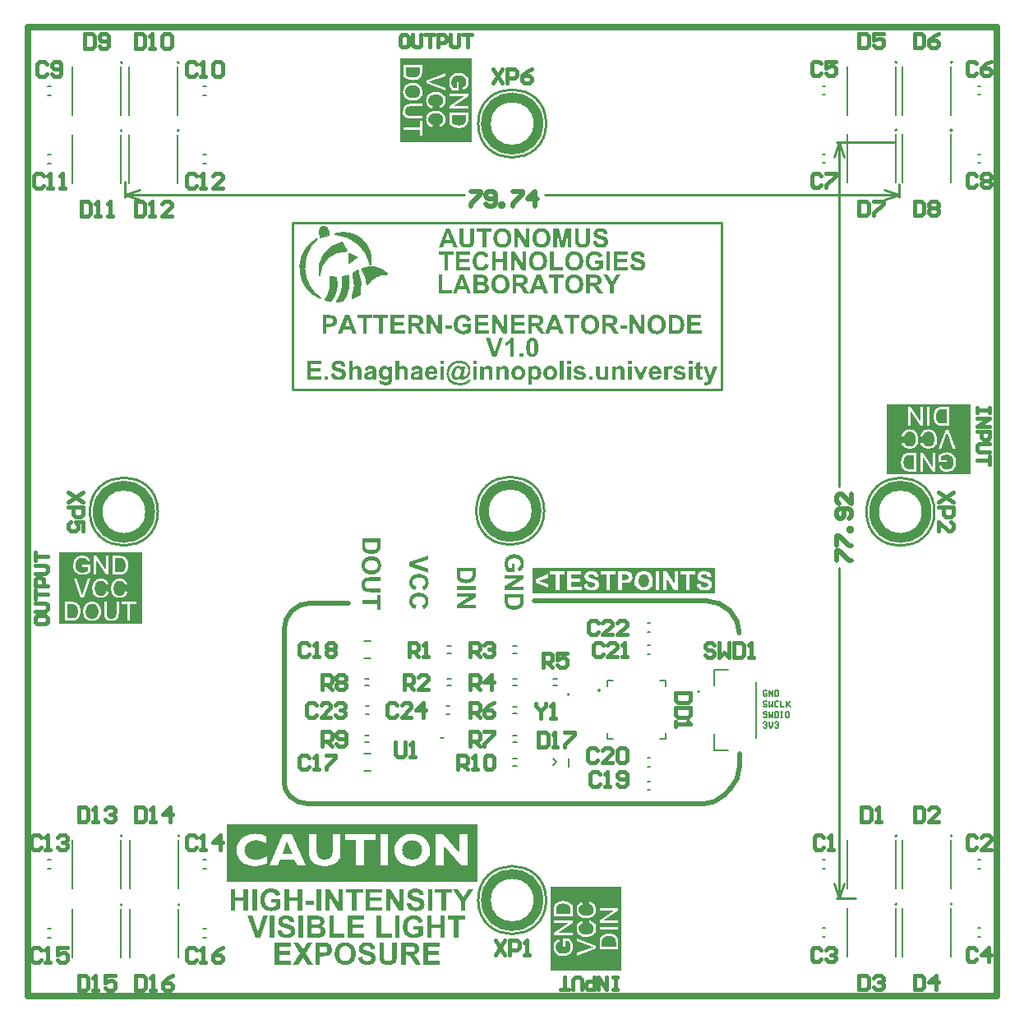
<source format=gto>
G04*
G04 #@! TF.GenerationSoftware,Altium Limited,Altium Designer,21.0.9 (235)*
G04*
G04 Layer_Color=65535*
%FSLAX44Y44*%
%MOMM*%
G71*
G04*
G04 #@! TF.SameCoordinates,F2811E86-CD87-417F-9349-FFAEB9FC674C*
G04*
G04*
G04 #@! TF.FilePolarity,Positive*
G04*
G01*
G75*
%ADD10C,0.2000*%
%ADD11C,1.0000*%
%ADD12C,0.2540*%
%ADD13C,0.5000*%
%ADD14C,0.1524*%
%ADD15C,0.1270*%
%ADD16C,0.0000*%
%ADD17C,0.0100*%
%ADD18C,0.7000*%
%ADD19C,0.1500*%
%ADD20C,0.4000*%
G36*
X308725Y793753D02*
X310236Y792302D01*
X311058Y790374D01*
Y789327D01*
X311058Y789324D01*
Y789326D01*
X311057Y789224D01*
X311019Y785393D01*
Y785393D01*
Y785393D01*
Y785393D01*
Y785393D01*
Y785393D01*
X311019Y785393D01*
Y785393D01*
Y785393D01*
Y785393D01*
X311019Y785393D01*
X311019Y785384D01*
X311013Y785368D01*
X311003Y785355D01*
X310990Y785345D01*
X310982Y785342D01*
X310982D01*
X302149Y782379D01*
X302138Y782375D01*
X302115Y782377D01*
X302095Y782389D01*
X302081Y782408D01*
X302079Y782420D01*
X300886Y788858D01*
X300874Y788855D01*
X300850Y788858D01*
X300830Y788872D01*
X300818Y788893D01*
X300817Y788905D01*
X300731Y789949D01*
X301392Y791938D01*
X302779Y793508D01*
X304671Y794408D01*
X306765Y794495D01*
X308725Y793753D01*
D02*
G37*
G36*
X311058Y789313D02*
X311058Y789288D01*
X311058Y789262D01*
X311057Y789237D01*
X311057Y789224D01*
Y789224D01*
X311058Y789324D01*
Y789313D01*
D02*
G37*
G36*
X329451Y787473D02*
X334277Y786513D01*
X338865Y784735D01*
X343078Y782193D01*
X346790Y778963D01*
X349889Y775142D01*
X352284Y770843D01*
X353901Y766196D01*
X354694Y761339D01*
X354637Y756419D01*
X354185Y754001D01*
X353705Y756139D01*
X352396Y760320D01*
X350634Y764332D01*
X348442Y768126D01*
X345846Y771655D01*
X342877Y774878D01*
X339572Y777754D01*
X335970Y780249D01*
X332116Y782333D01*
X328056Y783980D01*
X323840Y785170D01*
X319517Y785890D01*
X317334Y786070D01*
X317333Y786070D01*
X317333Y786070D01*
X317334D01*
X319666Y786851D01*
X324531Y787587D01*
X329451Y787473D01*
D02*
G37*
G36*
X325318Y776354D02*
X326218Y774010D01*
X327387Y771788D01*
X328807Y769717D01*
X329605Y768748D01*
X329605D01*
X329605D01*
D01*
X327840Y768791D01*
X324319Y768527D01*
X320865Y767799D01*
X317537Y766622D01*
X314393Y765014D01*
X311490Y763005D01*
X308878Y760630D01*
X306603Y757931D01*
X304704Y754954D01*
X303216Y751753D01*
X302164Y748383D01*
X301567Y744903D01*
X301442Y743142D01*
X301442Y743142D01*
X301442D01*
Y743142D01*
X301100Y745039D01*
X300913Y748892D01*
X301225Y752736D01*
X302032Y756507D01*
X303319Y760142D01*
X305066Y763581D01*
X307243Y766764D01*
X309812Y769640D01*
X312732Y772159D01*
X315954Y774280D01*
X319422Y775966D01*
X323079Y777190D01*
X324972Y777561D01*
X324972Y777561D01*
X325318Y776354D01*
D02*
G37*
G36*
X332253Y766197D02*
X333114Y765535D01*
X334931Y764346D01*
X336858Y763346D01*
X338877Y762547D01*
X339914Y762225D01*
X332253Y756637D01*
Y766197D01*
X332253Y766197D01*
X332253D01*
Y766197D01*
D02*
G37*
G36*
X340986Y748801D02*
X342139Y745854D01*
X343578Y739692D01*
X344122Y733388D01*
X343759Y727070D01*
X343127Y723970D01*
X342180Y723335D01*
X340222Y722168D01*
X338204Y721106D01*
X336133Y720152D01*
X335074Y719731D01*
X335696Y721267D01*
X336725Y724416D01*
X337459Y727647D01*
X337890Y730932D01*
X338017Y734243D01*
X337836Y737552D01*
X337351Y740829D01*
X336565Y744048D01*
X336061Y745627D01*
X336061Y745627D01*
X336061Y745627D01*
D01*
X336704Y745979D01*
X337968Y746723D01*
X339200Y747517D01*
X340400Y748361D01*
X340986Y748801D01*
Y748801D01*
D02*
G37*
G36*
X312273Y741979D02*
D01*
Y741979D01*
Y741979D01*
D02*
G37*
G36*
X357521Y752118D02*
X361041Y751433D01*
X364413Y750214D01*
X367558Y748490D01*
X370400Y746303D01*
X371635Y745004D01*
X370079Y745004D01*
X366984Y744696D01*
X363955Y743985D01*
X361046Y742884D01*
X358306Y741411D01*
X355783Y739592D01*
X353520Y737458D01*
X351555Y735046D01*
X350696Y733748D01*
X350696D01*
X350568Y735933D01*
X349828Y740245D01*
X348457Y744398D01*
X346486Y748304D01*
X345288Y750136D01*
Y750136D01*
X346921Y750876D01*
X350376Y751837D01*
X353937Y752254D01*
X357521Y752118D01*
D02*
G37*
G36*
X297007Y779239D02*
X293240Y774734D01*
X290191Y769716D01*
X287928Y764297D01*
X286504Y758601D01*
X285949Y752755D01*
X286277Y746892D01*
X287481Y741144D01*
X289532Y735642D01*
X292385Y730510D01*
X295975Y725863D01*
X300222Y721807D01*
X302561Y720030D01*
X301418Y720509D01*
X299190Y721598D01*
X297029Y722814D01*
X294941Y724152D01*
X293937Y724880D01*
X291807Y726661D01*
X288172Y730861D01*
X285259Y735589D01*
X283141Y740723D01*
X281873Y746130D01*
X281490Y751671D01*
X281999Y757201D01*
X283389Y762578D01*
X285624Y767663D01*
X288644Y772323D01*
X292373Y776439D01*
X296714Y779904D01*
X299134Y781266D01*
X299134D01*
X297007Y779239D01*
D02*
G37*
G36*
X313038Y741843D02*
X314577Y741619D01*
X316125Y741462D01*
X317677Y741372D01*
X318455Y741352D01*
X318894Y739798D01*
X319389Y736606D01*
X319493Y733377D01*
X319205Y730160D01*
X318529Y727001D01*
X317474Y723948D01*
X316058Y721045D01*
X314299Y718335D01*
X313262Y717097D01*
Y717097D01*
X312515Y717201D01*
X311030Y717461D01*
X309554Y717773D01*
X308090Y718136D01*
X307365Y718343D01*
Y718343D01*
X308278Y719609D01*
X309884Y722283D01*
X311181Y725120D01*
X312153Y728084D01*
X312787Y731138D01*
X313075Y734244D01*
X313015Y737363D01*
X312606Y740455D01*
X312273Y741979D01*
X313038Y741843D01*
D02*
G37*
G36*
X331086Y743428D02*
X331086D01*
X331452Y741739D01*
X331827Y738302D01*
X331840Y734846D01*
X331491Y731406D01*
X330784Y728023D01*
X329727Y724732D01*
X328331Y721569D01*
X326612Y718570D01*
X325601Y717169D01*
X324822Y717051D01*
X323257Y716873D01*
X321686Y716753D01*
X320112Y716690D01*
X319325Y716687D01*
X320288Y718041D01*
X321995Y720891D01*
X323391Y723905D01*
X324464Y727050D01*
X325199Y730290D01*
X325588Y733589D01*
X325629Y736910D01*
X325319Y740218D01*
X325034Y741855D01*
X325804Y741994D01*
X327335Y742322D01*
X328849Y742715D01*
X330346Y743174D01*
X331086Y743428D01*
X331086Y743428D01*
D02*
G37*
G36*
X464067Y119053D02*
X205933D01*
Y178346D01*
X464067D01*
Y119053D01*
D02*
G37*
G36*
X364553Y465095D02*
X364525Y464873D01*
X364497Y464345D01*
X364469Y463762D01*
X364386Y463151D01*
X364303Y462568D01*
X364164Y462041D01*
Y462013D01*
X364136Y461958D01*
X364108Y461874D01*
X364081Y461763D01*
X363942Y461430D01*
X363747Y461041D01*
X363498Y460597D01*
X363192Y460098D01*
X362831Y459626D01*
X362387Y459154D01*
Y459126D01*
X362332Y459098D01*
X362165Y458959D01*
X361888Y458737D01*
X361527Y458487D01*
X361082Y458182D01*
X360555Y457877D01*
X359944Y457571D01*
X359278Y457321D01*
X359250D01*
X359194Y457294D01*
X359084Y457266D01*
X358945Y457210D01*
X358778Y457183D01*
X358556Y457127D01*
X358306Y457071D01*
X358028Y456988D01*
X357723Y456933D01*
X357362Y456877D01*
X357001Y456822D01*
X356585Y456794D01*
X355724Y456711D01*
X354753Y456683D01*
X354725D01*
X354641D01*
X354530D01*
X354364D01*
X354142Y456711D01*
X353920D01*
X353642Y456738D01*
X353337Y456766D01*
X352698Y456822D01*
X352032Y456933D01*
X351338Y457099D01*
X350672Y457294D01*
X350644D01*
X350588Y457321D01*
X350477Y457377D01*
X350311Y457432D01*
X350144Y457488D01*
X349950Y457599D01*
X349450Y457821D01*
X348923Y458099D01*
X348340Y458460D01*
X347784Y458876D01*
X347257Y459348D01*
X347201Y459403D01*
X347090Y459542D01*
X346924Y459764D01*
X346702Y460070D01*
X346452Y460458D01*
X346202Y460903D01*
X345952Y461458D01*
X345730Y462069D01*
Y462096D01*
X345702Y462124D01*
Y462207D01*
X345674Y462291D01*
X345619Y462596D01*
X345536Y462985D01*
X345452Y463457D01*
X345397Y464040D01*
X345369Y464734D01*
X345341Y465483D01*
Y472757D01*
X364553D01*
Y465095D01*
D02*
G37*
G36*
X355308Y454156D02*
X355558D01*
X355835Y454129D01*
X356169Y454101D01*
X356529Y454073D01*
X357307Y453962D01*
X358140Y453823D01*
X358972Y453601D01*
X359750Y453324D01*
X359777D01*
X359805Y453296D01*
X359889Y453240D01*
X360000Y453213D01*
X360277Y453046D01*
X360638Y452852D01*
X361055Y452602D01*
X361471Y452296D01*
X361943Y451935D01*
X362387Y451547D01*
X362415Y451519D01*
X362443Y451491D01*
X362581Y451352D01*
X362804Y451103D01*
X363054Y450797D01*
X363331Y450436D01*
X363637Y450020D01*
X363914Y449548D01*
X364136Y449048D01*
Y449020D01*
X364164Y448965D01*
X364220Y448854D01*
X364247Y448715D01*
X364330Y448549D01*
X364386Y448354D01*
X364442Y448104D01*
X364525Y447854D01*
X364664Y447244D01*
X364803Y446550D01*
X364886Y445745D01*
X364913Y444912D01*
Y444717D01*
X364886Y444495D01*
Y444218D01*
X364830Y443857D01*
X364775Y443440D01*
X364691Y442968D01*
X364580Y442468D01*
X364442Y441941D01*
X364275Y441386D01*
X364053Y440831D01*
X363803Y440248D01*
X363498Y439692D01*
X363137Y439137D01*
X362720Y438610D01*
X362248Y438110D01*
X362221Y438082D01*
X362137Y437999D01*
X361971Y437860D01*
X361776Y437721D01*
X361499Y437527D01*
X361166Y437305D01*
X360777Y437083D01*
X360333Y436833D01*
X359861Y436583D01*
X359306Y436361D01*
X358695Y436139D01*
X358056Y435944D01*
X357335Y435778D01*
X356585Y435667D01*
X355780Y435583D01*
X354919Y435556D01*
X354864D01*
X354725D01*
X354475Y435583D01*
X354142D01*
X353753Y435639D01*
X353309Y435695D01*
X352781Y435778D01*
X352254Y435861D01*
X351671Y436000D01*
X351060Y436166D01*
X350449Y436389D01*
X349839Y436638D01*
X349256Y436916D01*
X348673Y437277D01*
X348117Y437666D01*
X347590Y438110D01*
X347562Y438138D01*
X347479Y438221D01*
X347340Y438360D01*
X347174Y438582D01*
X346979Y438832D01*
X346757Y439137D01*
X346535Y439498D01*
X346285Y439887D01*
X346035Y440359D01*
X345813Y440858D01*
X345591Y441414D01*
X345397Y442024D01*
X345230Y442663D01*
X345091Y443357D01*
X345008Y444079D01*
X344980Y444856D01*
Y445050D01*
X345008Y445272D01*
X345036Y445550D01*
X345064Y445911D01*
X345119Y446328D01*
X345202Y446799D01*
X345313Y447299D01*
X345452Y447854D01*
X345619Y448382D01*
X345841Y448965D01*
X346091Y449520D01*
X346368Y450103D01*
X346729Y450631D01*
X347118Y451158D01*
X347590Y451658D01*
X347618Y451686D01*
X347701Y451769D01*
X347868Y451880D01*
X348062Y452047D01*
X348340Y452241D01*
X348673Y452463D01*
X349034Y452685D01*
X349478Y452907D01*
X349950Y453157D01*
X350505Y453379D01*
X351088Y453601D01*
X351726Y453796D01*
X352421Y453962D01*
X353170Y454073D01*
X353975Y454156D01*
X354808Y454184D01*
X354836D01*
X354947D01*
X355086D01*
X355308Y454156D01*
D02*
G37*
G36*
X364553Y428671D02*
X354114D01*
X354086D01*
X354003D01*
X353892D01*
X353725D01*
X353503D01*
X353281D01*
X352781Y428643D01*
X352226D01*
X351699Y428615D01*
X351449Y428587D01*
X351227D01*
X351060Y428560D01*
X350894Y428532D01*
X350838D01*
X350699Y428476D01*
X350477Y428393D01*
X350200Y428282D01*
X349894Y428143D01*
X349589Y427921D01*
X349256Y427671D01*
X348978Y427366D01*
X348950Y427310D01*
X348867Y427199D01*
X348756Y426977D01*
X348645Y426700D01*
X348506Y426311D01*
X348395Y425867D01*
X348312Y425367D01*
X348284Y424784D01*
Y424506D01*
X348312Y424229D01*
X348367Y423868D01*
X348451Y423451D01*
X348562Y423063D01*
X348728Y422646D01*
X348950Y422313D01*
X348978Y422285D01*
X349061Y422174D01*
X349200Y422036D01*
X349394Y421869D01*
X349644Y421702D01*
X349922Y421536D01*
X350227Y421397D01*
X350588Y421314D01*
X350644D01*
X350783Y421286D01*
X351032Y421258D01*
X351366Y421203D01*
X351588D01*
X351838Y421175D01*
X352115D01*
X352393Y421147D01*
X352726D01*
X353087Y421119D01*
X353475D01*
X353892D01*
X364553D01*
Y417233D01*
X354419D01*
X354392D01*
X354281D01*
X354086D01*
X353864D01*
X353587D01*
X353253Y417261D01*
X352892D01*
X352532D01*
X351726Y417316D01*
X350894Y417371D01*
X350533Y417399D01*
X350172Y417455D01*
X349839Y417510D01*
X349533Y417566D01*
X349506D01*
X349478Y417594D01*
X349394D01*
X349311Y417621D01*
X349034Y417705D01*
X348700Y417816D01*
X348312Y417982D01*
X347923Y418177D01*
X347507Y418427D01*
X347118Y418732D01*
X347062Y418760D01*
X346951Y418871D01*
X346785Y419065D01*
X346563Y419315D01*
X346313Y419648D01*
X346063Y420037D01*
X345785Y420481D01*
X345563Y420981D01*
Y421008D01*
X345536Y421036D01*
X345508Y421119D01*
X345480Y421231D01*
X345424Y421369D01*
X345369Y421536D01*
X345313Y421758D01*
X345286Y421980D01*
X345175Y422508D01*
X345064Y423146D01*
X345008Y423868D01*
X344980Y424673D01*
Y425117D01*
X345008Y425367D01*
Y425617D01*
X345036Y425922D01*
X345064Y426228D01*
X345119Y426894D01*
X345230Y427588D01*
X345397Y428282D01*
X345480Y428587D01*
X345591Y428865D01*
Y428893D01*
X345619Y428921D01*
X345702Y429087D01*
X345841Y429365D01*
X346035Y429670D01*
X346285Y430031D01*
X346563Y430420D01*
X346896Y430781D01*
X347257Y431114D01*
X347312Y431142D01*
X347423Y431253D01*
X347645Y431391D01*
X347923Y431558D01*
X348228Y431725D01*
X348589Y431919D01*
X348978Y432058D01*
X349394Y432197D01*
X349422D01*
X349478Y432224D01*
X349561D01*
X349700Y432252D01*
X349866Y432280D01*
X350089Y432308D01*
X350338Y432335D01*
X350616Y432363D01*
X350949Y432419D01*
X351310Y432446D01*
X351699Y432474D01*
X352143Y432502D01*
X352615Y432530D01*
X353142D01*
X353698Y432557D01*
X354281D01*
X364553D01*
Y428671D01*
D02*
G37*
G36*
Y399243D02*
X361305D01*
Y404906D01*
X345341D01*
Y408793D01*
X361305D01*
Y414484D01*
X364553D01*
Y399243D01*
D02*
G37*
G36*
X562502Y113804D02*
X586222D01*
D01*
X612276D01*
Y27470D01*
X562502D01*
Y27470D01*
X539624D01*
Y113804D01*
X562502D01*
Y113804D01*
D02*
G37*
G36*
X462259Y434953D02*
X462231Y434731D01*
X462203Y434203D01*
X462175Y433620D01*
X462092Y433009D01*
X462009Y432426D01*
X461870Y431899D01*
Y431871D01*
X461842Y431816D01*
X461815Y431732D01*
X461787Y431621D01*
X461648Y431288D01*
X461454Y430900D01*
X461204Y430455D01*
X460898Y429956D01*
X460537Y429484D01*
X460093Y429012D01*
Y428984D01*
X460038Y428956D01*
X459871Y428817D01*
X459594Y428595D01*
X459233Y428345D01*
X458788Y428040D01*
X458261Y427735D01*
X457650Y427429D01*
X456984Y427179D01*
X456956D01*
X456901Y427152D01*
X456790Y427124D01*
X456651Y427068D01*
X456484Y427040D01*
X456262Y426985D01*
X456012Y426930D01*
X455735Y426846D01*
X455429Y426791D01*
X455068Y426735D01*
X454707Y426680D01*
X454291Y426652D01*
X453430Y426569D01*
X452459Y426541D01*
X452431D01*
X452348D01*
X452237D01*
X452070D01*
X451848Y426569D01*
X451626D01*
X451348Y426596D01*
X451043Y426624D01*
X450404Y426680D01*
X449738Y426791D01*
X449044Y426957D01*
X448378Y427152D01*
X448350D01*
X448294Y427179D01*
X448183Y427235D01*
X448017Y427290D01*
X447850Y427346D01*
X447656Y427457D01*
X447156Y427679D01*
X446629Y427957D01*
X446046Y428318D01*
X445490Y428734D01*
X444963Y429206D01*
X444907Y429262D01*
X444796Y429400D01*
X444630Y429622D01*
X444408Y429928D01*
X444158Y430317D01*
X443908Y430761D01*
X443658Y431316D01*
X443436Y431927D01*
Y431954D01*
X443408Y431982D01*
Y432066D01*
X443381Y432149D01*
X443325Y432454D01*
X443242Y432843D01*
X443158Y433315D01*
X443103Y433898D01*
X443075Y434592D01*
X443047Y435341D01*
Y442615D01*
X462259D01*
Y434953D01*
D02*
G37*
G36*
Y419489D02*
X443047D01*
Y423376D01*
X462259D01*
Y419489D01*
D02*
G37*
G36*
Y412021D02*
X449322Y404081D01*
X462259D01*
Y400500D01*
X443047D01*
Y404387D01*
X455707Y412188D01*
X443047D01*
Y415769D01*
X462259D01*
Y412021D01*
D02*
G37*
G36*
X401146Y111968D02*
X401503Y111935D01*
X401924Y111903D01*
X402345Y111838D01*
X402830Y111773D01*
X403867Y111547D01*
X404385Y111385D01*
X404903Y111223D01*
X405421Y110996D01*
X405907Y110737D01*
X406360Y110445D01*
X406781Y110122D01*
X406814Y110089D01*
X406879Y110024D01*
X406976Y109927D01*
X407105Y109798D01*
X407267Y109604D01*
X407461Y109377D01*
X407656Y109118D01*
X407882Y108826D01*
X408077Y108470D01*
X408271Y108114D01*
X408465Y107693D01*
X408627Y107239D01*
X408789Y106786D01*
X408919Y106268D01*
X409016Y105750D01*
X409048Y105167D01*
X404514Y105005D01*
Y105037D01*
Y105070D01*
X404450Y105296D01*
X404385Y105588D01*
X404255Y105944D01*
X404093Y106365D01*
X403867Y106754D01*
X403575Y107142D01*
X403251Y107466D01*
X403219Y107499D01*
X403089Y107596D01*
X402863Y107725D01*
X402539Y107855D01*
X402150Y107984D01*
X401665Y108114D01*
X401082Y108211D01*
X400401Y108243D01*
X400078D01*
X399721Y108211D01*
X399300Y108146D01*
X398815Y108049D01*
X398297Y107887D01*
X397811Y107693D01*
X397357Y107401D01*
X397325Y107369D01*
X397260Y107304D01*
X397131Y107207D01*
X397001Y107045D01*
X396871Y106851D01*
X396742Y106592D01*
X396677Y106333D01*
X396645Y106009D01*
Y105976D01*
Y105879D01*
X396677Y105717D01*
X396742Y105555D01*
X396807Y105329D01*
X396904Y105102D01*
X397066Y104875D01*
X397293Y104649D01*
X397325Y104616D01*
X397487Y104519D01*
X397584Y104454D01*
X397746Y104390D01*
X397908Y104292D01*
X398135Y104195D01*
X398394Y104098D01*
X398685Y103969D01*
X399041Y103839D01*
X399398Y103709D01*
X399851Y103580D01*
X400337Y103450D01*
X400855Y103321D01*
X401438Y103159D01*
X401470D01*
X401600Y103126D01*
X401762Y103094D01*
X401988Y103029D01*
X402248Y102965D01*
X402571Y102867D01*
X402928Y102770D01*
X403284Y102673D01*
X404061Y102414D01*
X404871Y102155D01*
X405648Y101863D01*
X405972Y101702D01*
X406296Y101540D01*
X406328D01*
X406360Y101507D01*
X406555Y101378D01*
X406846Y101183D01*
X407202Y100924D01*
X407591Y100601D01*
X408012Y100212D01*
X408433Y99759D01*
X408789Y99240D01*
X408822Y99176D01*
X408919Y98981D01*
X409081Y98690D01*
X409243Y98269D01*
X409404Y97751D01*
X409566Y97135D01*
X409664Y96455D01*
X409696Y95678D01*
Y95646D01*
Y95581D01*
Y95484D01*
Y95354D01*
X409664Y95192D01*
X409631Y94965D01*
X409566Y94512D01*
X409437Y93929D01*
X409243Y93314D01*
X408951Y92699D01*
X408595Y92051D01*
Y92018D01*
X408530Y91986D01*
X408401Y91792D01*
X408142Y91468D01*
X407818Y91112D01*
X407397Y90691D01*
X406846Y90302D01*
X406263Y89914D01*
X405551Y89557D01*
X405518D01*
X405454Y89525D01*
X405356Y89493D01*
X405195Y89428D01*
X405000Y89363D01*
X404773Y89298D01*
X404514Y89233D01*
X404223Y89169D01*
X403867Y89071D01*
X403511Y89007D01*
X402668Y88877D01*
X401729Y88780D01*
X400693Y88748D01*
X400272D01*
X399981Y88780D01*
X399624Y88812D01*
X399236Y88845D01*
X398782Y88910D01*
X398297Y89007D01*
X397228Y89233D01*
X396677Y89395D01*
X396159Y89557D01*
X395608Y89784D01*
X395090Y90043D01*
X394605Y90335D01*
X394151Y90691D01*
X394119Y90723D01*
X394054Y90788D01*
X393924Y90885D01*
X393795Y91047D01*
X393601Y91274D01*
X393406Y91533D01*
X393180Y91824D01*
X392953Y92148D01*
X392726Y92537D01*
X392500Y92958D01*
X392273Y93443D01*
X392046Y93962D01*
X391884Y94512D01*
X391690Y95127D01*
X391560Y95775D01*
X391463Y96455D01*
X395868Y96876D01*
Y96844D01*
X395900Y96779D01*
Y96650D01*
X395932Y96520D01*
X396062Y96131D01*
X396224Y95646D01*
X396418Y95095D01*
X396710Y94544D01*
X397034Y94059D01*
X397454Y93605D01*
X397519Y93573D01*
X397681Y93443D01*
X397940Y93281D01*
X398329Y93087D01*
X398815Y92893D01*
X399365Y92731D01*
X400013Y92601D01*
X400758Y92569D01*
X401114D01*
X401503Y92634D01*
X401988Y92699D01*
X402506Y92796D01*
X403057Y92958D01*
X403575Y93184D01*
X404029Y93476D01*
X404093Y93508D01*
X404223Y93638D01*
X404385Y93832D01*
X404612Y94091D01*
X404806Y94415D01*
X405000Y94804D01*
X405130Y95192D01*
X405162Y95646D01*
Y95678D01*
Y95775D01*
X405130Y95937D01*
X405097Y96131D01*
X405033Y96326D01*
X404968Y96552D01*
X404838Y96779D01*
X404676Y97006D01*
X404644Y97038D01*
X404579Y97103D01*
X404482Y97200D01*
X404320Y97330D01*
X404093Y97492D01*
X403802Y97654D01*
X403478Y97815D01*
X403057Y97977D01*
X403025D01*
X402895Y98042D01*
X402668Y98107D01*
X402506Y98172D01*
X402312Y98204D01*
X402085Y98269D01*
X401827Y98366D01*
X401535Y98431D01*
X401211Y98528D01*
X400822Y98625D01*
X400401Y98722D01*
X399948Y98852D01*
X399430Y98981D01*
X399398D01*
X399268Y99014D01*
X399074Y99078D01*
X398847Y99143D01*
X398556Y99240D01*
X398199Y99338D01*
X397843Y99467D01*
X397422Y99597D01*
X396580Y99920D01*
X395770Y100309D01*
X395350Y100503D01*
X394993Y100730D01*
X394637Y100957D01*
X394346Y101183D01*
X394313Y101216D01*
X394248Y101281D01*
X394151Y101378D01*
X394022Y101507D01*
X393860Y101702D01*
X393698Y101928D01*
X393503Y102155D01*
X393342Y102446D01*
X392953Y103126D01*
X392629Y103904D01*
X392500Y104325D01*
X392402Y104746D01*
X392338Y105232D01*
X392305Y105717D01*
Y105750D01*
Y105782D01*
Y105879D01*
Y106009D01*
X392370Y106333D01*
X392435Y106754D01*
X392532Y107239D01*
X392694Y107790D01*
X392921Y108373D01*
X393244Y108924D01*
Y108956D01*
X393277Y108988D01*
X393439Y109183D01*
X393633Y109442D01*
X393957Y109766D01*
X394346Y110122D01*
X394831Y110510D01*
X395382Y110867D01*
X396030Y111190D01*
X396062D01*
X396127Y111223D01*
X396224Y111255D01*
X396353Y111320D01*
X396548Y111385D01*
X396742Y111449D01*
X397001Y111514D01*
X397293Y111611D01*
X397940Y111741D01*
X398685Y111870D01*
X399527Y111968D01*
X400466Y112000D01*
X400855D01*
X401146Y111968D01*
D02*
G37*
G36*
X252305Y111968D02*
X252661Y111935D01*
X253082Y111903D01*
X253535Y111870D01*
X254021Y111773D01*
X255058Y111579D01*
X256126Y111255D01*
X256677Y111061D01*
X257195Y110834D01*
X257681Y110575D01*
X258134Y110251D01*
X258167Y110219D01*
X258231Y110186D01*
X258361Y110057D01*
X258523Y109927D01*
X258717Y109765D01*
X258911Y109539D01*
X259138Y109280D01*
X259397Y108988D01*
X259656Y108664D01*
X259915Y108308D01*
X260175Y107920D01*
X260401Y107466D01*
X260660Y107013D01*
X260854Y106527D01*
X261049Y105976D01*
X261178Y105426D01*
X256677Y104584D01*
Y104616D01*
X256644Y104649D01*
X256580Y104843D01*
X256450Y105134D01*
X256256Y105523D01*
X256029Y105944D01*
X255705Y106365D01*
X255317Y106786D01*
X254863Y107175D01*
X254799Y107207D01*
X254637Y107337D01*
X254345Y107499D01*
X253989Y107660D01*
X253503Y107855D01*
X252953Y107984D01*
X252337Y108114D01*
X251625Y108146D01*
X251333D01*
X251139Y108114D01*
X250880Y108081D01*
X250588Y108049D01*
X250265Y107984D01*
X249908Y107920D01*
X249164Y107693D01*
X248775Y107531D01*
X248386Y107337D01*
X247998Y107110D01*
X247609Y106883D01*
X247253Y106559D01*
X246897Y106236D01*
X246864Y106203D01*
X246832Y106138D01*
X246735Y106041D01*
X246637Y105879D01*
X246508Y105685D01*
X246346Y105458D01*
X246184Y105167D01*
X246055Y104843D01*
X245893Y104454D01*
X245731Y104033D01*
X245569Y103580D01*
X245439Y103094D01*
X245342Y102544D01*
X245245Y101928D01*
X245213Y101313D01*
X245180Y100633D01*
Y100601D01*
Y100471D01*
Y100244D01*
X245213Y99985D01*
X245245Y99629D01*
X245277Y99273D01*
X245342Y98819D01*
X245407Y98366D01*
X245601Y97394D01*
X245925Y96390D01*
X246119Y95905D01*
X246346Y95451D01*
X246637Y94998D01*
X246929Y94609D01*
X246961Y94577D01*
X247026Y94512D01*
X247123Y94415D01*
X247253Y94285D01*
X247447Y94156D01*
X247642Y93962D01*
X247901Y93800D01*
X248192Y93605D01*
X248516Y93411D01*
X248840Y93249D01*
X249649Y92925D01*
X250103Y92796D01*
X250556Y92698D01*
X251074Y92634D01*
X251592Y92601D01*
X251852D01*
X252111Y92634D01*
X252499Y92666D01*
X252920Y92731D01*
X253406Y92828D01*
X253924Y92958D01*
X254442Y93152D01*
X254475D01*
X254507Y93184D01*
X254669Y93249D01*
X254960Y93379D01*
X255284Y93541D01*
X255673Y93735D01*
X256094Y93962D01*
X256515Y94221D01*
X256904Y94512D01*
Y97394D01*
X251722D01*
Y101183D01*
X261470D01*
Y92180D01*
X261405Y92116D01*
X261308Y92051D01*
X261211Y91954D01*
X261049Y91824D01*
X260887Y91695D01*
X260434Y91371D01*
X259818Y91014D01*
X259106Y90594D01*
X258296Y90173D01*
X257325Y89784D01*
X257292D01*
X257195Y89752D01*
X257066Y89687D01*
X256871Y89622D01*
X256612Y89557D01*
X256321Y89460D01*
X255997Y89363D01*
X255641Y89266D01*
X254831Y89071D01*
X253892Y88910D01*
X252920Y88780D01*
X251884Y88748D01*
X251528D01*
X251301Y88780D01*
X250977D01*
X250621Y88812D01*
X250232Y88877D01*
X249779Y88942D01*
X248840Y89104D01*
X247803Y89363D01*
X246735Y89719D01*
X246249Y89946D01*
X245731Y90205D01*
X245698Y90237D01*
X245634Y90270D01*
X245472Y90367D01*
X245310Y90496D01*
X245083Y90626D01*
X244856Y90820D01*
X244565Y91047D01*
X244273Y91306D01*
X243626Y91889D01*
X242978Y92634D01*
X242363Y93476D01*
X241812Y94447D01*
Y94480D01*
X241747Y94577D01*
X241683Y94739D01*
X241618Y94933D01*
X241521Y95192D01*
X241391Y95484D01*
X241294Y95840D01*
X241164Y96229D01*
X241035Y96650D01*
X240938Y97135D01*
X240711Y98139D01*
X240581Y99240D01*
X240517Y100439D01*
Y100471D01*
Y100601D01*
Y100795D01*
X240549Y101021D01*
Y101345D01*
X240581Y101702D01*
X240646Y102090D01*
X240711Y102544D01*
X240873Y103483D01*
X241132Y104551D01*
X241488Y105620D01*
X241715Y106138D01*
X241974Y106657D01*
X242006Y106689D01*
X242039Y106786D01*
X242136Y106916D01*
X242233Y107110D01*
X242395Y107337D01*
X242589Y107596D01*
X242816Y107887D01*
X243043Y108211D01*
X243334Y108535D01*
X243658Y108891D01*
X244014Y109247D01*
X244403Y109604D01*
X244824Y109927D01*
X245245Y110284D01*
X246249Y110866D01*
X246281D01*
X246346Y110931D01*
X246476Y110964D01*
X246637Y111061D01*
X246864Y111126D01*
X247091Y111223D01*
X247415Y111320D01*
X247739Y111449D01*
X248095Y111547D01*
X248516Y111644D01*
X248969Y111741D01*
X249423Y111838D01*
X250459Y111968D01*
X251625Y112000D01*
X252013D01*
X252305Y111968D01*
D02*
G37*
G36*
X283589Y89169D02*
X279055Y89169D01*
Y98981D01*
X270214D01*
Y89169D01*
X265680D01*
Y111579D01*
X270214D01*
Y102770D01*
X279055D01*
Y111579D01*
X283589Y111579D01*
Y89169D01*
D02*
G37*
G36*
X227919Y89169D02*
X223385D01*
Y98981D01*
X214544D01*
Y89169D01*
X210010D01*
Y111579D01*
X214544D01*
Y102770D01*
X223385D01*
Y111579D01*
X227919D01*
Y89169D01*
D02*
G37*
G36*
X451796Y98560D02*
Y89169D01*
X447263D01*
Y98593D01*
X439069Y111579D01*
X444348D01*
X449627Y102706D01*
X454776Y111579D01*
X459990D01*
X451796Y98560D01*
D02*
G37*
G36*
X387868Y89169D02*
X383335D01*
X374234Y103936D01*
Y89169D01*
X370057D01*
Y111579D01*
X374429D01*
X383691Y96488D01*
Y111579D01*
X387868D01*
Y89169D01*
D02*
G37*
G36*
X325236D02*
X320702D01*
X311602Y103936D01*
Y89169D01*
X307424D01*
Y111579D01*
X311796D01*
X321058Y96488D01*
Y111579D01*
X325236D01*
Y89169D01*
D02*
G37*
G36*
X296187Y95160D02*
X287734D01*
Y99467D01*
X296187D01*
Y95160D01*
D02*
G37*
G36*
X438454Y107790D02*
X431847D01*
Y89169D01*
X427313Y89169D01*
Y107790D01*
X420675D01*
Y111579D01*
X438454Y111579D01*
Y107790D01*
D02*
G37*
G36*
X417922Y89169D02*
X413388D01*
Y111579D01*
X417922D01*
Y89169D01*
D02*
G37*
G36*
X365782Y107790D02*
X353702D01*
Y102835D01*
X364940D01*
Y99046D01*
X353702D01*
Y92958D01*
X366203D01*
Y89169D01*
X349168D01*
Y111579D01*
X365782D01*
Y107790D01*
D02*
G37*
G36*
X346221D02*
X339615D01*
Y89169D01*
X335081D01*
Y107790D01*
X328442D01*
Y111579D01*
X346221D01*
Y107790D01*
D02*
G37*
G36*
X303085Y89169D02*
X298551D01*
Y111579D01*
X303085D01*
Y89169D01*
D02*
G37*
G36*
X236987Y89169D02*
X232453D01*
Y111579D01*
X236987D01*
Y89169D01*
D02*
G37*
G36*
X267817Y84233D02*
X268174Y84201D01*
X268595Y84168D01*
X269016Y84104D01*
X269501Y84039D01*
X270538Y83812D01*
X271056Y83650D01*
X271574Y83488D01*
X272092Y83262D01*
X272578Y83003D01*
X273031Y82711D01*
X273452Y82387D01*
X273485Y82355D01*
X273549Y82290D01*
X273647Y82193D01*
X273776Y82063D01*
X273938Y81869D01*
X274132Y81642D01*
X274327Y81383D01*
X274553Y81092D01*
X274748Y80736D01*
X274942Y80379D01*
X275136Y79958D01*
X275298Y79505D01*
X275460Y79051D01*
X275590Y78533D01*
X275687Y78015D01*
X275719Y77432D01*
X271185Y77270D01*
Y77303D01*
Y77335D01*
X271121Y77562D01*
X271056Y77853D01*
X270926Y78210D01*
X270764Y78630D01*
X270538Y79019D01*
X270246Y79408D01*
X269922Y79732D01*
X269890Y79764D01*
X269760Y79861D01*
X269534Y79991D01*
X269210Y80120D01*
X268821Y80250D01*
X268335Y80379D01*
X267753Y80476D01*
X267073Y80509D01*
X266749D01*
X266392Y80476D01*
X265971Y80412D01*
X265486Y80315D01*
X264967Y80153D01*
X264482Y79958D01*
X264028Y79667D01*
X263996Y79634D01*
X263931Y79570D01*
X263802Y79472D01*
X263672Y79311D01*
X263542Y79116D01*
X263413Y78857D01*
X263348Y78598D01*
X263316Y78274D01*
Y78242D01*
Y78145D01*
X263348Y77983D01*
X263413Y77821D01*
X263478Y77594D01*
X263575Y77368D01*
X263737Y77141D01*
X263964Y76914D01*
X263996Y76882D01*
X264158Y76785D01*
X264255Y76720D01*
X264417Y76655D01*
X264579Y76558D01*
X264806Y76461D01*
X265065Y76364D01*
X265356Y76234D01*
X265712Y76104D01*
X266068Y75975D01*
X266522Y75845D01*
X267008Y75716D01*
X267526Y75586D01*
X268109Y75424D01*
X268141D01*
X268271Y75392D01*
X268433Y75360D01*
X268659Y75295D01*
X268918Y75230D01*
X269242Y75133D01*
X269599Y75036D01*
X269955Y74939D01*
X270732Y74679D01*
X271542Y74420D01*
X272319Y74129D01*
X272643Y73967D01*
X272966Y73805D01*
X272999D01*
X273031Y73773D01*
X273226Y73643D01*
X273517Y73449D01*
X273873Y73190D01*
X274262Y72866D01*
X274683Y72477D01*
X275104Y72024D01*
X275460Y71506D01*
X275493Y71441D01*
X275590Y71247D01*
X275752Y70955D01*
X275914Y70534D01*
X276075Y70016D01*
X276237Y69401D01*
X276335Y68721D01*
X276367Y67944D01*
Y67911D01*
Y67846D01*
Y67749D01*
Y67620D01*
X276335Y67458D01*
X276302Y67231D01*
X276237Y66778D01*
X276108Y66195D01*
X275914Y65579D01*
X275622Y64964D01*
X275266Y64316D01*
Y64284D01*
X275201Y64252D01*
X275072Y64057D01*
X274813Y63733D01*
X274489Y63377D01*
X274068Y62956D01*
X273517Y62568D01*
X272934Y62179D01*
X272222Y61823D01*
X272189D01*
X272125Y61790D01*
X272027Y61758D01*
X271865Y61693D01*
X271671Y61628D01*
X271444Y61564D01*
X271185Y61499D01*
X270894Y61434D01*
X270538Y61337D01*
X270181Y61272D01*
X269339Y61143D01*
X268400Y61045D01*
X267364Y61013D01*
X266943D01*
X266651Y61045D01*
X266295Y61078D01*
X265907Y61110D01*
X265453Y61175D01*
X264967Y61272D01*
X263899Y61499D01*
X263348Y61661D01*
X262830Y61823D01*
X262279Y62049D01*
X261761Y62309D01*
X261276Y62600D01*
X260822Y62956D01*
X260790Y62989D01*
X260725Y63053D01*
X260595Y63151D01*
X260466Y63312D01*
X260272Y63539D01*
X260077Y63798D01*
X259851Y64090D01*
X259624Y64413D01*
X259397Y64802D01*
X259170Y65223D01*
X258944Y65709D01*
X258717Y66227D01*
X258555Y66778D01*
X258361Y67393D01*
X258231Y68041D01*
X258134Y68721D01*
X262539Y69142D01*
Y69109D01*
X262571Y69044D01*
Y68915D01*
X262603Y68786D01*
X262733Y68397D01*
X262895Y67911D01*
X263089Y67361D01*
X263381Y66810D01*
X263704Y66324D01*
X264125Y65871D01*
X264190Y65838D01*
X264352Y65709D01*
X264611Y65547D01*
X265000Y65353D01*
X265486Y65158D01*
X266036Y64996D01*
X266684Y64867D01*
X267429Y64834D01*
X267785D01*
X268174Y64899D01*
X268659Y64964D01*
X269177Y65061D01*
X269728Y65223D01*
X270246Y65450D01*
X270700Y65741D01*
X270764Y65774D01*
X270894Y65903D01*
X271056Y66097D01*
X271283Y66357D01*
X271477Y66680D01*
X271671Y67069D01*
X271801Y67458D01*
X271833Y67911D01*
Y67944D01*
Y68041D01*
X271801Y68203D01*
X271768Y68397D01*
X271703Y68591D01*
X271639Y68818D01*
X271509Y69044D01*
X271347Y69271D01*
X271315Y69304D01*
X271250Y69368D01*
X271153Y69465D01*
X270991Y69595D01*
X270764Y69757D01*
X270473Y69919D01*
X270149Y70081D01*
X269728Y70243D01*
X269696D01*
X269566Y70308D01*
X269339Y70372D01*
X269177Y70437D01*
X268983Y70469D01*
X268757Y70534D01*
X268497Y70631D01*
X268206Y70696D01*
X267882Y70793D01*
X267493Y70890D01*
X267073Y70988D01*
X266619Y71117D01*
X266101Y71247D01*
X266068D01*
X265939Y71279D01*
X265745Y71344D01*
X265518Y71409D01*
X265226Y71506D01*
X264870Y71603D01*
X264514Y71733D01*
X264093Y71862D01*
X263251Y72186D01*
X262441Y72575D01*
X262020Y72769D01*
X261664Y72996D01*
X261308Y73222D01*
X261017Y73449D01*
X260984Y73481D01*
X260919Y73546D01*
X260822Y73643D01*
X260693Y73773D01*
X260531Y73967D01*
X260369Y74194D01*
X260175Y74420D01*
X260012Y74712D01*
X259624Y75392D01*
X259300Y76169D01*
X259170Y76590D01*
X259073Y77011D01*
X259009Y77497D01*
X258976Y77983D01*
Y78015D01*
Y78048D01*
Y78145D01*
Y78274D01*
X259041Y78598D01*
X259106Y79019D01*
X259203Y79505D01*
X259365Y80055D01*
X259592Y80638D01*
X259915Y81189D01*
Y81221D01*
X259948Y81254D01*
X260110Y81448D01*
X260304Y81707D01*
X260628Y82031D01*
X261017Y82387D01*
X261502Y82776D01*
X262053Y83132D01*
X262701Y83456D01*
X262733D01*
X262798Y83488D01*
X262895Y83521D01*
X263024Y83585D01*
X263219Y83650D01*
X263413Y83715D01*
X263672Y83780D01*
X263964Y83877D01*
X264611Y84006D01*
X265356Y84136D01*
X266198Y84233D01*
X267137Y84265D01*
X267526D01*
X267817Y84233D01*
D02*
G37*
G36*
X399106Y84233D02*
X399462Y84201D01*
X399883Y84168D01*
X400337Y84136D01*
X400822Y84039D01*
X401859Y83844D01*
X402928Y83521D01*
X403478Y83326D01*
X403996Y83100D01*
X404482Y82841D01*
X404935Y82517D01*
X404968Y82484D01*
X405033Y82452D01*
X405162Y82322D01*
X405324Y82193D01*
X405518Y82031D01*
X405713Y81804D01*
X405939Y81545D01*
X406198Y81254D01*
X406457Y80930D01*
X406717Y80574D01*
X406976Y80185D01*
X407202Y79732D01*
X407461Y79278D01*
X407656Y78793D01*
X407850Y78242D01*
X407980Y77691D01*
X403478Y76849D01*
Y76882D01*
X403446Y76914D01*
X403381Y77108D01*
X403251Y77400D01*
X403057Y77789D01*
X402830Y78210D01*
X402506Y78630D01*
X402118Y79051D01*
X401665Y79440D01*
X401600Y79472D01*
X401438Y79602D01*
X401146Y79764D01*
X400790Y79926D01*
X400304Y80120D01*
X399754Y80250D01*
X399138Y80379D01*
X398426Y80412D01*
X398135D01*
X397940Y80379D01*
X397681Y80347D01*
X397390Y80315D01*
X397066Y80250D01*
X396710Y80185D01*
X395965Y79958D01*
X395576Y79796D01*
X395187Y79602D01*
X394799Y79375D01*
X394410Y79149D01*
X394054Y78825D01*
X393698Y78501D01*
X393665Y78469D01*
X393633Y78404D01*
X393536Y78307D01*
X393439Y78145D01*
X393309Y77950D01*
X393147Y77724D01*
X392985Y77432D01*
X392856Y77108D01*
X392694Y76720D01*
X392532Y76299D01*
X392370Y75845D01*
X392240Y75360D01*
X392143Y74809D01*
X392046Y74194D01*
X392014Y73579D01*
X391981Y72898D01*
Y72866D01*
Y72737D01*
Y72510D01*
X392014Y72251D01*
X392046Y71894D01*
X392079Y71538D01*
X392143Y71085D01*
X392208Y70631D01*
X392402Y69660D01*
X392726Y68656D01*
X392921Y68170D01*
X393147Y67717D01*
X393439Y67263D01*
X393730Y66875D01*
X393763Y66842D01*
X393827Y66778D01*
X393924Y66680D01*
X394054Y66551D01*
X394248Y66421D01*
X394443Y66227D01*
X394702Y66065D01*
X394993Y65871D01*
X395317Y65676D01*
X395641Y65515D01*
X396451Y65191D01*
X396904Y65061D01*
X397357Y64964D01*
X397876Y64899D01*
X398394Y64867D01*
X398653D01*
X398912Y64899D01*
X399300Y64932D01*
X399721Y64996D01*
X400207Y65094D01*
X400725Y65223D01*
X401244Y65417D01*
X401276D01*
X401308Y65450D01*
X401470Y65515D01*
X401762Y65644D01*
X402085Y65806D01*
X402474Y66000D01*
X402895Y66227D01*
X403316Y66486D01*
X403705Y66778D01*
Y69660D01*
X398523D01*
Y73449D01*
X408271D01*
Y64446D01*
X408206Y64381D01*
X408109Y64316D01*
X408012Y64219D01*
X407850Y64090D01*
X407688Y63960D01*
X407235Y63636D01*
X406619Y63280D01*
X405907Y62859D01*
X405097Y62438D01*
X404126Y62049D01*
X404093D01*
X403996Y62017D01*
X403867Y61952D01*
X403672Y61887D01*
X403413Y61823D01*
X403122Y61726D01*
X402798Y61628D01*
X402442Y61531D01*
X401632Y61337D01*
X400693Y61175D01*
X399721Y61045D01*
X398685Y61013D01*
X398329D01*
X398102Y61045D01*
X397778D01*
X397422Y61078D01*
X397034Y61143D01*
X396580Y61207D01*
X395641Y61369D01*
X394605Y61628D01*
X393536Y61985D01*
X393050Y62211D01*
X392532Y62470D01*
X392500Y62503D01*
X392435Y62535D01*
X392273Y62632D01*
X392111Y62762D01*
X391884Y62891D01*
X391658Y63086D01*
X391366Y63312D01*
X391075Y63572D01*
X390427Y64154D01*
X389779Y64899D01*
X389164Y65741D01*
X388613Y66713D01*
Y66745D01*
X388549Y66842D01*
X388484Y67004D01*
X388419Y67199D01*
X388322Y67458D01*
X388192Y67749D01*
X388095Y68105D01*
X387966Y68494D01*
X387836Y68915D01*
X387739Y69401D01*
X387512Y70405D01*
X387383Y71506D01*
X387318Y72704D01*
Y72737D01*
Y72866D01*
Y73060D01*
X387350Y73287D01*
Y73611D01*
X387383Y73967D01*
X387448Y74356D01*
X387512Y74809D01*
X387674Y75748D01*
X387933Y76817D01*
X388289Y77886D01*
X388516Y78404D01*
X388775Y78922D01*
X388808Y78954D01*
X388840Y79051D01*
X388937Y79181D01*
X389034Y79375D01*
X389196Y79602D01*
X389391Y79861D01*
X389617Y80153D01*
X389844Y80477D01*
X390135Y80800D01*
X390459Y81157D01*
X390816Y81513D01*
X391204Y81869D01*
X391625Y82193D01*
X392046Y82549D01*
X393050Y83132D01*
X393083D01*
X393147Y83197D01*
X393277Y83229D01*
X393439Y83326D01*
X393665Y83391D01*
X393892Y83488D01*
X394216Y83585D01*
X394540Y83715D01*
X394896Y83812D01*
X395317Y83909D01*
X395770Y84006D01*
X396224Y84104D01*
X397260Y84233D01*
X398426Y84265D01*
X398815D01*
X399106Y84233D01*
D02*
G37*
G36*
X430390Y61434D02*
X425856Y61434D01*
Y71247D01*
X417015D01*
Y61434D01*
X412481D01*
Y83844D01*
X417015D01*
Y75036D01*
X425856D01*
Y83844D01*
X430390Y83844D01*
Y61434D01*
D02*
G37*
G36*
X240355Y61434D02*
X235465D01*
X227433Y83844D01*
X232323D01*
X238023Y67263D01*
X243496Y83844D01*
X248322D01*
X240355Y61434D01*
D02*
G37*
G36*
X451278Y80056D02*
X444672D01*
Y61434D01*
X440138D01*
Y80056D01*
X433499D01*
Y83844D01*
X451278D01*
Y80056D01*
D02*
G37*
G36*
X383788Y61434D02*
X379254D01*
Y83844D01*
X383788D01*
Y61434D01*
D02*
G37*
G36*
X364908Y65223D02*
X376177D01*
Y61434D01*
X360374D01*
Y83683D01*
X364908D01*
Y65223D01*
D02*
G37*
G36*
X347290Y80056D02*
X335210D01*
Y75101D01*
X346448D01*
Y71311D01*
X335210D01*
Y65223D01*
X347711D01*
Y61434D01*
X330677D01*
Y83844D01*
X347290D01*
Y80056D01*
D02*
G37*
G36*
X316168Y65223D02*
X327438D01*
Y61434D01*
X311634D01*
Y83683D01*
X316168D01*
Y65223D01*
D02*
G37*
G36*
X299360Y83812D02*
X300008Y83780D01*
X300656Y83747D01*
X301271Y83683D01*
X301822Y83618D01*
X301886D01*
X302048Y83585D01*
X302275Y83521D01*
X302599Y83424D01*
X302955Y83294D01*
X303344Y83132D01*
X303765Y82938D01*
X304153Y82679D01*
X304186Y82646D01*
X304315Y82549D01*
X304510Y82387D01*
X304769Y82193D01*
X305028Y81901D01*
X305319Y81578D01*
X305611Y81221D01*
X305870Y80800D01*
X305902Y80736D01*
X305967Y80606D01*
X306096Y80347D01*
X306226Y80023D01*
X306355Y79634D01*
X306485Y79214D01*
X306550Y78695D01*
X306582Y78177D01*
Y78145D01*
Y78112D01*
Y77918D01*
X306550Y77627D01*
X306485Y77238D01*
X306355Y76785D01*
X306226Y76299D01*
X305999Y75813D01*
X305708Y75295D01*
X305675Y75230D01*
X305546Y75068D01*
X305352Y74841D01*
X305125Y74550D01*
X304801Y74259D01*
X304412Y73902D01*
X303959Y73611D01*
X303441Y73319D01*
X303473D01*
X303538Y73287D01*
X303635Y73255D01*
X303765Y73222D01*
X304153Y73060D01*
X304607Y72834D01*
X305093Y72575D01*
X305643Y72218D01*
X306129Y71797D01*
X306582Y71279D01*
X306615Y71214D01*
X306744Y71020D01*
X306938Y70729D01*
X307133Y70340D01*
X307327Y69822D01*
X307521Y69271D01*
X307651Y68624D01*
X307683Y67911D01*
Y67879D01*
Y67846D01*
Y67652D01*
X307651Y67361D01*
X307586Y66972D01*
X307521Y66519D01*
X307392Y66000D01*
X307197Y65482D01*
X306971Y64932D01*
X306938Y64867D01*
X306841Y64705D01*
X306679Y64446D01*
X306453Y64122D01*
X306194Y63733D01*
X305837Y63377D01*
X305481Y62989D01*
X305028Y62632D01*
X304963Y62600D01*
X304801Y62503D01*
X304542Y62341D01*
X304186Y62179D01*
X303732Y61985D01*
X303214Y61823D01*
X302631Y61661D01*
X301984Y61564D01*
X301854D01*
X301724Y61531D01*
X301401D01*
X301174Y61499D01*
X300559D01*
X300170Y61466D01*
X299198D01*
X298648Y61434D01*
X288932D01*
Y83844D01*
X298777D01*
X299360Y83812D01*
D02*
G37*
G36*
X284593Y61434D02*
X280059Y61434D01*
Y83844D01*
X284593Y83844D01*
Y61434D01*
D02*
G37*
G36*
X254993Y61434D02*
X250459D01*
Y83844D01*
X254993D01*
Y61434D01*
D02*
G37*
G36*
X350933Y56499D02*
X351290Y56466D01*
X351711Y56434D01*
X352132Y56369D01*
X352617Y56304D01*
X353654Y56078D01*
X354172Y55916D01*
X354690Y55754D01*
X355208Y55527D01*
X355694Y55268D01*
X356147Y54977D01*
X356568Y54653D01*
X356601Y54620D01*
X356666Y54556D01*
X356763Y54458D01*
X356892Y54329D01*
X357054Y54134D01*
X357248Y53908D01*
X357443Y53649D01*
X357669Y53357D01*
X357864Y53001D01*
X358058Y52645D01*
X358252Y52224D01*
X358414Y51770D01*
X358576Y51317D01*
X358706Y50799D01*
X358803Y50281D01*
X358835Y49698D01*
X354301Y49536D01*
Y49568D01*
Y49601D01*
X354237Y49827D01*
X354172Y50119D01*
X354042Y50475D01*
X353880Y50896D01*
X353654Y51285D01*
X353362Y51673D01*
X353038Y51997D01*
X353006Y52030D01*
X352877Y52127D01*
X352650Y52256D01*
X352326Y52386D01*
X351937Y52515D01*
X351452Y52645D01*
X350869Y52742D01*
X350189Y52774D01*
X349865D01*
X349509Y52742D01*
X349087Y52677D01*
X348602Y52580D01*
X348083Y52418D01*
X347598Y52224D01*
X347144Y51932D01*
X347112Y51900D01*
X347047Y51835D01*
X346918Y51738D01*
X346788Y51576D01*
X346659Y51382D01*
X346529Y51123D01*
X346464Y50864D01*
X346432Y50540D01*
Y50507D01*
Y50410D01*
X346464Y50248D01*
X346529Y50086D01*
X346594Y49860D01*
X346691Y49633D01*
X346853Y49406D01*
X347080Y49180D01*
X347112Y49147D01*
X347274Y49050D01*
X347371Y48985D01*
X347533Y48920D01*
X347695Y48823D01*
X347922Y48726D01*
X348181Y48629D01*
X348472Y48499D01*
X348828Y48370D01*
X349185Y48240D01*
X349638Y48111D01*
X350124Y47981D01*
X350642Y47852D01*
X351225Y47690D01*
X351257D01*
X351387Y47657D01*
X351549Y47625D01*
X351775Y47560D01*
X352034Y47496D01*
X352358Y47398D01*
X352715Y47301D01*
X353071Y47204D01*
X353848Y46945D01*
X354658Y46686D01*
X355435Y46395D01*
X355759Y46233D01*
X356083Y46071D01*
X356115D01*
X356147Y46038D01*
X356342Y45909D01*
X356633Y45714D01*
X356989Y45455D01*
X357378Y45132D01*
X357799Y44743D01*
X358220Y44289D01*
X358576Y43771D01*
X358609Y43706D01*
X358706Y43512D01*
X358868Y43221D01*
X359030Y42800D01*
X359192Y42282D01*
X359353Y41666D01*
X359451Y40986D01*
X359483Y40209D01*
Y40177D01*
Y40112D01*
Y40015D01*
Y39885D01*
X359451Y39723D01*
X359418Y39497D01*
X359353Y39043D01*
X359224Y38460D01*
X359030Y37845D01*
X358738Y37229D01*
X358382Y36582D01*
Y36549D01*
X358317Y36517D01*
X358188Y36323D01*
X357929Y35999D01*
X357605Y35643D01*
X357184Y35222D01*
X356633Y34833D01*
X356050Y34444D01*
X355338Y34088D01*
X355305D01*
X355241Y34056D01*
X355144Y34023D01*
X354981Y33959D01*
X354787Y33894D01*
X354561Y33829D01*
X354301Y33764D01*
X354010Y33700D01*
X353654Y33602D01*
X353298Y33538D01*
X352455Y33408D01*
X351516Y33311D01*
X350480Y33279D01*
X350059D01*
X349768Y33311D01*
X349411Y33343D01*
X349023Y33376D01*
X348569Y33440D01*
X348083Y33538D01*
X347015Y33764D01*
X346464Y33926D01*
X345946Y34088D01*
X345396Y34315D01*
X344877Y34574D01*
X344392Y34865D01*
X343938Y35222D01*
X343906Y35254D01*
X343841Y35319D01*
X343712Y35416D01*
X343582Y35578D01*
X343388Y35805D01*
X343193Y36064D01*
X342967Y36355D01*
X342740Y36679D01*
X342513Y37068D01*
X342287Y37489D01*
X342060Y37974D01*
X341833Y38493D01*
X341671Y39043D01*
X341477Y39658D01*
X341348Y40306D01*
X341250Y40986D01*
X345655Y41407D01*
Y41375D01*
X345687Y41310D01*
Y41181D01*
X345719Y41051D01*
X345849Y40662D01*
X346011Y40177D01*
X346205Y39626D01*
X346497Y39076D01*
X346820Y38590D01*
X347242Y38136D01*
X347306Y38104D01*
X347468Y37974D01*
X347727Y37812D01*
X348116Y37618D01*
X348602Y37424D01*
X349152Y37262D01*
X349800Y37132D01*
X350545Y37100D01*
X350901D01*
X351290Y37165D01*
X351775Y37229D01*
X352294Y37327D01*
X352844Y37489D01*
X353362Y37715D01*
X353816Y38007D01*
X353880Y38039D01*
X354010Y38169D01*
X354172Y38363D01*
X354399Y38622D01*
X354593Y38946D01*
X354787Y39335D01*
X354917Y39723D01*
X354949Y40177D01*
Y40209D01*
Y40306D01*
X354917Y40468D01*
X354884Y40662D01*
X354820Y40857D01*
X354755Y41083D01*
X354625Y41310D01*
X354463Y41537D01*
X354431Y41569D01*
X354366Y41634D01*
X354269Y41731D01*
X354107Y41861D01*
X353880Y42023D01*
X353589Y42184D01*
X353265Y42346D01*
X352844Y42508D01*
X352812D01*
X352682Y42573D01*
X352455Y42638D01*
X352294Y42703D01*
X352099Y42735D01*
X351873Y42800D01*
X351614Y42897D01*
X351322Y42962D01*
X350998Y43059D01*
X350610Y43156D01*
X350189Y43253D01*
X349735Y43383D01*
X349217Y43512D01*
X349185D01*
X349055Y43545D01*
X348861Y43609D01*
X348634Y43674D01*
X348343Y43771D01*
X347986Y43868D01*
X347630Y43998D01*
X347209Y44127D01*
X346367Y44451D01*
X345558Y44840D01*
X345136Y45034D01*
X344780Y45261D01*
X344424Y45488D01*
X344133Y45714D01*
X344100Y45747D01*
X344035Y45812D01*
X343938Y45909D01*
X343809Y46038D01*
X343647Y46233D01*
X343485Y46459D01*
X343291Y46686D01*
X343129Y46977D01*
X342740Y47657D01*
X342416Y48435D01*
X342287Y48856D01*
X342189Y49277D01*
X342125Y49763D01*
X342092Y50248D01*
Y50281D01*
Y50313D01*
Y50410D01*
Y50540D01*
X342157Y50864D01*
X342222Y51285D01*
X342319Y51770D01*
X342481Y52321D01*
X342708Y52904D01*
X343032Y53454D01*
Y53487D01*
X343064Y53519D01*
X343226Y53713D01*
X343420Y53973D01*
X343744Y54296D01*
X344133Y54653D01*
X344618Y55041D01*
X345169Y55398D01*
X345817Y55721D01*
X345849D01*
X345914Y55754D01*
X346011Y55786D01*
X346140Y55851D01*
X346335Y55916D01*
X346529Y55981D01*
X346788Y56045D01*
X347080Y56142D01*
X347727Y56272D01*
X348472Y56402D01*
X349314Y56499D01*
X350253Y56531D01*
X350642D01*
X350933Y56499D01*
D02*
G37*
G36*
X287135Y45358D02*
X294843Y33700D01*
X289402D01*
X284447Y41278D01*
X279460Y33700D01*
X274019D01*
X281759Y45358D01*
X274732Y56110D01*
X280010D01*
X284447Y49406D01*
X288884Y56110D01*
X294163D01*
X287135Y45358D01*
D02*
G37*
G36*
X381149Y44289D02*
Y44257D01*
Y44127D01*
Y43901D01*
Y43642D01*
Y43318D01*
X381116Y42929D01*
Y42508D01*
Y42087D01*
X381051Y41148D01*
X380987Y40177D01*
X380954Y39756D01*
X380890Y39335D01*
X380825Y38946D01*
X380760Y38590D01*
Y38557D01*
X380728Y38525D01*
Y38428D01*
X380695Y38331D01*
X380598Y38007D01*
X380468Y37618D01*
X380274Y37165D01*
X380047Y36711D01*
X379756Y36226D01*
X379400Y35772D01*
X379367Y35707D01*
X379238Y35578D01*
X379011Y35384D01*
X378720Y35124D01*
X378331Y34833D01*
X377878Y34542D01*
X377360Y34218D01*
X376777Y33959D01*
X376744D01*
X376712Y33926D01*
X376615Y33894D01*
X376485Y33861D01*
X376323Y33797D01*
X376129Y33732D01*
X375870Y33667D01*
X375611Y33635D01*
X374995Y33505D01*
X374251Y33376D01*
X373409Y33311D01*
X372469Y33279D01*
X371951D01*
X371660Y33311D01*
X371368D01*
X371012Y33343D01*
X370656Y33376D01*
X369879Y33440D01*
X369069Y33570D01*
X368259Y33764D01*
X367903Y33861D01*
X367579Y33991D01*
X367547D01*
X367514Y34023D01*
X367320Y34121D01*
X366996Y34283D01*
X366640Y34509D01*
X366219Y34801D01*
X365766Y35124D01*
X365345Y35513D01*
X364956Y35934D01*
X364924Y35999D01*
X364794Y36128D01*
X364632Y36388D01*
X364438Y36711D01*
X364244Y37068D01*
X364017Y37489D01*
X363855Y37942D01*
X363693Y38428D01*
Y38460D01*
X363661Y38525D01*
Y38622D01*
X363628Y38784D01*
X363596Y38978D01*
X363564Y39237D01*
X363531Y39529D01*
X363499Y39853D01*
X363434Y40241D01*
X363402Y40662D01*
X363369Y41116D01*
X363337Y41634D01*
X363304Y42184D01*
Y42800D01*
X363272Y43447D01*
Y44127D01*
Y56110D01*
X367806D01*
Y43933D01*
Y43901D01*
Y43804D01*
Y43674D01*
Y43480D01*
Y43221D01*
Y42962D01*
X367838Y42379D01*
Y41731D01*
X367871Y41116D01*
X367903Y40824D01*
Y40565D01*
X367935Y40371D01*
X367968Y40177D01*
Y40112D01*
X368033Y39950D01*
X368130Y39691D01*
X368259Y39367D01*
X368421Y39011D01*
X368680Y38654D01*
X368972Y38266D01*
X369328Y37942D01*
X369393Y37910D01*
X369522Y37812D01*
X369781Y37683D01*
X370105Y37553D01*
X370559Y37392D01*
X371077Y37262D01*
X371660Y37165D01*
X372340Y37132D01*
X372664D01*
X372988Y37165D01*
X373409Y37229D01*
X373894Y37327D01*
X374348Y37456D01*
X374833Y37650D01*
X375222Y37910D01*
X375255Y37942D01*
X375384Y38039D01*
X375546Y38201D01*
X375740Y38428D01*
X375935Y38719D01*
X376129Y39043D01*
X376291Y39399D01*
X376388Y39820D01*
Y39885D01*
X376420Y40047D01*
X376453Y40339D01*
X376518Y40727D01*
Y40986D01*
X376550Y41278D01*
Y41602D01*
X376582Y41925D01*
Y42314D01*
X376615Y42735D01*
Y43188D01*
Y43674D01*
Y56110D01*
X381149D01*
Y44289D01*
D02*
G37*
G36*
X425160Y52321D02*
X413080D01*
Y47366D01*
X424318D01*
Y43577D01*
X413080D01*
Y37489D01*
X425581D01*
Y33700D01*
X408546D01*
Y56110D01*
X425160D01*
Y52321D01*
D02*
G37*
G36*
X396337Y56078D02*
X396693D01*
X397050Y56045D01*
X397471D01*
X398313Y55948D01*
X399187Y55851D01*
X399997Y55689D01*
X400353Y55592D01*
X400677Y55495D01*
X400709D01*
X400742Y55462D01*
X400936Y55365D01*
X401227Y55203D01*
X401616Y55009D01*
X402037Y54685D01*
X402458Y54329D01*
X402879Y53875D01*
X403268Y53325D01*
Y53292D01*
X403300Y53260D01*
X403365Y53163D01*
X403429Y53066D01*
X403591Y52742D01*
X403786Y52321D01*
X403948Y51803D01*
X404110Y51220D01*
X404239Y50540D01*
X404272Y49827D01*
Y49795D01*
Y49730D01*
Y49568D01*
X404239Y49406D01*
Y49180D01*
X404207Y48953D01*
X404077Y48370D01*
X403915Y47690D01*
X403656Y47010D01*
X403268Y46297D01*
X403041Y45974D01*
X402782Y45650D01*
X402749Y45617D01*
X402717Y45585D01*
X402620Y45488D01*
X402490Y45391D01*
X402361Y45261D01*
X402166Y45099D01*
X401940Y44937D01*
X401681Y44775D01*
X401389Y44581D01*
X401033Y44419D01*
X400677Y44257D01*
X400288Y44095D01*
X399835Y43933D01*
X399381Y43804D01*
X398896Y43674D01*
X398345Y43577D01*
X398377D01*
X398410Y43545D01*
X398604Y43415D01*
X398863Y43253D01*
X399187Y43026D01*
X399576Y42735D01*
X399964Y42443D01*
X400385Y42087D01*
X400742Y41699D01*
X400774Y41666D01*
X400936Y41504D01*
X401130Y41245D01*
X401422Y40857D01*
X401810Y40371D01*
X402005Y40047D01*
X402231Y39723D01*
X402490Y39367D01*
X402749Y38978D01*
X403041Y38525D01*
X403332Y38072D01*
X406085Y33700D01*
X400644D01*
X397406Y38557D01*
X397374Y38590D01*
X397341Y38687D01*
X397244Y38816D01*
X397114Y38978D01*
X396985Y39173D01*
X396823Y39432D01*
X396467Y39950D01*
X396046Y40533D01*
X395657Y41051D01*
X395301Y41537D01*
X395139Y41699D01*
X395009Y41861D01*
X394977Y41893D01*
X394912Y41958D01*
X394783Y42087D01*
X394621Y42249D01*
X394394Y42379D01*
X394167Y42541D01*
X393908Y42670D01*
X393649Y42800D01*
X393617D01*
X393520Y42832D01*
X393358Y42897D01*
X393099Y42929D01*
X392775Y42994D01*
X392386Y43026D01*
X391933Y43059D01*
X390476D01*
Y33700D01*
X385942D01*
Y56110D01*
X396046D01*
X396337Y56078D01*
D02*
G37*
G36*
X305821D02*
X306663D01*
X307570Y56013D01*
X308477Y55948D01*
X308865Y55916D01*
X309254Y55883D01*
X309578Y55819D01*
X309837Y55754D01*
X309869D01*
X309934Y55721D01*
X310031Y55689D01*
X310161Y55657D01*
X310517Y55495D01*
X310970Y55300D01*
X311456Y55009D01*
X312007Y54620D01*
X312525Y54134D01*
X313043Y53552D01*
Y53519D01*
X313108Y53487D01*
X313172Y53390D01*
X313237Y53260D01*
X313367Y53066D01*
X313464Y52871D01*
X313594Y52645D01*
X313723Y52386D01*
X313950Y51738D01*
X314176Y51026D01*
X314306Y50151D01*
X314371Y49212D01*
Y49180D01*
Y49115D01*
Y49018D01*
Y48856D01*
X314338Y48694D01*
Y48467D01*
X314274Y48014D01*
X314176Y47463D01*
X314047Y46848D01*
X313853Y46265D01*
X313594Y45714D01*
X313561Y45650D01*
X313464Y45488D01*
X313302Y45229D01*
X313075Y44905D01*
X312816Y44581D01*
X312460Y44192D01*
X312104Y43836D01*
X311683Y43512D01*
X311618Y43480D01*
X311488Y43383D01*
X311262Y43253D01*
X310970Y43091D01*
X310614Y42897D01*
X310226Y42735D01*
X309804Y42573D01*
X309351Y42443D01*
X309286D01*
X309189Y42411D01*
X309060D01*
X308898Y42379D01*
X308671Y42346D01*
X308444Y42314D01*
X308153D01*
X307861Y42282D01*
X307505Y42249D01*
X307117Y42217D01*
X306695Y42184D01*
X306242D01*
X305756Y42152D01*
X301741D01*
Y33700D01*
X297207D01*
Y56110D01*
X305465D01*
X305821Y56078D01*
D02*
G37*
G36*
X272044Y52321D02*
X259964D01*
Y47366D01*
X271201D01*
Y43577D01*
X259964D01*
Y37489D01*
X272465D01*
Y33700D01*
X255430D01*
Y56110D01*
X272044D01*
Y52321D01*
D02*
G37*
G36*
X328458Y56499D02*
X328782D01*
X329203Y56434D01*
X329689Y56369D01*
X330239Y56272D01*
X330822Y56142D01*
X331438Y55981D01*
X332085Y55786D01*
X332733Y55527D01*
X333413Y55236D01*
X334061Y54879D01*
X334709Y54458D01*
X335324Y53973D01*
X335907Y53422D01*
X335939Y53390D01*
X336036Y53292D01*
X336198Y53098D01*
X336360Y52871D01*
X336587Y52548D01*
X336846Y52159D01*
X337105Y51706D01*
X337397Y51188D01*
X337688Y50637D01*
X337947Y49989D01*
X338206Y49277D01*
X338433Y48532D01*
X338627Y47690D01*
X338757Y46816D01*
X338854Y45876D01*
X338886Y44872D01*
Y44808D01*
Y44646D01*
X338854Y44354D01*
Y43966D01*
X338789Y43512D01*
X338724Y42994D01*
X338627Y42379D01*
X338530Y41763D01*
X338368Y41083D01*
X338174Y40371D01*
X337915Y39658D01*
X337623Y38946D01*
X337299Y38266D01*
X336878Y37586D01*
X336425Y36938D01*
X335907Y36323D01*
X335874Y36290D01*
X335777Y36193D01*
X335615Y36031D01*
X335356Y35837D01*
X335065Y35610D01*
X334709Y35351D01*
X334287Y35092D01*
X333834Y34801D01*
X333284Y34509D01*
X332701Y34250D01*
X332053Y33991D01*
X331340Y33764D01*
X330596Y33570D01*
X329786Y33408D01*
X328944Y33311D01*
X328037Y33279D01*
X327811D01*
X327551Y33311D01*
X327228Y33343D01*
X326807Y33376D01*
X326321Y33440D01*
X325770Y33538D01*
X325187Y33667D01*
X324540Y33829D01*
X323924Y34023D01*
X323244Y34283D01*
X322597Y34574D01*
X321917Y34898D01*
X321301Y35319D01*
X320686Y35772D01*
X320103Y36323D01*
X320070Y36355D01*
X319973Y36452D01*
X319844Y36647D01*
X319650Y36873D01*
X319423Y37197D01*
X319164Y37586D01*
X318905Y38007D01*
X318646Y38525D01*
X318354Y39076D01*
X318095Y39723D01*
X317836Y40403D01*
X317609Y41148D01*
X317415Y41958D01*
X317285Y42832D01*
X317188Y43771D01*
X317156Y44743D01*
Y44775D01*
Y44905D01*
Y45067D01*
X317188Y45326D01*
Y45617D01*
X317221Y45941D01*
X317253Y46330D01*
X317285Y46751D01*
X317415Y47657D01*
X317577Y48629D01*
X317836Y49601D01*
X318160Y50507D01*
Y50540D01*
X318192Y50572D01*
X318257Y50669D01*
X318289Y50799D01*
X318484Y51123D01*
X318710Y51544D01*
X319002Y52030D01*
X319358Y52515D01*
X319779Y53066D01*
X320232Y53584D01*
X320265Y53616D01*
X320297Y53649D01*
X320459Y53811D01*
X320751Y54070D01*
X321107Y54361D01*
X321528Y54685D01*
X322014Y55041D01*
X322564Y55365D01*
X323147Y55624D01*
X323180D01*
X323244Y55657D01*
X323374Y55721D01*
X323536Y55754D01*
X323730Y55851D01*
X323957Y55916D01*
X324248Y55981D01*
X324540Y56078D01*
X325252Y56240D01*
X326062Y56402D01*
X327001Y56499D01*
X327972Y56531D01*
X328199D01*
X328458Y56499D01*
D02*
G37*
G36*
X591605Y792131D02*
X591911Y792104D01*
X592272Y792076D01*
X592632Y792020D01*
X593049Y791965D01*
X593937Y791770D01*
X594382Y791632D01*
X594826Y791493D01*
X595270Y791299D01*
X595686Y791076D01*
X596075Y790827D01*
X596436Y790549D01*
X596464Y790521D01*
X596519Y790466D01*
X596603Y790382D01*
X596714Y790271D01*
X596852Y790105D01*
X597019Y789910D01*
X597186Y789688D01*
X597380Y789438D01*
X597547Y789133D01*
X597713Y788828D01*
X597880Y788467D01*
X598018Y788078D01*
X598157Y787690D01*
X598268Y787245D01*
X598352Y786801D01*
X598379Y786301D01*
X594493Y786162D01*
Y786190D01*
Y786218D01*
X594437Y786412D01*
X594382Y786662D01*
X594271Y786968D01*
X594132Y787328D01*
X593937Y787662D01*
X593688Y787995D01*
X593410Y788272D01*
X593382Y788300D01*
X593271Y788383D01*
X593077Y788495D01*
X592799Y788606D01*
X592466Y788717D01*
X592049Y788828D01*
X591550Y788911D01*
X590967Y788939D01*
X590689D01*
X590384Y788911D01*
X590023Y788856D01*
X589607Y788772D01*
X589162Y788633D01*
X588746Y788467D01*
X588357Y788217D01*
X588329Y788189D01*
X588274Y788134D01*
X588163Y788050D01*
X588052Y787912D01*
X587941Y787745D01*
X587830Y787523D01*
X587774Y787301D01*
X587746Y787023D01*
Y786995D01*
Y786912D01*
X587774Y786773D01*
X587830Y786635D01*
X587885Y786440D01*
X587968Y786246D01*
X588107Y786051D01*
X588302Y785857D01*
X588329Y785829D01*
X588468Y785746D01*
X588551Y785691D01*
X588690Y785635D01*
X588829Y785552D01*
X589024Y785469D01*
X589246Y785385D01*
X589495Y785274D01*
X589801Y785163D01*
X590106Y785052D01*
X590495Y784941D01*
X590911Y784830D01*
X591356Y784719D01*
X591855Y784580D01*
X591883D01*
X591994Y784552D01*
X592133Y784525D01*
X592327Y784469D01*
X592549Y784414D01*
X592827Y784330D01*
X593132Y784247D01*
X593438Y784164D01*
X594104Y783942D01*
X594798Y783719D01*
X595464Y783470D01*
X595742Y783331D01*
X596020Y783192D01*
X596047D01*
X596075Y783164D01*
X596242Y783053D01*
X596492Y782887D01*
X596797Y782664D01*
X597130Y782387D01*
X597491Y782054D01*
X597852Y781665D01*
X598157Y781221D01*
X598185Y781165D01*
X598268Y780999D01*
X598407Y780749D01*
X598546Y780388D01*
X598685Y779944D01*
X598824Y779416D01*
X598907Y778833D01*
X598935Y778167D01*
Y778139D01*
Y778084D01*
Y778000D01*
Y777889D01*
X598907Y777751D01*
X598879Y777556D01*
X598824Y777168D01*
X598713Y776668D01*
X598546Y776140D01*
X598296Y775613D01*
X597991Y775058D01*
Y775030D01*
X597935Y775002D01*
X597824Y774836D01*
X597602Y774558D01*
X597324Y774253D01*
X596963Y773892D01*
X596492Y773559D01*
X595992Y773225D01*
X595381Y772920D01*
X595353D01*
X595298Y772892D01*
X595214Y772864D01*
X595076Y772809D01*
X594909Y772753D01*
X594715Y772698D01*
X594493Y772642D01*
X594243Y772587D01*
X593937Y772504D01*
X593632Y772448D01*
X592910Y772337D01*
X592105Y772254D01*
X591217Y772226D01*
X590856D01*
X590606Y772254D01*
X590300Y772281D01*
X589967Y772309D01*
X589579Y772365D01*
X589162Y772448D01*
X588246Y772642D01*
X587774Y772781D01*
X587330Y772920D01*
X586858Y773114D01*
X586414Y773336D01*
X585997Y773586D01*
X585609Y773892D01*
X585581Y773919D01*
X585525Y773975D01*
X585414Y774058D01*
X585303Y774197D01*
X585137Y774391D01*
X584970Y774613D01*
X584776Y774863D01*
X584581Y775141D01*
X584387Y775474D01*
X584193Y775835D01*
X583998Y776251D01*
X583804Y776696D01*
X583665Y777168D01*
X583499Y777695D01*
X583388Y778250D01*
X583304Y778833D01*
X587080Y779194D01*
Y779166D01*
X587108Y779111D01*
Y779000D01*
X587136Y778889D01*
X587247Y778556D01*
X587385Y778139D01*
X587552Y777667D01*
X587802Y777195D01*
X588079Y776779D01*
X588441Y776390D01*
X588496Y776363D01*
X588635Y776251D01*
X588857Y776113D01*
X589190Y775946D01*
X589607Y775779D01*
X590078Y775641D01*
X590634Y775530D01*
X591272Y775502D01*
X591578D01*
X591911Y775557D01*
X592327Y775613D01*
X592771Y775696D01*
X593243Y775835D01*
X593688Y776029D01*
X594076Y776279D01*
X594132Y776307D01*
X594243Y776418D01*
X594382Y776585D01*
X594576Y776807D01*
X594743Y777084D01*
X594909Y777417D01*
X595020Y777751D01*
X595048Y778139D01*
Y778167D01*
Y778250D01*
X595020Y778389D01*
X594992Y778556D01*
X594937Y778722D01*
X594881Y778917D01*
X594770Y779111D01*
X594631Y779305D01*
X594604Y779333D01*
X594548Y779389D01*
X594465Y779472D01*
X594326Y779583D01*
X594132Y779722D01*
X593882Y779861D01*
X593604Y779999D01*
X593243Y780138D01*
X593216D01*
X593105Y780194D01*
X592910Y780249D01*
X592771Y780305D01*
X592605Y780332D01*
X592410Y780388D01*
X592188Y780471D01*
X591939Y780527D01*
X591661Y780610D01*
X591328Y780693D01*
X590967Y780777D01*
X590578Y780888D01*
X590134Y780999D01*
X590106D01*
X589995Y781027D01*
X589829Y781082D01*
X589634Y781138D01*
X589384Y781221D01*
X589079Y781304D01*
X588774Y781415D01*
X588413Y781526D01*
X587691Y781804D01*
X586997Y782137D01*
X586636Y782304D01*
X586330Y782498D01*
X586025Y782692D01*
X585775Y782887D01*
X585747Y782914D01*
X585692Y782970D01*
X585609Y783053D01*
X585498Y783164D01*
X585359Y783331D01*
X585220Y783525D01*
X585053Y783719D01*
X584915Y783969D01*
X584581Y784552D01*
X584304Y785219D01*
X584193Y785580D01*
X584110Y785940D01*
X584054Y786357D01*
X584026Y786773D01*
Y786801D01*
Y786829D01*
Y786912D01*
Y787023D01*
X584082Y787301D01*
X584137Y787662D01*
X584221Y788078D01*
X584359Y788550D01*
X584554Y789050D01*
X584831Y789522D01*
Y789549D01*
X584859Y789577D01*
X584998Y789744D01*
X585164Y789966D01*
X585442Y790244D01*
X585775Y790549D01*
X586192Y790882D01*
X586664Y791188D01*
X587219Y791465D01*
X587247D01*
X587302Y791493D01*
X587385Y791521D01*
X587496Y791576D01*
X587663Y791632D01*
X587830Y791687D01*
X588052Y791743D01*
X588302Y791826D01*
X588857Y791937D01*
X589495Y792048D01*
X590217Y792131D01*
X591022Y792159D01*
X591356D01*
X591605Y792131D01*
D02*
G37*
G36*
X517591Y772587D02*
X513705D01*
X505903Y785246D01*
Y772587D01*
X502322D01*
Y791798D01*
X506070D01*
X514010Y778861D01*
Y791798D01*
X517591D01*
Y772587D01*
D02*
G37*
G36*
X561011D02*
X557430D01*
X557402Y787690D01*
X553627Y772587D01*
X549879D01*
X546103Y787690D01*
Y772587D01*
X542522D01*
Y791798D01*
X548324D01*
X551767Y778667D01*
X555181Y791798D01*
X561011D01*
Y772587D01*
D02*
G37*
G36*
X580223Y781665D02*
Y781637D01*
Y781526D01*
Y781332D01*
Y781110D01*
Y780832D01*
X580195Y780499D01*
Y780138D01*
Y779777D01*
X580140Y778972D01*
X580084Y778139D01*
X580056Y777778D01*
X580001Y777417D01*
X579945Y777084D01*
X579890Y776779D01*
Y776751D01*
X579862Y776723D01*
Y776640D01*
X579834Y776557D01*
X579751Y776279D01*
X579640Y775946D01*
X579473Y775557D01*
X579279Y775169D01*
X579029Y774752D01*
X578724Y774364D01*
X578696Y774308D01*
X578585Y774197D01*
X578391Y774031D01*
X578141Y773808D01*
X577808Y773559D01*
X577419Y773309D01*
X576975Y773031D01*
X576475Y772809D01*
X576447D01*
X576419Y772781D01*
X576336Y772753D01*
X576225Y772726D01*
X576086Y772670D01*
X575920Y772615D01*
X575698Y772559D01*
X575476Y772531D01*
X574948Y772420D01*
X574310Y772309D01*
X573588Y772254D01*
X572783Y772226D01*
X572338D01*
X572089Y772254D01*
X571839D01*
X571533Y772281D01*
X571228Y772309D01*
X570562Y772365D01*
X569868Y772476D01*
X569174Y772642D01*
X568868Y772726D01*
X568591Y772837D01*
X568563D01*
X568535Y772864D01*
X568368Y772948D01*
X568091Y773086D01*
X567785Y773281D01*
X567425Y773531D01*
X567036Y773808D01*
X566675Y774141D01*
X566342Y774502D01*
X566314Y774558D01*
X566203Y774669D01*
X566064Y774891D01*
X565897Y775169D01*
X565731Y775474D01*
X565537Y775835D01*
X565398Y776224D01*
X565259Y776640D01*
Y776668D01*
X565231Y776723D01*
Y776807D01*
X565204Y776945D01*
X565176Y777112D01*
X565148Y777334D01*
X565120Y777584D01*
X565092Y777862D01*
X565037Y778195D01*
X565009Y778556D01*
X564981Y778944D01*
X564954Y779389D01*
X564926Y779861D01*
Y780388D01*
X564898Y780943D01*
Y781526D01*
Y791798D01*
X568785D01*
Y781360D01*
Y781332D01*
Y781249D01*
Y781138D01*
Y780971D01*
Y780749D01*
Y780527D01*
X568813Y780027D01*
Y779472D01*
X568840Y778944D01*
X568868Y778695D01*
Y778472D01*
X568896Y778306D01*
X568924Y778139D01*
Y778084D01*
X568979Y777945D01*
X569062Y777723D01*
X569174Y777445D01*
X569312Y777140D01*
X569534Y776834D01*
X569784Y776501D01*
X570090Y776224D01*
X570145Y776196D01*
X570256Y776113D01*
X570478Y776002D01*
X570756Y775891D01*
X571145Y775752D01*
X571589Y775641D01*
X572089Y775557D01*
X572672Y775530D01*
X572949D01*
X573227Y775557D01*
X573588Y775613D01*
X574004Y775696D01*
X574393Y775807D01*
X574809Y775974D01*
X575142Y776196D01*
X575170Y776224D01*
X575281Y776307D01*
X575420Y776446D01*
X575587Y776640D01*
X575753Y776890D01*
X575920Y777168D01*
X576059Y777473D01*
X576142Y777834D01*
Y777889D01*
X576170Y778028D01*
X576197Y778278D01*
X576253Y778611D01*
Y778833D01*
X576281Y779083D01*
Y779361D01*
X576308Y779638D01*
Y779972D01*
X576336Y780332D01*
Y780721D01*
Y781138D01*
Y791798D01*
X580223D01*
Y781665D01*
D02*
G37*
G36*
X460929Y781665D02*
Y781637D01*
Y781526D01*
Y781332D01*
Y781110D01*
Y780832D01*
X460901Y780499D01*
Y780138D01*
Y779777D01*
X460845Y778972D01*
X460790Y778139D01*
X460762Y777778D01*
X460707Y777417D01*
X460651Y777084D01*
X460596Y776779D01*
Y776751D01*
X460568Y776723D01*
Y776640D01*
X460540Y776557D01*
X460457Y776279D01*
X460346Y775946D01*
X460179Y775557D01*
X459985Y775169D01*
X459735Y774752D01*
X459430Y774364D01*
X459402Y774308D01*
X459291Y774197D01*
X459096Y774030D01*
X458847Y773808D01*
X458513Y773559D01*
X458125Y773309D01*
X457681Y773031D01*
X457181Y772809D01*
X457153D01*
X457125Y772781D01*
X457042Y772753D01*
X456931Y772726D01*
X456792Y772670D01*
X456626Y772615D01*
X456403Y772559D01*
X456181Y772531D01*
X455654Y772420D01*
X455015Y772309D01*
X454294Y772254D01*
X453488Y772226D01*
X453044D01*
X452794Y772254D01*
X452545D01*
X452239Y772281D01*
X451934Y772309D01*
X451267Y772365D01*
X450573Y772476D01*
X449879Y772642D01*
X449574Y772726D01*
X449296Y772837D01*
X449268D01*
X449241Y772864D01*
X449074Y772948D01*
X448797Y773086D01*
X448491Y773281D01*
X448130Y773531D01*
X447742Y773808D01*
X447381Y774141D01*
X447048Y774502D01*
X447020Y774558D01*
X446909Y774669D01*
X446770Y774891D01*
X446603Y775169D01*
X446437Y775474D01*
X446242Y775835D01*
X446104Y776224D01*
X445965Y776640D01*
Y776668D01*
X445937Y776723D01*
Y776807D01*
X445909Y776945D01*
X445882Y777112D01*
X445854Y777334D01*
X445826Y777584D01*
X445798Y777862D01*
X445743Y778195D01*
X445715Y778556D01*
X445687Y778944D01*
X445659Y779389D01*
X445632Y779861D01*
Y780388D01*
X445604Y780943D01*
Y781526D01*
Y791798D01*
X449491D01*
Y781360D01*
Y781332D01*
Y781249D01*
Y781138D01*
Y780971D01*
Y780749D01*
Y780527D01*
X449518Y780027D01*
Y779472D01*
X449546Y778944D01*
X449574Y778695D01*
Y778472D01*
X449602Y778306D01*
X449630Y778139D01*
Y778084D01*
X449685Y777945D01*
X449768Y777723D01*
X449879Y777445D01*
X450018Y777140D01*
X450240Y776834D01*
X450490Y776501D01*
X450796Y776224D01*
X450851Y776196D01*
X450962Y776113D01*
X451184Y776002D01*
X451462Y775891D01*
X451850Y775752D01*
X452295Y775641D01*
X452794Y775557D01*
X453377Y775530D01*
X453655D01*
X453933Y775557D01*
X454294Y775613D01*
X454710Y775696D01*
X455099Y775807D01*
X455515Y775974D01*
X455848Y776196D01*
X455876Y776224D01*
X455987Y776307D01*
X456126Y776446D01*
X456292Y776640D01*
X456459Y776890D01*
X456626Y777168D01*
X456764Y777473D01*
X456848Y777834D01*
Y777889D01*
X456875Y778028D01*
X456903Y778278D01*
X456959Y778611D01*
Y778833D01*
X456986Y779083D01*
Y779361D01*
X457014Y779638D01*
Y779971D01*
X457042Y780332D01*
Y780721D01*
Y781138D01*
Y791798D01*
X460929D01*
Y781665D01*
D02*
G37*
G36*
X478919Y788550D02*
X473255D01*
Y772587D01*
X469368D01*
Y788550D01*
X463677D01*
Y791798D01*
X478919D01*
Y788550D01*
D02*
G37*
G36*
X443577Y772587D02*
X439385D01*
X437719Y776945D01*
X430002D01*
X428419Y772587D01*
X424310D01*
X431751Y791798D01*
X435859D01*
X443577Y772587D01*
D02*
G37*
G36*
X530584Y792131D02*
X530862D01*
X531223Y792076D01*
X531639Y792020D01*
X532111Y791937D01*
X532611Y791826D01*
X533138Y791687D01*
X533693Y791521D01*
X534249Y791299D01*
X534832Y791049D01*
X535387Y790743D01*
X535942Y790382D01*
X536470Y789966D01*
X536969Y789494D01*
X536997Y789466D01*
X537080Y789383D01*
X537219Y789216D01*
X537358Y789022D01*
X537552Y788744D01*
X537774Y788411D01*
X537996Y788023D01*
X538246Y787578D01*
X538496Y787106D01*
X538718Y786551D01*
X538941Y785940D01*
X539135Y785302D01*
X539301Y784580D01*
X539412Y783830D01*
X539496Y783025D01*
X539524Y782165D01*
Y782109D01*
Y781970D01*
X539496Y781721D01*
Y781387D01*
X539440Y780999D01*
X539385Y780555D01*
X539301Y780027D01*
X539218Y779500D01*
X539079Y778917D01*
X538913Y778306D01*
X538691Y777695D01*
X538441Y777084D01*
X538163Y776501D01*
X537802Y775918D01*
X537413Y775363D01*
X536969Y774836D01*
X536942Y774808D01*
X536858Y774725D01*
X536720Y774586D01*
X536497Y774419D01*
X536247Y774225D01*
X535942Y774003D01*
X535581Y773781D01*
X535193Y773531D01*
X534721Y773281D01*
X534221Y773059D01*
X533666Y772837D01*
X533055Y772642D01*
X532416Y772476D01*
X531722Y772337D01*
X531001Y772254D01*
X530223Y772226D01*
X530029D01*
X529807Y772254D01*
X529529Y772281D01*
X529168Y772309D01*
X528752Y772365D01*
X528280Y772448D01*
X527780Y772559D01*
X527225Y772698D01*
X526697Y772864D01*
X526114Y773086D01*
X525559Y773336D01*
X524976Y773614D01*
X524449Y773975D01*
X523921Y774364D01*
X523421Y774836D01*
X523394Y774863D01*
X523310Y774947D01*
X523199Y775113D01*
X523033Y775307D01*
X522838Y775585D01*
X522616Y775918D01*
X522394Y776279D01*
X522172Y776723D01*
X521922Y777195D01*
X521700Y777751D01*
X521478Y778334D01*
X521284Y778972D01*
X521117Y779666D01*
X521006Y780416D01*
X520923Y781221D01*
X520895Y782054D01*
Y782082D01*
Y782193D01*
Y782331D01*
X520923Y782553D01*
Y782803D01*
X520951Y783081D01*
X520978Y783414D01*
X521006Y783775D01*
X521117Y784552D01*
X521256Y785385D01*
X521478Y786218D01*
X521756Y786995D01*
Y787023D01*
X521783Y787051D01*
X521839Y787134D01*
X521867Y787245D01*
X522033Y787523D01*
X522228Y787884D01*
X522477Y788300D01*
X522783Y788717D01*
X523144Y789189D01*
X523532Y789633D01*
X523560Y789661D01*
X523588Y789688D01*
X523727Y789827D01*
X523977Y790049D01*
X524282Y790299D01*
X524643Y790577D01*
X525059Y790882D01*
X525531Y791160D01*
X526031Y791382D01*
X526059D01*
X526114Y791410D01*
X526225Y791465D01*
X526364Y791493D01*
X526531Y791576D01*
X526725Y791632D01*
X526975Y791687D01*
X527225Y791770D01*
X527836Y791909D01*
X528530Y792048D01*
X529335Y792131D01*
X530168Y792159D01*
X530362D01*
X530584Y792131D01*
D02*
G37*
G36*
X490329Y792131D02*
X490606D01*
X490967Y792076D01*
X491384Y792020D01*
X491856Y791937D01*
X492355Y791826D01*
X492883Y791687D01*
X493438Y791521D01*
X493993Y791299D01*
X494576Y791049D01*
X495132Y790743D01*
X495687Y790382D01*
X496214Y789966D01*
X496714Y789494D01*
X496742Y789466D01*
X496825Y789383D01*
X496964Y789216D01*
X497103Y789022D01*
X497297Y788744D01*
X497519Y788411D01*
X497741Y788023D01*
X497991Y787578D01*
X498241Y787106D01*
X498463Y786551D01*
X498685Y785940D01*
X498880Y785302D01*
X499046Y784580D01*
X499157Y783830D01*
X499240Y783025D01*
X499268Y782165D01*
Y782109D01*
Y781970D01*
X499240Y781721D01*
Y781387D01*
X499185Y780999D01*
X499129Y780555D01*
X499046Y780027D01*
X498963Y779500D01*
X498824Y778917D01*
X498657Y778306D01*
X498435Y777695D01*
X498186Y777084D01*
X497908Y776501D01*
X497547Y775918D01*
X497158Y775363D01*
X496714Y774836D01*
X496686Y774808D01*
X496603Y774725D01*
X496464Y774586D01*
X496242Y774419D01*
X495992Y774225D01*
X495687Y774003D01*
X495326Y773781D01*
X494937Y773531D01*
X494465Y773281D01*
X493966Y773059D01*
X493410Y772837D01*
X492800Y772642D01*
X492161Y772476D01*
X491467Y772337D01*
X490745Y772254D01*
X489968Y772226D01*
X489774D01*
X489552Y772254D01*
X489274Y772281D01*
X488913Y772309D01*
X488497Y772365D01*
X488025Y772448D01*
X487525Y772559D01*
X486970Y772698D01*
X486442Y772864D01*
X485859Y773086D01*
X485304Y773336D01*
X484721Y773614D01*
X484193Y773975D01*
X483666Y774364D01*
X483166Y774836D01*
X483138Y774863D01*
X483055Y774947D01*
X482944Y775113D01*
X482777Y775307D01*
X482583Y775585D01*
X482361Y775918D01*
X482139Y776279D01*
X481917Y776723D01*
X481667Y777195D01*
X481445Y777751D01*
X481223Y778334D01*
X481029Y778972D01*
X480862Y779666D01*
X480751Y780416D01*
X480668Y781221D01*
X480640Y782054D01*
Y782082D01*
Y782193D01*
Y782331D01*
X480668Y782553D01*
Y782803D01*
X480695Y783081D01*
X480723Y783414D01*
X480751Y783775D01*
X480862Y784552D01*
X481001Y785385D01*
X481223Y786218D01*
X481501Y786995D01*
Y787023D01*
X481528Y787051D01*
X481584Y787134D01*
X481612Y787245D01*
X481778Y787523D01*
X481972Y787884D01*
X482222Y788300D01*
X482528Y788717D01*
X482889Y789189D01*
X483277Y789633D01*
X483305Y789660D01*
X483333Y789688D01*
X483472Y789827D01*
X483721Y790049D01*
X484027Y790299D01*
X484388Y790577D01*
X484804Y790882D01*
X485276Y791160D01*
X485776Y791382D01*
X485804D01*
X485859Y791410D01*
X485970Y791465D01*
X486109Y791493D01*
X486276Y791576D01*
X486470Y791632D01*
X486720Y791687D01*
X486970Y791770D01*
X487580Y791909D01*
X488274Y792048D01*
X489080Y792131D01*
X489912Y792159D01*
X490107D01*
X490329Y792131D01*
D02*
G37*
G36*
X629806Y768356D02*
X630112Y768328D01*
X630472Y768300D01*
X630833Y768245D01*
X631250Y768189D01*
X632138Y767995D01*
X632582Y767856D01*
X633027Y767717D01*
X633471Y767523D01*
X633887Y767301D01*
X634276Y767051D01*
X634637Y766773D01*
X634664Y766746D01*
X634720Y766690D01*
X634803Y766607D01*
X634914Y766496D01*
X635053Y766329D01*
X635220Y766135D01*
X635386Y765913D01*
X635581Y765663D01*
X635747Y765358D01*
X635914Y765052D01*
X636080Y764691D01*
X636219Y764303D01*
X636358Y763914D01*
X636469Y763470D01*
X636552Y763026D01*
X636580Y762526D01*
X632693Y762387D01*
Y762415D01*
Y762442D01*
X632638Y762637D01*
X632582Y762887D01*
X632471Y763192D01*
X632332Y763553D01*
X632138Y763886D01*
X631888Y764219D01*
X631611Y764497D01*
X631583Y764525D01*
X631472Y764608D01*
X631278Y764719D01*
X631000Y764830D01*
X630667Y764941D01*
X630250Y765052D01*
X629751Y765135D01*
X629168Y765163D01*
X628890D01*
X628585Y765135D01*
X628224Y765080D01*
X627807Y764997D01*
X627363Y764858D01*
X626947Y764691D01*
X626558Y764441D01*
X626530Y764414D01*
X626475Y764358D01*
X626364Y764275D01*
X626253Y764136D01*
X626142Y763969D01*
X626031Y763747D01*
X625975Y763525D01*
X625947Y763248D01*
Y763220D01*
Y763137D01*
X625975Y762998D01*
X626031Y762859D01*
X626086Y762665D01*
X626169Y762470D01*
X626308Y762276D01*
X626502Y762082D01*
X626530Y762054D01*
X626669Y761971D01*
X626752Y761915D01*
X626891Y761860D01*
X627030Y761776D01*
X627224Y761693D01*
X627446Y761610D01*
X627696Y761499D01*
X628002Y761388D01*
X628307Y761276D01*
X628696Y761165D01*
X629112Y761054D01*
X629556Y760943D01*
X630056Y760805D01*
X630084D01*
X630195Y760777D01*
X630334Y760749D01*
X630528Y760694D01*
X630750Y760638D01*
X631028Y760555D01*
X631333Y760471D01*
X631638Y760388D01*
X632305Y760166D01*
X632999Y759944D01*
X633665Y759694D01*
X633943Y759555D01*
X634220Y759416D01*
X634248D01*
X634276Y759389D01*
X634442Y759278D01*
X634692Y759111D01*
X634998Y758889D01*
X635331Y758611D01*
X635692Y758278D01*
X636053Y757889D01*
X636358Y757445D01*
X636386Y757390D01*
X636469Y757223D01*
X636608Y756973D01*
X636747Y756612D01*
X636885Y756168D01*
X637024Y755641D01*
X637108Y755058D01*
X637135Y754391D01*
Y754364D01*
Y754308D01*
Y754225D01*
Y754114D01*
X637108Y753975D01*
X637080Y753781D01*
X637024Y753392D01*
X636913Y752892D01*
X636747Y752365D01*
X636497Y751837D01*
X636191Y751282D01*
Y751254D01*
X636136Y751227D01*
X636025Y751060D01*
X635803Y750782D01*
X635525Y750477D01*
X635164Y750116D01*
X634692Y749783D01*
X634193Y749450D01*
X633582Y749144D01*
X633554D01*
X633498Y749117D01*
X633415Y749089D01*
X633276Y749033D01*
X633110Y748978D01*
X632915Y748922D01*
X632693Y748867D01*
X632444Y748811D01*
X632138Y748728D01*
X631833Y748672D01*
X631111Y748561D01*
X630306Y748478D01*
X629417Y748450D01*
X629057D01*
X628807Y748478D01*
X628501Y748506D01*
X628168Y748534D01*
X627780Y748589D01*
X627363Y748672D01*
X626447Y748867D01*
X625975Y749006D01*
X625531Y749144D01*
X625059Y749339D01*
X624615Y749561D01*
X624198Y749811D01*
X623810Y750116D01*
X623782Y750144D01*
X623726Y750199D01*
X623615Y750283D01*
X623504Y750422D01*
X623338Y750616D01*
X623171Y750838D01*
X622977Y751088D01*
X622782Y751365D01*
X622588Y751699D01*
X622394Y752059D01*
X622199Y752476D01*
X622005Y752920D01*
X621866Y753392D01*
X621700Y753920D01*
X621589Y754475D01*
X621505Y755058D01*
X625281Y755419D01*
Y755391D01*
X625309Y755335D01*
Y755224D01*
X625336Y755113D01*
X625448Y754780D01*
X625586Y754364D01*
X625753Y753892D01*
X626003Y753420D01*
X626280Y753003D01*
X626641Y752615D01*
X626697Y752587D01*
X626836Y752476D01*
X627058Y752337D01*
X627391Y752170D01*
X627807Y752004D01*
X628279Y751865D01*
X628834Y751754D01*
X629473Y751726D01*
X629778D01*
X630112Y751782D01*
X630528Y751837D01*
X630972Y751921D01*
X631444Y752059D01*
X631888Y752254D01*
X632277Y752504D01*
X632332Y752531D01*
X632444Y752643D01*
X632582Y752809D01*
X632777Y753031D01*
X632943Y753309D01*
X633110Y753642D01*
X633221Y753975D01*
X633249Y754364D01*
Y754391D01*
Y754475D01*
X633221Y754614D01*
X633193Y754780D01*
X633138Y754947D01*
X633082Y755141D01*
X632971Y755335D01*
X632832Y755530D01*
X632804Y755557D01*
X632749Y755613D01*
X632666Y755696D01*
X632527Y755807D01*
X632332Y755946D01*
X632083Y756085D01*
X631805Y756224D01*
X631444Y756363D01*
X631416D01*
X631305Y756418D01*
X631111Y756474D01*
X630972Y756529D01*
X630806Y756557D01*
X630611Y756612D01*
X630389Y756696D01*
X630139Y756751D01*
X629862Y756835D01*
X629529Y756918D01*
X629168Y757001D01*
X628779Y757112D01*
X628335Y757223D01*
X628307D01*
X628196Y757251D01*
X628029Y757307D01*
X627835Y757362D01*
X627585Y757445D01*
X627280Y757529D01*
X626974Y757640D01*
X626614Y757751D01*
X625892Y758028D01*
X625198Y758362D01*
X624837Y758528D01*
X624531Y758722D01*
X624226Y758917D01*
X623976Y759111D01*
X623948Y759139D01*
X623893Y759194D01*
X623810Y759278D01*
X623698Y759389D01*
X623560Y759555D01*
X623421Y759750D01*
X623254Y759944D01*
X623115Y760194D01*
X622782Y760777D01*
X622505Y761443D01*
X622394Y761804D01*
X622310Y762165D01*
X622255Y762581D01*
X622227Y762998D01*
Y763026D01*
Y763053D01*
Y763137D01*
Y763248D01*
X622283Y763525D01*
X622338Y763886D01*
X622421Y764303D01*
X622560Y764774D01*
X622755Y765274D01*
X623032Y765746D01*
Y765774D01*
X623060Y765802D01*
X623199Y765968D01*
X623365Y766190D01*
X623643Y766468D01*
X623976Y766773D01*
X624393Y767107D01*
X624865Y767412D01*
X625420Y767690D01*
X625448D01*
X625503Y767717D01*
X625586Y767745D01*
X625697Y767801D01*
X625864Y767856D01*
X626031Y767912D01*
X626253Y767967D01*
X626502Y768051D01*
X627058Y768161D01*
X627696Y768273D01*
X628418Y768356D01*
X629223Y768384D01*
X629556D01*
X629806Y768356D01*
D02*
G37*
G36*
X585692D02*
X585997Y768328D01*
X586358Y768300D01*
X586747Y768273D01*
X587163Y768189D01*
X588052Y768023D01*
X588968Y767745D01*
X589440Y767579D01*
X589884Y767384D01*
X590300Y767162D01*
X590689Y766885D01*
X590717Y766857D01*
X590773Y766829D01*
X590883Y766718D01*
X591022Y766607D01*
X591189Y766468D01*
X591356Y766274D01*
X591550Y766052D01*
X591772Y765802D01*
X591994Y765524D01*
X592216Y765219D01*
X592438Y764886D01*
X592632Y764497D01*
X592855Y764108D01*
X593021Y763692D01*
X593188Y763220D01*
X593299Y762748D01*
X589440Y762026D01*
Y762054D01*
X589412Y762082D01*
X589357Y762248D01*
X589246Y762498D01*
X589079Y762831D01*
X588885Y763192D01*
X588607Y763553D01*
X588274Y763914D01*
X587885Y764247D01*
X587830Y764275D01*
X587691Y764386D01*
X587441Y764525D01*
X587136Y764663D01*
X586719Y764830D01*
X586247Y764941D01*
X585720Y765052D01*
X585109Y765080D01*
X584859D01*
X584693Y765052D01*
X584470Y765024D01*
X584221Y764997D01*
X583943Y764941D01*
X583638Y764886D01*
X582999Y764691D01*
X582666Y764552D01*
X582333Y764386D01*
X582000Y764192D01*
X581666Y763997D01*
X581361Y763720D01*
X581056Y763442D01*
X581028Y763414D01*
X581000Y763359D01*
X580917Y763275D01*
X580834Y763137D01*
X580723Y762970D01*
X580584Y762776D01*
X580445Y762526D01*
X580334Y762248D01*
X580195Y761915D01*
X580056Y761554D01*
X579917Y761165D01*
X579806Y760749D01*
X579723Y760277D01*
X579640Y759750D01*
X579612Y759222D01*
X579584Y758639D01*
Y758611D01*
Y758500D01*
Y758306D01*
X579612Y758084D01*
X579640Y757778D01*
X579668Y757473D01*
X579723Y757084D01*
X579779Y756696D01*
X579945Y755863D01*
X580223Y755002D01*
X580389Y754586D01*
X580584Y754197D01*
X580834Y753809D01*
X581083Y753475D01*
X581111Y753448D01*
X581167Y753392D01*
X581250Y753309D01*
X581361Y753198D01*
X581528Y753087D01*
X581694Y752920D01*
X581916Y752781D01*
X582166Y752615D01*
X582444Y752448D01*
X582721Y752309D01*
X583415Y752032D01*
X583804Y751921D01*
X584193Y751837D01*
X584637Y751782D01*
X585081Y751754D01*
X585303D01*
X585525Y751782D01*
X585859Y751810D01*
X586219Y751865D01*
X586636Y751948D01*
X587080Y752059D01*
X587524Y752226D01*
X587552D01*
X587580Y752254D01*
X587719Y752309D01*
X587968Y752420D01*
X588246Y752559D01*
X588579Y752726D01*
X588940Y752920D01*
X589301Y753142D01*
X589634Y753392D01*
Y755863D01*
X585192D01*
Y759111D01*
X593549D01*
Y751393D01*
X593493Y751338D01*
X593410Y751282D01*
X593327Y751199D01*
X593188Y751088D01*
X593049Y750977D01*
X592660Y750699D01*
X592133Y750394D01*
X591522Y750033D01*
X590828Y749672D01*
X589995Y749339D01*
X589967D01*
X589884Y749311D01*
X589773Y749256D01*
X589607Y749200D01*
X589384Y749144D01*
X589134Y749061D01*
X588857Y748978D01*
X588551Y748895D01*
X587857Y748728D01*
X587052Y748589D01*
X586219Y748478D01*
X585331Y748450D01*
X585026D01*
X584831Y748478D01*
X584554D01*
X584248Y748506D01*
X583915Y748561D01*
X583526Y748617D01*
X582721Y748756D01*
X581833Y748978D01*
X580917Y749283D01*
X580500Y749478D01*
X580056Y749700D01*
X580028Y749727D01*
X579973Y749755D01*
X579834Y749838D01*
X579695Y749949D01*
X579501Y750061D01*
X579307Y750227D01*
X579057Y750422D01*
X578807Y750644D01*
X578252Y751143D01*
X577696Y751782D01*
X577169Y752504D01*
X576697Y753336D01*
Y753364D01*
X576642Y753448D01*
X576586Y753586D01*
X576530Y753753D01*
X576447Y753975D01*
X576336Y754225D01*
X576253Y754530D01*
X576142Y754863D01*
X576031Y755224D01*
X575947Y755641D01*
X575753Y756501D01*
X575642Y757445D01*
X575587Y758473D01*
Y758500D01*
Y758611D01*
Y758778D01*
X575614Y758972D01*
Y759250D01*
X575642Y759555D01*
X575698Y759888D01*
X575753Y760277D01*
X575892Y761082D01*
X576114Y761998D01*
X576419Y762915D01*
X576614Y763359D01*
X576836Y763803D01*
X576864Y763831D01*
X576891Y763914D01*
X576975Y764025D01*
X577058Y764192D01*
X577197Y764386D01*
X577363Y764608D01*
X577558Y764858D01*
X577752Y765135D01*
X578002Y765413D01*
X578279Y765719D01*
X578585Y766024D01*
X578918Y766329D01*
X579279Y766607D01*
X579640Y766912D01*
X580500Y767412D01*
X580528D01*
X580584Y767467D01*
X580695Y767495D01*
X580834Y767579D01*
X581028Y767634D01*
X581222Y767717D01*
X581500Y767801D01*
X581777Y767912D01*
X582083Y767995D01*
X582444Y768078D01*
X582832Y768161D01*
X583221Y768245D01*
X584110Y768356D01*
X585109Y768384D01*
X585442D01*
X585692Y768356D01*
D02*
G37*
G36*
X468841Y768356D02*
X469146Y768328D01*
X469479Y768273D01*
X469868Y768217D01*
X470285Y768134D01*
X470729Y768023D01*
X471201Y767884D01*
X471673Y767717D01*
X472172Y767495D01*
X472644Y767273D01*
X473088Y766995D01*
X473560Y766662D01*
X473977Y766301D01*
X474005D01*
X474032Y766246D01*
X474116Y766163D01*
X474199Y766079D01*
X474310Y765940D01*
X474421Y765774D01*
X474726Y765385D01*
X475032Y764886D01*
X475365Y764275D01*
X475670Y763581D01*
X475948Y762776D01*
X472117Y761860D01*
Y761887D01*
X472089Y761915D01*
Y761998D01*
X472034Y762109D01*
X471950Y762359D01*
X471811Y762692D01*
X471617Y763081D01*
X471367Y763470D01*
X471034Y763858D01*
X470673Y764192D01*
X470618Y764219D01*
X470479Y764330D01*
X470257Y764469D01*
X469951Y764636D01*
X469563Y764802D01*
X469118Y764941D01*
X468619Y765052D01*
X468064Y765080D01*
X467869D01*
X467703Y765052D01*
X467536Y765024D01*
X467314Y764997D01*
X466842Y764886D01*
X466287Y764691D01*
X465704Y764414D01*
X465398Y764247D01*
X465121Y764053D01*
X464843Y763803D01*
X464593Y763525D01*
Y763497D01*
X464538Y763442D01*
X464482Y763359D01*
X464399Y763220D01*
X464288Y763053D01*
X464177Y762859D01*
X464066Y762609D01*
X463955Y762331D01*
X463816Y761998D01*
X463705Y761637D01*
X463594Y761221D01*
X463483Y760777D01*
X463400Y760277D01*
X463344Y759750D01*
X463316Y759167D01*
X463288Y758528D01*
Y758500D01*
Y758362D01*
Y758167D01*
X463316Y757945D01*
Y757640D01*
X463372Y757279D01*
X463400Y756918D01*
X463455Y756501D01*
X463622Y755641D01*
X463844Y754780D01*
X463983Y754364D01*
X464177Y753975D01*
X464371Y753614D01*
X464593Y753309D01*
X464621Y753281D01*
X464649Y753253D01*
X464732Y753170D01*
X464843Y753059D01*
X465121Y752837D01*
X465509Y752559D01*
X465981Y752254D01*
X466564Y752032D01*
X467231Y751837D01*
X467592Y751810D01*
X467980Y751782D01*
X468119D01*
X468230Y751810D01*
X468535Y751837D01*
X468896Y751893D01*
X469285Y752032D01*
X469729Y752198D01*
X470173Y752420D01*
X470618Y752754D01*
X470673Y752809D01*
X470812Y752948D01*
X471006Y753170D01*
X471228Y753503D01*
X471506Y753947D01*
X471756Y754475D01*
X472006Y755113D01*
X472228Y755863D01*
X476003Y754697D01*
Y754669D01*
X475976Y754558D01*
X475920Y754391D01*
X475837Y754169D01*
X475726Y753920D01*
X475615Y753614D01*
X475476Y753281D01*
X475309Y752920D01*
X474921Y752170D01*
X474421Y751393D01*
X473810Y750644D01*
X473477Y750310D01*
X473116Y750005D01*
X473088Y749977D01*
X473033Y749949D01*
X472922Y749866D01*
X472755Y749755D01*
X472561Y749644D01*
X472311Y749533D01*
X472034Y749394D01*
X471728Y749255D01*
X471367Y749089D01*
X470979Y748950D01*
X470562Y748839D01*
X470118Y748728D01*
X469646Y748617D01*
X469118Y748534D01*
X468591Y748506D01*
X468008Y748478D01*
X467841D01*
X467647Y748506D01*
X467369Y748534D01*
X467064Y748561D01*
X466675Y748617D01*
X466259Y748700D01*
X465787Y748811D01*
X465315Y748950D01*
X464815Y749117D01*
X464288Y749339D01*
X463760Y749589D01*
X463233Y749866D01*
X462705Y750227D01*
X462206Y750616D01*
X461734Y751088D01*
X461706Y751115D01*
X461623Y751199D01*
X461512Y751365D01*
X461345Y751560D01*
X461179Y751837D01*
X460956Y752143D01*
X460734Y752531D01*
X460512Y752976D01*
X460290Y753447D01*
X460068Y753975D01*
X459846Y754586D01*
X459679Y755224D01*
X459513Y755891D01*
X459402Y756640D01*
X459319Y757418D01*
X459291Y758250D01*
Y758278D01*
Y758306D01*
Y758473D01*
X459319Y758722D01*
Y759055D01*
X459374Y759444D01*
X459430Y759916D01*
X459485Y760416D01*
X459596Y760999D01*
X459735Y761582D01*
X459902Y762193D01*
X460096Y762803D01*
X460346Y763442D01*
X460623Y764053D01*
X460956Y764636D01*
X461317Y765191D01*
X461762Y765718D01*
X461789Y765746D01*
X461873Y765829D01*
X462011Y765968D01*
X462206Y766135D01*
X462456Y766329D01*
X462761Y766551D01*
X463094Y766801D01*
X463511Y767051D01*
X463955Y767301D01*
X464427Y767551D01*
X464982Y767773D01*
X465537Y767967D01*
X466176Y768134D01*
X466814Y768273D01*
X467536Y768356D01*
X468258Y768384D01*
X468591D01*
X468841Y768356D01*
D02*
G37*
G36*
X494715Y748811D02*
X490829D01*
Y757223D01*
X483250D01*
Y748811D01*
X479363D01*
Y768023D01*
X483250D01*
Y760471D01*
X490829D01*
Y768023D01*
X494715D01*
Y748811D01*
D02*
G37*
G36*
X514010Y748811D02*
X510123D01*
X502322Y761471D01*
Y748811D01*
X498741D01*
Y768023D01*
X502489D01*
X510429Y755086D01*
Y768023D01*
X514010D01*
Y748811D01*
D02*
G37*
G36*
X618868Y764774D02*
X608512D01*
Y760527D01*
X618146D01*
Y757279D01*
X608512D01*
Y752059D01*
X619229D01*
Y748811D01*
X604626D01*
Y768023D01*
X618868D01*
Y764774D01*
D02*
G37*
G36*
X600906Y748811D02*
X597019D01*
Y768023D01*
X600906D01*
Y748811D01*
D02*
G37*
G36*
X542966Y752059D02*
X552627D01*
Y748811D01*
X539079D01*
Y767884D01*
X542966D01*
Y752059D01*
D02*
G37*
G36*
X456320Y764774D02*
X445965D01*
Y760527D01*
X455598D01*
Y757279D01*
X445965D01*
Y752059D01*
X456681D01*
Y748811D01*
X442078D01*
Y768023D01*
X456320D01*
Y764774D01*
D02*
G37*
G36*
X439552D02*
X433888D01*
Y748811D01*
X430002D01*
Y764774D01*
X424310D01*
Y768023D01*
X439552D01*
Y764774D01*
D02*
G37*
G36*
X564287Y768356D02*
X564565D01*
X564926Y768300D01*
X565342Y768245D01*
X565814Y768161D01*
X566314Y768051D01*
X566842Y767912D01*
X567397Y767745D01*
X567952Y767523D01*
X568535Y767273D01*
X569090Y766968D01*
X569645Y766607D01*
X570173Y766190D01*
X570673Y765719D01*
X570700Y765691D01*
X570784Y765607D01*
X570923Y765441D01*
X571061Y765247D01*
X571256Y764969D01*
X571478Y764636D01*
X571700Y764247D01*
X571950Y763803D01*
X572200Y763331D01*
X572422Y762776D01*
X572644Y762165D01*
X572838Y761526D01*
X573005Y760805D01*
X573116Y760055D01*
X573199Y759250D01*
X573227Y758389D01*
Y758334D01*
Y758195D01*
X573199Y757945D01*
Y757612D01*
X573144Y757223D01*
X573088Y756779D01*
X573005Y756252D01*
X572921Y755724D01*
X572783Y755141D01*
X572616Y754530D01*
X572394Y753920D01*
X572144Y753309D01*
X571866Y752726D01*
X571506Y752143D01*
X571117Y751588D01*
X570673Y751060D01*
X570645Y751032D01*
X570562Y750949D01*
X570423Y750810D01*
X570201Y750644D01*
X569951Y750449D01*
X569645Y750227D01*
X569285Y750005D01*
X568896Y749755D01*
X568424Y749505D01*
X567924Y749283D01*
X567369Y749061D01*
X566758Y748867D01*
X566120Y748700D01*
X565426Y748561D01*
X564704Y748478D01*
X563926Y748450D01*
X563732D01*
X563510Y748478D01*
X563232Y748506D01*
X562872Y748534D01*
X562455Y748589D01*
X561983Y748672D01*
X561483Y748783D01*
X560928Y748922D01*
X560401Y749089D01*
X559818Y749311D01*
X559262Y749561D01*
X558679Y749838D01*
X558152Y750199D01*
X557624Y750588D01*
X557125Y751060D01*
X557097Y751088D01*
X557014Y751171D01*
X556903Y751338D01*
X556736Y751532D01*
X556542Y751810D01*
X556320Y752143D01*
X556097Y752504D01*
X555875Y752948D01*
X555625Y753420D01*
X555403Y753975D01*
X555181Y754558D01*
X554987Y755197D01*
X554820Y755891D01*
X554709Y756640D01*
X554626Y757445D01*
X554598Y758278D01*
Y758306D01*
Y758417D01*
Y758556D01*
X554626Y758778D01*
Y759028D01*
X554654Y759305D01*
X554682Y759639D01*
X554709Y759999D01*
X554820Y760777D01*
X554959Y761610D01*
X555181Y762442D01*
X555459Y763220D01*
Y763248D01*
X555487Y763275D01*
X555542Y763359D01*
X555570Y763470D01*
X555737Y763747D01*
X555931Y764108D01*
X556181Y764525D01*
X556486Y764941D01*
X556847Y765413D01*
X557236Y765857D01*
X557263Y765885D01*
X557291Y765913D01*
X557430Y766052D01*
X557680Y766274D01*
X557985Y766524D01*
X558346Y766801D01*
X558763Y767107D01*
X559235Y767384D01*
X559734Y767606D01*
X559762D01*
X559818Y767634D01*
X559929Y767690D01*
X560067Y767717D01*
X560234Y767801D01*
X560428Y767856D01*
X560678Y767912D01*
X560928Y767995D01*
X561539Y768134D01*
X562233Y768273D01*
X563038Y768356D01*
X563871Y768384D01*
X564065D01*
X564287Y768356D01*
D02*
G37*
G36*
X527003D02*
X527280D01*
X527641Y768300D01*
X528058Y768245D01*
X528530Y768161D01*
X529029Y768051D01*
X529557Y767912D01*
X530112Y767745D01*
X530667Y767523D01*
X531250Y767273D01*
X531806Y766968D01*
X532361Y766607D01*
X532888Y766190D01*
X533388Y765719D01*
X533416Y765691D01*
X533499Y765607D01*
X533638Y765441D01*
X533777Y765247D01*
X533971Y764969D01*
X534193Y764636D01*
X534415Y764247D01*
X534665Y763803D01*
X534915Y763331D01*
X535137Y762776D01*
X535359Y762165D01*
X535554Y761526D01*
X535720Y760805D01*
X535831Y760055D01*
X535914Y759250D01*
X535942Y758389D01*
Y758334D01*
Y758195D01*
X535914Y757945D01*
Y757612D01*
X535859Y757223D01*
X535803Y756779D01*
X535720Y756252D01*
X535637Y755724D01*
X535498Y755141D01*
X535331Y754530D01*
X535109Y753920D01*
X534859Y753309D01*
X534582Y752726D01*
X534221Y752143D01*
X533832Y751588D01*
X533388Y751060D01*
X533360Y751032D01*
X533277Y750949D01*
X533138Y750810D01*
X532916Y750644D01*
X532666Y750449D01*
X532361Y750227D01*
X532000Y750005D01*
X531611Y749755D01*
X531139Y749505D01*
X530640Y749283D01*
X530084Y749061D01*
X529473Y748867D01*
X528835Y748700D01*
X528141Y748561D01*
X527419Y748478D01*
X526642Y748450D01*
X526447D01*
X526225Y748478D01*
X525948Y748506D01*
X525587Y748534D01*
X525170Y748589D01*
X524698Y748672D01*
X524199Y748783D01*
X523643Y748922D01*
X523116Y749089D01*
X522533Y749311D01*
X521978Y749561D01*
X521395Y749838D01*
X520867Y750199D01*
X520340Y750588D01*
X519840Y751060D01*
X519812Y751088D01*
X519729Y751171D01*
X519618Y751338D01*
X519451Y751532D01*
X519257Y751810D01*
X519035Y752143D01*
X518813Y752504D01*
X518591Y752948D01*
X518341Y753420D01*
X518119Y753975D01*
X517897Y754558D01*
X517702Y755197D01*
X517536Y755891D01*
X517425Y756640D01*
X517341Y757445D01*
X517314Y758278D01*
Y758306D01*
Y758417D01*
Y758556D01*
X517341Y758778D01*
Y759028D01*
X517369Y759305D01*
X517397Y759639D01*
X517425Y759999D01*
X517536Y760777D01*
X517675Y761610D01*
X517897Y762442D01*
X518174Y763220D01*
Y763248D01*
X518202Y763275D01*
X518258Y763359D01*
X518285Y763470D01*
X518452Y763747D01*
X518646Y764108D01*
X518896Y764525D01*
X519202Y764941D01*
X519562Y765413D01*
X519951Y765857D01*
X519979Y765885D01*
X520007Y765913D01*
X520145Y766052D01*
X520395Y766274D01*
X520701Y766524D01*
X521062Y766801D01*
X521478Y767107D01*
X521950Y767384D01*
X522450Y767606D01*
X522477D01*
X522533Y767634D01*
X522644Y767690D01*
X522783Y767717D01*
X522949Y767801D01*
X523144Y767856D01*
X523394Y767912D01*
X523643Y767995D01*
X524254Y768134D01*
X524948Y768273D01*
X525753Y768356D01*
X526586Y768384D01*
X526781D01*
X527003Y768356D01*
D02*
G37*
G36*
X604598Y733087D02*
Y725036D01*
X600711D01*
Y733114D01*
X593688Y744247D01*
X598213D01*
X602738Y736640D01*
X607152Y744247D01*
X611622D01*
X604598Y733087D01*
D02*
G37*
G36*
X585220Y744219D02*
X585525D01*
X585831Y744192D01*
X586192D01*
X586913Y744108D01*
X587663Y744025D01*
X588357Y743886D01*
X588663Y743803D01*
X588940Y743720D01*
X588968D01*
X588996Y743692D01*
X589162Y743609D01*
X589412Y743470D01*
X589745Y743303D01*
X590106Y743026D01*
X590467Y742720D01*
X590828Y742332D01*
X591161Y741860D01*
Y741832D01*
X591189Y741804D01*
X591244Y741721D01*
X591300Y741637D01*
X591439Y741360D01*
X591605Y740999D01*
X591744Y740555D01*
X591883Y740055D01*
X591994Y739472D01*
X592022Y738861D01*
Y738833D01*
Y738778D01*
Y738639D01*
X591994Y738500D01*
Y738306D01*
X591966Y738112D01*
X591855Y737612D01*
X591716Y737029D01*
X591494Y736446D01*
X591161Y735835D01*
X590967Y735558D01*
X590745Y735280D01*
X590717Y735252D01*
X590689Y735225D01*
X590606Y735141D01*
X590495Y735058D01*
X590384Y734947D01*
X590217Y734808D01*
X590023Y734669D01*
X589801Y734530D01*
X589551Y734364D01*
X589246Y734225D01*
X588940Y734086D01*
X588607Y733947D01*
X588218Y733809D01*
X587830Y733698D01*
X587413Y733587D01*
X586941Y733503D01*
X586969D01*
X586997Y733475D01*
X587163Y733364D01*
X587385Y733226D01*
X587663Y733031D01*
X587996Y732781D01*
X588329Y732532D01*
X588690Y732226D01*
X588996Y731893D01*
X589024Y731865D01*
X589162Y731726D01*
X589329Y731504D01*
X589579Y731171D01*
X589912Y730755D01*
X590078Y730477D01*
X590273Y730200D01*
X590495Y729894D01*
X590717Y729561D01*
X590967Y729172D01*
X591217Y728784D01*
X593577Y725036D01*
X588912D01*
X586136Y729200D01*
X586108Y729228D01*
X586081Y729311D01*
X585997Y729422D01*
X585886Y729561D01*
X585775Y729727D01*
X585636Y729950D01*
X585331Y730394D01*
X584970Y730894D01*
X584637Y731338D01*
X584332Y731754D01*
X584193Y731893D01*
X584082Y732032D01*
X584054Y732060D01*
X583998Y732115D01*
X583887Y732226D01*
X583749Y732365D01*
X583554Y732476D01*
X583360Y732615D01*
X583138Y732726D01*
X582916Y732837D01*
X582888D01*
X582805Y732865D01*
X582666Y732920D01*
X582444Y732948D01*
X582166Y733003D01*
X581833Y733031D01*
X581444Y733059D01*
X580195D01*
Y725036D01*
X576308D01*
Y744247D01*
X584970D01*
X585220Y744219D01*
D02*
G37*
G36*
X552905Y740999D02*
X547241D01*
Y725036D01*
X543355D01*
Y740999D01*
X537663D01*
Y744247D01*
X552905D01*
Y740999D01*
D02*
G37*
G36*
X536942Y725036D02*
X532749D01*
X531084Y729394D01*
X523366D01*
X521783Y725036D01*
X517675D01*
X525115Y744247D01*
X529224D01*
X536942Y725036D01*
D02*
G37*
G36*
X509179Y744219D02*
X509485D01*
X509790Y744192D01*
X510151D01*
X510873Y744108D01*
X511622Y744025D01*
X512317Y743886D01*
X512622Y743803D01*
X512900Y743720D01*
X512927D01*
X512955Y743692D01*
X513122Y743609D01*
X513372Y743470D01*
X513705Y743303D01*
X514066Y743026D01*
X514426Y742720D01*
X514787Y742332D01*
X515121Y741860D01*
Y741832D01*
X515148Y741804D01*
X515204Y741721D01*
X515259Y741637D01*
X515398Y741360D01*
X515565Y740999D01*
X515704Y740555D01*
X515842Y740055D01*
X515953Y739472D01*
X515981Y738861D01*
Y738833D01*
Y738778D01*
Y738639D01*
X515953Y738500D01*
Y738306D01*
X515926Y738112D01*
X515815Y737612D01*
X515676Y737029D01*
X515454Y736446D01*
X515121Y735835D01*
X514926Y735558D01*
X514704Y735280D01*
X514676Y735252D01*
X514649Y735225D01*
X514565Y735141D01*
X514454Y735058D01*
X514343Y734947D01*
X514177Y734808D01*
X513982Y734669D01*
X513760Y734530D01*
X513510Y734364D01*
X513205Y734225D01*
X512900Y734086D01*
X512566Y733947D01*
X512178Y733809D01*
X511789Y733698D01*
X511373Y733587D01*
X510901Y733503D01*
X510928D01*
X510956Y733475D01*
X511123Y733364D01*
X511345Y733226D01*
X511622Y733031D01*
X511956Y732781D01*
X512289Y732532D01*
X512650Y732226D01*
X512955Y731893D01*
X512983Y731865D01*
X513122Y731726D01*
X513288Y731504D01*
X513538Y731171D01*
X513871Y730755D01*
X514038Y730477D01*
X514232Y730200D01*
X514454Y729894D01*
X514676Y729561D01*
X514926Y729172D01*
X515176Y728784D01*
X517536Y725036D01*
X512872D01*
X510095Y729200D01*
X510068Y729228D01*
X510040Y729311D01*
X509957Y729422D01*
X509846Y729561D01*
X509735Y729727D01*
X509596Y729950D01*
X509290Y730394D01*
X508929Y730894D01*
X508596Y731338D01*
X508291Y731754D01*
X508152Y731893D01*
X508041Y732032D01*
X508013Y732060D01*
X507958Y732115D01*
X507847Y732226D01*
X507708Y732365D01*
X507514Y732476D01*
X507319Y732615D01*
X507097Y732726D01*
X506875Y732837D01*
X506847D01*
X506764Y732865D01*
X506625Y732920D01*
X506403Y732948D01*
X506125Y733003D01*
X505792Y733031D01*
X505404Y733059D01*
X504154D01*
Y725036D01*
X500268D01*
Y744247D01*
X508929D01*
X509179Y744219D01*
D02*
G37*
G36*
X468952Y744219D02*
X469507Y744192D01*
X470062Y744164D01*
X470590Y744108D01*
X471062Y744053D01*
X471117D01*
X471256Y744025D01*
X471451Y743969D01*
X471728Y743886D01*
X472034Y743775D01*
X472367Y743636D01*
X472728Y743470D01*
X473061Y743248D01*
X473088Y743220D01*
X473200Y743137D01*
X473366Y742998D01*
X473588Y742831D01*
X473810Y742581D01*
X474060Y742304D01*
X474310Y741998D01*
X474532Y741637D01*
X474560Y741582D01*
X474615Y741471D01*
X474726Y741249D01*
X474837Y740971D01*
X474949Y740638D01*
X475060Y740277D01*
X475115Y739833D01*
X475143Y739389D01*
Y739361D01*
Y739333D01*
Y739167D01*
X475115Y738917D01*
X475060Y738584D01*
X474949Y738195D01*
X474837Y737779D01*
X474643Y737362D01*
X474393Y736918D01*
X474366Y736862D01*
X474254Y736724D01*
X474088Y736529D01*
X473894Y736279D01*
X473616Y736030D01*
X473283Y735724D01*
X472894Y735474D01*
X472450Y735224D01*
X472478D01*
X472533Y735197D01*
X472617Y735169D01*
X472728Y735141D01*
X473061Y735002D01*
X473449Y734808D01*
X473866Y734586D01*
X474338Y734280D01*
X474754Y733920D01*
X475143Y733475D01*
X475171Y733420D01*
X475282Y733253D01*
X475448Y733003D01*
X475615Y732670D01*
X475781Y732226D01*
X475948Y731754D01*
X476059Y731199D01*
X476087Y730588D01*
Y730560D01*
Y730533D01*
Y730366D01*
X476059Y730116D01*
X476003Y729783D01*
X475948Y729394D01*
X475837Y728950D01*
X475670Y728506D01*
X475476Y728034D01*
X475448Y727979D01*
X475365Y727840D01*
X475226Y727618D01*
X475032Y727340D01*
X474810Y727007D01*
X474504Y726701D01*
X474199Y726368D01*
X473810Y726063D01*
X473755Y726035D01*
X473616Y725952D01*
X473394Y725813D01*
X473088Y725674D01*
X472700Y725508D01*
X472256Y725369D01*
X471756Y725230D01*
X471201Y725147D01*
X471090D01*
X470979Y725119D01*
X470701D01*
X470507Y725091D01*
X469979D01*
X469646Y725063D01*
X468813D01*
X468341Y725036D01*
X460013D01*
Y744247D01*
X468452D01*
X468952Y744219D01*
D02*
G37*
G36*
X457930Y725036D02*
X453738D01*
X452072Y729394D01*
X444355D01*
X442772Y725036D01*
X438663D01*
X446104Y744247D01*
X450213D01*
X457930Y725036D01*
D02*
G37*
G36*
X428197Y728284D02*
X437858D01*
Y725036D01*
X424310D01*
Y744108D01*
X428197D01*
Y728284D01*
D02*
G37*
G36*
X564315Y744580D02*
X564593D01*
X564954Y744525D01*
X565370Y744469D01*
X565842Y744386D01*
X566342Y744275D01*
X566869Y744136D01*
X567425Y743970D01*
X567980Y743747D01*
X568563Y743498D01*
X569118Y743192D01*
X569673Y742831D01*
X570201Y742415D01*
X570700Y741943D01*
X570728Y741915D01*
X570812Y741832D01*
X570950Y741665D01*
X571089Y741471D01*
X571283Y741193D01*
X571506Y740860D01*
X571728Y740471D01*
X571978Y740027D01*
X572227Y739555D01*
X572449Y739000D01*
X572672Y738389D01*
X572866Y737751D01*
X573032Y737029D01*
X573144Y736279D01*
X573227Y735474D01*
X573255Y734614D01*
Y734558D01*
Y734419D01*
X573227Y734169D01*
Y733836D01*
X573171Y733448D01*
X573116Y733003D01*
X573032Y732476D01*
X572949Y731948D01*
X572810Y731366D01*
X572644Y730755D01*
X572422Y730144D01*
X572172Y729533D01*
X571894Y728950D01*
X571533Y728367D01*
X571145Y727812D01*
X570700Y727284D01*
X570673Y727257D01*
X570589Y727173D01*
X570451Y727035D01*
X570229Y726868D01*
X569979Y726674D01*
X569673Y726452D01*
X569312Y726229D01*
X568924Y725980D01*
X568452Y725730D01*
X567952Y725508D01*
X567397Y725286D01*
X566786Y725091D01*
X566147Y724925D01*
X565453Y724786D01*
X564731Y724703D01*
X563954Y724675D01*
X563760D01*
X563538Y724703D01*
X563260Y724730D01*
X562899Y724758D01*
X562483Y724814D01*
X562011Y724897D01*
X561511Y725008D01*
X560956Y725147D01*
X560428Y725313D01*
X559845Y725536D01*
X559290Y725785D01*
X558707Y726063D01*
X558180Y726424D01*
X557652Y726813D01*
X557152Y727284D01*
X557125Y727312D01*
X557041Y727395D01*
X556930Y727562D01*
X556764Y727756D01*
X556569Y728034D01*
X556347Y728367D01*
X556125Y728728D01*
X555903Y729172D01*
X555653Y729644D01*
X555431Y730200D01*
X555209Y730782D01*
X555015Y731421D01*
X554848Y732115D01*
X554737Y732865D01*
X554654Y733670D01*
X554626Y734503D01*
Y734530D01*
Y734641D01*
Y734780D01*
X554654Y735002D01*
Y735252D01*
X554682Y735530D01*
X554709Y735863D01*
X554737Y736224D01*
X554848Y737001D01*
X554987Y737834D01*
X555209Y738667D01*
X555487Y739444D01*
Y739472D01*
X555514Y739500D01*
X555570Y739583D01*
X555598Y739694D01*
X555764Y739972D01*
X555959Y740333D01*
X556208Y740749D01*
X556514Y741166D01*
X556875Y741637D01*
X557263Y742082D01*
X557291Y742110D01*
X557319Y742137D01*
X557458Y742276D01*
X557708Y742498D01*
X558013Y742748D01*
X558374Y743026D01*
X558790Y743331D01*
X559262Y743609D01*
X559762Y743831D01*
X559790D01*
X559845Y743858D01*
X559956Y743914D01*
X560095Y743942D01*
X560262Y744025D01*
X560456Y744081D01*
X560706Y744136D01*
X560956Y744219D01*
X561567Y744358D01*
X562261Y744497D01*
X563066Y744580D01*
X563899Y744608D01*
X564093D01*
X564315Y744580D01*
D02*
G37*
G36*
X488274Y744580D02*
X488552D01*
X488913Y744525D01*
X489329Y744469D01*
X489801Y744386D01*
X490301Y744275D01*
X490829Y744136D01*
X491384Y743969D01*
X491939Y743747D01*
X492522Y743498D01*
X493077Y743192D01*
X493633Y742831D01*
X494160Y742415D01*
X494660Y741943D01*
X494688Y741915D01*
X494771Y741832D01*
X494910Y741665D01*
X495048Y741471D01*
X495243Y741193D01*
X495465Y740860D01*
X495687Y740471D01*
X495937Y740027D01*
X496187Y739555D01*
X496409Y739000D01*
X496631Y738389D01*
X496825Y737751D01*
X496992Y737029D01*
X497103Y736279D01*
X497186Y735474D01*
X497214Y734614D01*
Y734558D01*
Y734419D01*
X497186Y734169D01*
Y733836D01*
X497131Y733448D01*
X497075Y733003D01*
X496992Y732476D01*
X496908Y731948D01*
X496770Y731366D01*
X496603Y730755D01*
X496381Y730144D01*
X496131Y729533D01*
X495854Y728950D01*
X495493Y728367D01*
X495104Y727812D01*
X494660Y727284D01*
X494632Y727257D01*
X494549Y727173D01*
X494410Y727035D01*
X494188Y726868D01*
X493938Y726674D01*
X493633Y726452D01*
X493272Y726229D01*
X492883Y725980D01*
X492411Y725730D01*
X491911Y725508D01*
X491356Y725286D01*
X490745Y725091D01*
X490107Y724925D01*
X489413Y724786D01*
X488691Y724703D01*
X487914Y724675D01*
X487719D01*
X487497Y724703D01*
X487220Y724730D01*
X486859Y724758D01*
X486442Y724814D01*
X485970Y724897D01*
X485471Y725008D01*
X484915Y725147D01*
X484388Y725313D01*
X483805Y725535D01*
X483250Y725785D01*
X482667Y726063D01*
X482139Y726424D01*
X481612Y726813D01*
X481112Y727284D01*
X481084Y727312D01*
X481001Y727395D01*
X480890Y727562D01*
X480723Y727756D01*
X480529Y728034D01*
X480307Y728367D01*
X480085Y728728D01*
X479863Y729172D01*
X479613Y729644D01*
X479390Y730200D01*
X479168Y730782D01*
X478974Y731421D01*
X478807Y732115D01*
X478697Y732865D01*
X478613Y733670D01*
X478585Y734503D01*
Y734530D01*
Y734641D01*
Y734780D01*
X478613Y735002D01*
Y735252D01*
X478641Y735530D01*
X478669Y735863D01*
X478697Y736224D01*
X478807Y737001D01*
X478946Y737834D01*
X479168Y738667D01*
X479446Y739444D01*
Y739472D01*
X479474Y739500D01*
X479529Y739583D01*
X479557Y739694D01*
X479724Y739972D01*
X479918Y740333D01*
X480168Y740749D01*
X480473Y741165D01*
X480834Y741637D01*
X481223Y742082D01*
X481251Y742110D01*
X481278Y742137D01*
X481417Y742276D01*
X481667Y742498D01*
X481972Y742748D01*
X482333Y743026D01*
X482750Y743331D01*
X483222Y743609D01*
X483721Y743831D01*
X483749D01*
X483805Y743858D01*
X483916Y743914D01*
X484055Y743942D01*
X484221Y744025D01*
X484416Y744081D01*
X484665Y744136D01*
X484915Y744219D01*
X485526Y744358D01*
X486220Y744497D01*
X487025Y744580D01*
X487858Y744608D01*
X488052D01*
X488274Y744580D01*
D02*
G37*
G36*
X449931Y702972D02*
X450236Y702944D01*
X450597Y702917D01*
X450986Y702889D01*
X451402Y702806D01*
X452291Y702639D01*
X453207Y702362D01*
X453679Y702195D01*
X454123Y702001D01*
X454539Y701778D01*
X454928Y701501D01*
X454956Y701473D01*
X455011Y701445D01*
X455122Y701334D01*
X455261Y701223D01*
X455428Y701085D01*
X455594Y700890D01*
X455789Y700668D01*
X456011Y700418D01*
X456233Y700141D01*
X456455Y699835D01*
X456677Y699502D01*
X456871Y699113D01*
X457094Y698725D01*
X457260Y698308D01*
X457427Y697836D01*
X457538Y697364D01*
X453679Y696643D01*
Y696670D01*
X453651Y696698D01*
X453596Y696865D01*
X453484Y697114D01*
X453318Y697448D01*
X453124Y697809D01*
X452846Y698169D01*
X452513Y698530D01*
X452124Y698864D01*
X452069Y698891D01*
X451930Y699002D01*
X451680Y699141D01*
X451375Y699280D01*
X450958Y699446D01*
X450486Y699558D01*
X449959Y699669D01*
X449348Y699696D01*
X449098D01*
X448931Y699669D01*
X448709Y699641D01*
X448460Y699613D01*
X448182Y699558D01*
X447877Y699502D01*
X447238Y699308D01*
X446905Y699169D01*
X446572Y699002D01*
X446239Y698808D01*
X445905Y698614D01*
X445600Y698336D01*
X445295Y698058D01*
X445267Y698031D01*
X445239Y697975D01*
X445156Y697892D01*
X445073Y697753D01*
X444961Y697586D01*
X444823Y697392D01*
X444684Y697142D01*
X444573Y696865D01*
X444434Y696532D01*
X444295Y696171D01*
X444156Y695782D01*
X444045Y695366D01*
X443962Y694893D01*
X443879Y694366D01*
X443851Y693839D01*
X443823Y693255D01*
Y693228D01*
Y693117D01*
Y692922D01*
X443851Y692700D01*
X443879Y692395D01*
X443907Y692089D01*
X443962Y691701D01*
X444017Y691312D01*
X444184Y690479D01*
X444462Y689619D01*
X444628Y689202D01*
X444823Y688814D01*
X445073Y688425D01*
X445322Y688092D01*
X445350Y688064D01*
X445406Y688008D01*
X445489Y687925D01*
X445600Y687814D01*
X445766Y687703D01*
X445933Y687536D01*
X446155Y687398D01*
X446405Y687231D01*
X446683Y687065D01*
X446960Y686926D01*
X447654Y686648D01*
X448043Y686537D01*
X448432Y686454D01*
X448876Y686398D01*
X449320Y686370D01*
X449542D01*
X449764Y686398D01*
X450097Y686426D01*
X450458Y686482D01*
X450875Y686565D01*
X451319Y686676D01*
X451763Y686842D01*
X451791D01*
X451819Y686870D01*
X451958Y686926D01*
X452207Y687037D01*
X452485Y687176D01*
X452818Y687342D01*
X453179Y687536D01*
X453540Y687759D01*
X453873Y688008D01*
Y690479D01*
X449431D01*
Y693727D01*
X457788D01*
Y686010D01*
X457732Y685954D01*
X457649Y685899D01*
X457565Y685815D01*
X457427Y685704D01*
X457288Y685593D01*
X456899Y685315D01*
X456372Y685010D01*
X455761Y684649D01*
X455067Y684288D01*
X454234Y683955D01*
X454206D01*
X454123Y683927D01*
X454012Y683872D01*
X453845Y683816D01*
X453623Y683761D01*
X453373Y683678D01*
X453096Y683594D01*
X452790Y683511D01*
X452096Y683344D01*
X451291Y683206D01*
X450458Y683095D01*
X449570Y683067D01*
X449265D01*
X449070Y683095D01*
X448793D01*
X448487Y683122D01*
X448154Y683178D01*
X447765Y683233D01*
X446960Y683372D01*
X446072Y683594D01*
X445156Y683900D01*
X444739Y684094D01*
X444295Y684316D01*
X444267Y684344D01*
X444212Y684372D01*
X444073Y684455D01*
X443934Y684566D01*
X443740Y684677D01*
X443546Y684844D01*
X443296Y685038D01*
X443046Y685260D01*
X442491Y685760D01*
X441935Y686398D01*
X441408Y687120D01*
X440936Y687953D01*
Y687981D01*
X440880Y688064D01*
X440825Y688203D01*
X440769Y688369D01*
X440686Y688592D01*
X440575Y688841D01*
X440492Y689147D01*
X440381Y689480D01*
X440270Y689841D01*
X440186Y690257D01*
X439992Y691118D01*
X439881Y692062D01*
X439825Y693089D01*
Y693117D01*
Y693228D01*
Y693394D01*
X439853Y693589D01*
Y693866D01*
X439881Y694172D01*
X439936Y694505D01*
X439992Y694893D01*
X440131Y695699D01*
X440353Y696615D01*
X440658Y697531D01*
X440853Y697975D01*
X441075Y698419D01*
X441102Y698447D01*
X441130Y698530D01*
X441213Y698641D01*
X441297Y698808D01*
X441436Y699002D01*
X441602Y699224D01*
X441797Y699474D01*
X441991Y699752D01*
X442241Y700030D01*
X442518Y700335D01*
X442824Y700640D01*
X443157Y700946D01*
X443518Y701223D01*
X443879Y701529D01*
X444739Y702028D01*
X444767D01*
X444823Y702084D01*
X444934Y702112D01*
X445073Y702195D01*
X445267Y702251D01*
X445461Y702334D01*
X445739Y702417D01*
X446016Y702528D01*
X446322Y702611D01*
X446683Y702695D01*
X447071Y702778D01*
X447460Y702861D01*
X448348Y702972D01*
X449348Y703000D01*
X449681D01*
X449931Y702972D01*
D02*
G37*
G36*
X636215Y683428D02*
X632328D01*
X624527Y696087D01*
Y683428D01*
X620946D01*
Y702639D01*
X624694D01*
X632634Y689702D01*
Y702639D01*
X636215D01*
Y683428D01*
D02*
G37*
G36*
X494572Y683428D02*
X490686D01*
X482885Y696087D01*
Y683428D01*
X479303D01*
Y702639D01*
X483051D01*
X490991Y689702D01*
Y702639D01*
X494572D01*
Y683428D01*
D02*
G37*
G36*
X427471D02*
X423585D01*
X415783Y696087D01*
Y683428D01*
X412202D01*
Y702639D01*
X415950D01*
X423890Y689702D01*
Y702639D01*
X427471D01*
Y683428D01*
D02*
G37*
G36*
X618781Y688564D02*
X611535D01*
Y692256D01*
X618781D01*
Y688564D01*
D02*
G37*
G36*
X438354Y688564D02*
X431108D01*
Y692256D01*
X438354D01*
Y688564D01*
D02*
G37*
G36*
X694821Y699391D02*
X684466D01*
Y695143D01*
X694099D01*
Y691895D01*
X684466D01*
Y686676D01*
X695182D01*
Y683428D01*
X680579D01*
Y702639D01*
X694821D01*
Y699391D01*
D02*
G37*
G36*
X669086Y702611D02*
X669613Y702584D01*
X670196Y702556D01*
X670807Y702473D01*
X671390Y702389D01*
X671917Y702251D01*
X671945D01*
X672001Y702223D01*
X672084Y702195D01*
X672195Y702167D01*
X672528Y702028D01*
X672917Y701834D01*
X673361Y701584D01*
X673861Y701279D01*
X674333Y700918D01*
X674805Y700474D01*
X674833D01*
X674860Y700418D01*
X674999Y700252D01*
X675221Y699974D01*
X675471Y699613D01*
X675776Y699169D01*
X676082Y698642D01*
X676387Y698031D01*
X676637Y697364D01*
Y697337D01*
X676665Y697281D01*
X676693Y697170D01*
X676748Y697031D01*
X676776Y696865D01*
X676831Y696643D01*
X676887Y696393D01*
X676970Y696115D01*
X677026Y695810D01*
X677081Y695449D01*
X677137Y695088D01*
X677165Y694671D01*
X677248Y693811D01*
X677275Y692839D01*
Y692811D01*
Y692728D01*
Y692617D01*
Y692450D01*
X677248Y692228D01*
Y692006D01*
X677220Y691729D01*
X677192Y691423D01*
X677137Y690785D01*
X677026Y690118D01*
X676859Y689424D01*
X676665Y688758D01*
Y688730D01*
X676637Y688675D01*
X676581Y688564D01*
X676526Y688397D01*
X676470Y688231D01*
X676359Y688036D01*
X676137Y687537D01*
X675860Y687009D01*
X675499Y686426D01*
X675082Y685871D01*
X674610Y685343D01*
X674555Y685288D01*
X674416Y685177D01*
X674194Y685010D01*
X673888Y684788D01*
X673500Y684538D01*
X673056Y684288D01*
X672500Y684038D01*
X671890Y683816D01*
X671862D01*
X671834Y683789D01*
X671751D01*
X671668Y683761D01*
X671362Y683705D01*
X670974Y683622D01*
X670502Y683539D01*
X669919Y683483D01*
X669224Y683456D01*
X668475Y683428D01*
X661201D01*
Y702639D01*
X668864D01*
X669086Y702611D01*
D02*
G37*
G36*
X601540Y702611D02*
X601846D01*
X602151Y702584D01*
X602512D01*
X603234Y702500D01*
X603983Y702417D01*
X604677Y702278D01*
X604983Y702195D01*
X605260Y702112D01*
X605288D01*
X605316Y702084D01*
X605482Y702001D01*
X605732Y701862D01*
X606065Y701695D01*
X606426Y701418D01*
X606787Y701112D01*
X607148Y700724D01*
X607481Y700252D01*
Y700224D01*
X607509Y700196D01*
X607565Y700113D01*
X607620Y700030D01*
X607759Y699752D01*
X607926Y699391D01*
X608064Y698947D01*
X608203Y698447D01*
X608314Y697864D01*
X608342Y697253D01*
Y697226D01*
Y697170D01*
Y697031D01*
X608314Y696892D01*
Y696698D01*
X608287Y696504D01*
X608175Y696004D01*
X608037Y695421D01*
X607814Y694838D01*
X607481Y694227D01*
X607287Y693950D01*
X607065Y693672D01*
X607037Y693644D01*
X607009Y693616D01*
X606926Y693533D01*
X606815Y693450D01*
X606704Y693339D01*
X606537Y693200D01*
X606343Y693061D01*
X606121Y692922D01*
X605871Y692756D01*
X605566Y692617D01*
X605260Y692478D01*
X604927Y692339D01*
X604539Y692201D01*
X604150Y692089D01*
X603733Y691979D01*
X603261Y691895D01*
X603289D01*
X603317Y691868D01*
X603484Y691756D01*
X603706Y691618D01*
X603983Y691423D01*
X604316Y691173D01*
X604650Y690923D01*
X605010Y690618D01*
X605316Y690285D01*
X605344Y690257D01*
X605482Y690118D01*
X605649Y689896D01*
X605899Y689563D01*
X606232Y689147D01*
X606399Y688869D01*
X606593Y688592D01*
X606815Y688286D01*
X607037Y687953D01*
X607287Y687564D01*
X607537Y687176D01*
X609897Y683428D01*
X605233D01*
X602456Y687592D01*
X602429Y687620D01*
X602401Y687703D01*
X602318Y687814D01*
X602206Y687953D01*
X602095Y688120D01*
X601957Y688342D01*
X601651Y688786D01*
X601290Y689286D01*
X600957Y689730D01*
X600652Y690146D01*
X600513Y690285D01*
X600402Y690424D01*
X600374Y690452D01*
X600319Y690507D01*
X600208Y690618D01*
X600069Y690757D01*
X599874Y690868D01*
X599680Y691007D01*
X599458Y691118D01*
X599236Y691229D01*
X599208D01*
X599125Y691257D01*
X598986Y691312D01*
X598764Y691340D01*
X598486Y691395D01*
X598153Y691423D01*
X597765Y691451D01*
X596515D01*
Y683428D01*
X592629D01*
Y702639D01*
X601290D01*
X601540Y702611D01*
D02*
G37*
G36*
X569225Y699391D02*
X563562D01*
Y683428D01*
X559675D01*
Y699391D01*
X553984D01*
Y702639D01*
X569225D01*
Y699391D01*
D02*
G37*
G36*
X553262Y683428D02*
X549070D01*
X547404Y687786D01*
X539686D01*
X538104Y683428D01*
X533995D01*
X541435Y702639D01*
X545544D01*
X553262Y683428D01*
D02*
G37*
G36*
X525500Y702611D02*
X525805D01*
X526110Y702584D01*
X526471D01*
X527193Y702500D01*
X527943Y702417D01*
X528637Y702278D01*
X528942Y702195D01*
X529220Y702112D01*
X529248D01*
X529275Y702084D01*
X529442Y702001D01*
X529692Y701862D01*
X530025Y701695D01*
X530386Y701418D01*
X530747Y701112D01*
X531107Y700724D01*
X531441Y700252D01*
Y700224D01*
X531469Y700196D01*
X531524Y700113D01*
X531580Y700030D01*
X531718Y699752D01*
X531885Y699391D01*
X532024Y698947D01*
X532163Y698447D01*
X532274Y697864D01*
X532301Y697253D01*
Y697226D01*
Y697170D01*
Y697031D01*
X532274Y696892D01*
Y696698D01*
X532246Y696504D01*
X532135Y696004D01*
X531996Y695421D01*
X531774Y694838D01*
X531441Y694227D01*
X531246Y693950D01*
X531024Y693672D01*
X530997Y693644D01*
X530969Y693616D01*
X530886Y693533D01*
X530774Y693450D01*
X530663Y693339D01*
X530497Y693200D01*
X530302Y693061D01*
X530080Y692922D01*
X529831Y692756D01*
X529525Y692617D01*
X529220Y692478D01*
X528887Y692339D01*
X528498Y692201D01*
X528109Y692089D01*
X527693Y691979D01*
X527221Y691895D01*
X527249D01*
X527276Y691868D01*
X527443Y691756D01*
X527665Y691618D01*
X527943Y691423D01*
X528276Y691173D01*
X528609Y690923D01*
X528970Y690618D01*
X529275Y690285D01*
X529303Y690257D01*
X529442Y690118D01*
X529608Y689896D01*
X529858Y689563D01*
X530191Y689147D01*
X530358Y688869D01*
X530552Y688592D01*
X530774Y688286D01*
X530997Y687953D01*
X531246Y687564D01*
X531496Y687176D01*
X533856Y683428D01*
X529192D01*
X526416Y687592D01*
X526388Y687620D01*
X526360Y687703D01*
X526277Y687814D01*
X526166Y687953D01*
X526055Y688120D01*
X525916Y688342D01*
X525611Y688786D01*
X525250Y689286D01*
X524917Y689730D01*
X524611Y690146D01*
X524472Y690285D01*
X524361Y690424D01*
X524334Y690452D01*
X524278Y690507D01*
X524167Y690618D01*
X524028Y690757D01*
X523834Y690868D01*
X523639Y691007D01*
X523417Y691118D01*
X523195Y691229D01*
X523168D01*
X523084Y691257D01*
X522946Y691312D01*
X522723Y691340D01*
X522446Y691395D01*
X522113Y691423D01*
X521724Y691451D01*
X520475D01*
Y683428D01*
X516588D01*
Y702639D01*
X525250D01*
X525500Y702611D01*
D02*
G37*
G36*
X512923Y699391D02*
X502568Y699391D01*
Y695143D01*
X512201Y695143D01*
Y691895D01*
X502568Y691895D01*
Y686676D01*
X513284Y686676D01*
Y683428D01*
X498681Y683428D01*
Y702639D01*
X512923Y702639D01*
Y699391D01*
D02*
G37*
G36*
X475639Y699391D02*
X465283D01*
Y695143D01*
X474917D01*
Y691895D01*
X465283D01*
Y686676D01*
X476000D01*
Y683428D01*
X461397D01*
Y702639D01*
X475639D01*
Y699391D01*
D02*
G37*
G36*
X401736Y702611D02*
X402041D01*
X402346Y702584D01*
X402707D01*
X403429Y702500D01*
X404179Y702417D01*
X404873Y702278D01*
X405178Y702195D01*
X405456Y702112D01*
X405484D01*
X405511Y702084D01*
X405678Y702001D01*
X405928Y701862D01*
X406261Y701695D01*
X406622Y701418D01*
X406983Y701112D01*
X407344Y700724D01*
X407677Y700252D01*
Y700224D01*
X407705Y700196D01*
X407760Y700113D01*
X407816Y700030D01*
X407954Y699752D01*
X408121Y699391D01*
X408260Y698947D01*
X408399Y698447D01*
X408510Y697864D01*
X408537Y697253D01*
Y697225D01*
Y697170D01*
Y697031D01*
X408510Y696892D01*
Y696698D01*
X408482Y696504D01*
X408371Y696004D01*
X408232Y695421D01*
X408010Y694838D01*
X407677Y694227D01*
X407482Y693950D01*
X407260Y693672D01*
X407233Y693644D01*
X407205Y693616D01*
X407122Y693533D01*
X407010Y693450D01*
X406899Y693339D01*
X406733Y693200D01*
X406539Y693061D01*
X406316Y692922D01*
X406067Y692756D01*
X405761Y692617D01*
X405456Y692478D01*
X405123Y692339D01*
X404734Y692201D01*
X404345Y692089D01*
X403929Y691979D01*
X403457Y691895D01*
X403485D01*
X403512Y691867D01*
X403679Y691756D01*
X403901Y691618D01*
X404179Y691423D01*
X404512Y691173D01*
X404845Y690923D01*
X405206Y690618D01*
X405511Y690285D01*
X405539Y690257D01*
X405678Y690118D01*
X405844Y689896D01*
X406094Y689563D01*
X406427Y689147D01*
X406594Y688869D01*
X406788Y688592D01*
X407010Y688286D01*
X407233Y687953D01*
X407482Y687564D01*
X407732Y687176D01*
X410092Y683428D01*
X405428D01*
X402652Y687592D01*
X402624Y687620D01*
X402596Y687703D01*
X402513Y687814D01*
X402402Y687953D01*
X402291Y688120D01*
X402152Y688342D01*
X401847Y688786D01*
X401486Y689286D01*
X401153Y689730D01*
X400847Y690146D01*
X400709Y690285D01*
X400597Y690424D01*
X400570Y690452D01*
X400514Y690507D01*
X400403Y690618D01*
X400264Y690757D01*
X400070Y690868D01*
X399876Y691007D01*
X399654Y691118D01*
X399431Y691229D01*
X399404D01*
X399320Y691257D01*
X399182Y691312D01*
X398960Y691340D01*
X398682Y691395D01*
X398349Y691423D01*
X397960Y691451D01*
X396711D01*
Y683428D01*
X392824D01*
Y702639D01*
X401486D01*
X401736Y702611D01*
D02*
G37*
G36*
X389159Y699391D02*
X378804D01*
Y695143D01*
X388438D01*
Y691895D01*
X378804D01*
Y686676D01*
X389520D01*
Y683428D01*
X374917D01*
Y702639D01*
X389159D01*
Y699391D01*
D02*
G37*
G36*
X372391D02*
X366728D01*
Y683428D01*
X362841D01*
Y699391D01*
X357150Y699391D01*
Y702639D01*
X372391Y702639D01*
Y699391D01*
D02*
G37*
G36*
X355984Y699391D02*
X350320D01*
Y683428D01*
X346433D01*
Y699391D01*
X340742D01*
Y702639D01*
X355984D01*
Y699391D01*
D02*
G37*
G36*
X340020Y683428D02*
X335828D01*
X334162Y687786D01*
X326445D01*
X324862Y683428D01*
X320753D01*
X328194Y702639D01*
X332302D01*
X340020Y683428D01*
D02*
G37*
G36*
X312203Y702611D02*
X312924D01*
X313702Y702556D01*
X314479Y702500D01*
X314812Y702473D01*
X315145Y702445D01*
X315423Y702389D01*
X315645Y702334D01*
X315673D01*
X315728Y702306D01*
X315812Y702278D01*
X315923Y702251D01*
X316228Y702112D01*
X316617Y701945D01*
X317033Y701695D01*
X317505Y701362D01*
X317949Y700946D01*
X318394Y700446D01*
Y700418D01*
X318449Y700390D01*
X318505Y700307D01*
X318560Y700196D01*
X318671Y700030D01*
X318755Y699863D01*
X318866Y699669D01*
X318977Y699446D01*
X319171Y698891D01*
X319365Y698280D01*
X319476Y697531D01*
X319532Y696726D01*
Y696698D01*
Y696643D01*
Y696559D01*
Y696420D01*
X319504Y696282D01*
Y696087D01*
X319449Y695699D01*
X319365Y695227D01*
X319254Y694699D01*
X319088Y694199D01*
X318866Y693727D01*
X318838Y693672D01*
X318755Y693533D01*
X318616Y693311D01*
X318421Y693033D01*
X318199Y692756D01*
X317894Y692423D01*
X317589Y692117D01*
X317228Y691840D01*
X317172Y691812D01*
X317061Y691729D01*
X316867Y691618D01*
X316617Y691479D01*
X316311Y691312D01*
X315978Y691173D01*
X315617Y691034D01*
X315229Y690923D01*
X315173D01*
X315090Y690896D01*
X314979D01*
X314840Y690868D01*
X314646Y690840D01*
X314451Y690812D01*
X314202D01*
X313952Y690785D01*
X313646Y690757D01*
X313313Y690729D01*
X312952Y690701D01*
X312563D01*
X312147Y690674D01*
X308705D01*
Y683428D01*
X304818D01*
Y702639D01*
X311897D01*
X312203Y702611D01*
D02*
G37*
G36*
X649208Y702972D02*
X649486D01*
X649846Y702917D01*
X650263Y702861D01*
X650735Y702778D01*
X651235Y702667D01*
X651762Y702528D01*
X652317Y702362D01*
X652873Y702140D01*
X653456Y701890D01*
X654011Y701584D01*
X654566Y701223D01*
X655094Y700807D01*
X655593Y700335D01*
X655621Y700307D01*
X655704Y700224D01*
X655843Y700057D01*
X655982Y699863D01*
X656176Y699585D01*
X656398Y699252D01*
X656620Y698864D01*
X656870Y698419D01*
X657120Y697947D01*
X657342Y697392D01*
X657564Y696781D01*
X657759Y696143D01*
X657925Y695421D01*
X658036Y694671D01*
X658120Y693866D01*
X658147Y693006D01*
Y692950D01*
Y692811D01*
X658120Y692561D01*
Y692228D01*
X658064Y691840D01*
X658009Y691395D01*
X657925Y690868D01*
X657842Y690341D01*
X657703Y689758D01*
X657537Y689147D01*
X657315Y688536D01*
X657065Y687925D01*
X656787Y687342D01*
X656426Y686759D01*
X656037Y686204D01*
X655593Y685676D01*
X655565Y685649D01*
X655482Y685565D01*
X655343Y685427D01*
X655121Y685260D01*
X654871Y685066D01*
X654566Y684844D01*
X654205Y684622D01*
X653817Y684372D01*
X653344Y684122D01*
X652845Y683900D01*
X652290Y683678D01*
X651679Y683483D01*
X651040Y683317D01*
X650346Y683178D01*
X649624Y683095D01*
X648847Y683067D01*
X648653D01*
X648431Y683095D01*
X648153Y683122D01*
X647792Y683150D01*
X647376Y683206D01*
X646904Y683289D01*
X646404Y683400D01*
X645849Y683539D01*
X645321Y683705D01*
X644738Y683928D01*
X644183Y684177D01*
X643600Y684455D01*
X643073Y684816D01*
X642545Y685204D01*
X642045Y685676D01*
X642018Y685704D01*
X641934Y685788D01*
X641823Y685954D01*
X641657Y686148D01*
X641462Y686426D01*
X641240Y686759D01*
X641018Y687120D01*
X640796Y687564D01*
X640546Y688036D01*
X640324Y688592D01*
X640102Y689174D01*
X639908Y689813D01*
X639741Y690507D01*
X639630Y691257D01*
X639547Y692062D01*
X639519Y692895D01*
Y692922D01*
Y693034D01*
Y693172D01*
X639547Y693394D01*
Y693644D01*
X639575Y693922D01*
X639602Y694255D01*
X639630Y694616D01*
X639741Y695393D01*
X639880Y696226D01*
X640102Y697059D01*
X640380Y697836D01*
Y697864D01*
X640407Y697892D01*
X640463Y697975D01*
X640491Y698086D01*
X640657Y698364D01*
X640852Y698725D01*
X641101Y699141D01*
X641407Y699558D01*
X641768Y700030D01*
X642156Y700474D01*
X642184Y700501D01*
X642212Y700529D01*
X642351Y700668D01*
X642600Y700890D01*
X642906Y701140D01*
X643267Y701418D01*
X643683Y701723D01*
X644155Y702001D01*
X644655Y702223D01*
X644683D01*
X644738Y702251D01*
X644849Y702306D01*
X644988Y702334D01*
X645155Y702417D01*
X645349Y702473D01*
X645599Y702528D01*
X645849Y702611D01*
X646460Y702750D01*
X647153Y702889D01*
X647959Y702972D01*
X648792Y703000D01*
X648986D01*
X649208Y702972D01*
D02*
G37*
G36*
X580635D02*
X580913D01*
X581274Y702917D01*
X581690Y702861D01*
X582162Y702778D01*
X582662Y702667D01*
X583189Y702528D01*
X583745Y702362D01*
X584300Y702140D01*
X584883Y701890D01*
X585438Y701584D01*
X585993Y701223D01*
X586521Y700807D01*
X587021Y700335D01*
X587048Y700307D01*
X587132Y700224D01*
X587271Y700057D01*
X587409Y699863D01*
X587604Y699585D01*
X587826Y699252D01*
X588048Y698864D01*
X588298Y698419D01*
X588548Y697947D01*
X588770Y697392D01*
X588992Y696781D01*
X589186Y696143D01*
X589353Y695421D01*
X589464Y694671D01*
X589547Y693866D01*
X589575Y693006D01*
Y692950D01*
Y692811D01*
X589547Y692561D01*
Y692228D01*
X589492Y691840D01*
X589436Y691395D01*
X589353Y690868D01*
X589269Y690340D01*
X589131Y689758D01*
X588964Y689147D01*
X588742Y688536D01*
X588492Y687925D01*
X588214Y687342D01*
X587854Y686759D01*
X587465Y686204D01*
X587021Y685676D01*
X586993Y685649D01*
X586910Y685565D01*
X586771Y685427D01*
X586549Y685260D01*
X586299Y685066D01*
X585993Y684844D01*
X585633Y684622D01*
X585244Y684372D01*
X584772Y684122D01*
X584272Y683900D01*
X583717Y683678D01*
X583106Y683483D01*
X582468Y683317D01*
X581774Y683178D01*
X581052Y683095D01*
X580274Y683067D01*
X580080D01*
X579858Y683095D01*
X579580Y683122D01*
X579219Y683150D01*
X578803Y683206D01*
X578331Y683289D01*
X577831Y683400D01*
X577276Y683539D01*
X576749Y683705D01*
X576166Y683928D01*
X575610Y684177D01*
X575027Y684455D01*
X574500Y684816D01*
X573972Y685204D01*
X573473Y685676D01*
X573445Y685704D01*
X573362Y685788D01*
X573251Y685954D01*
X573084Y686148D01*
X572890Y686426D01*
X572668Y686759D01*
X572445Y687120D01*
X572223Y687564D01*
X571973Y688036D01*
X571751Y688592D01*
X571529Y689174D01*
X571335Y689813D01*
X571168Y690507D01*
X571057Y691257D01*
X570974Y692062D01*
X570946Y692895D01*
Y692922D01*
Y693034D01*
Y693172D01*
X570974Y693394D01*
Y693644D01*
X571002Y693922D01*
X571030Y694255D01*
X571057Y694616D01*
X571168Y695393D01*
X571307Y696226D01*
X571529Y697059D01*
X571807Y697836D01*
Y697864D01*
X571835Y697892D01*
X571890Y697975D01*
X571918Y698086D01*
X572085Y698364D01*
X572279Y698725D01*
X572529Y699141D01*
X572834Y699558D01*
X573195Y700030D01*
X573584Y700474D01*
X573611Y700501D01*
X573639Y700529D01*
X573778Y700668D01*
X574028Y700890D01*
X574333Y701140D01*
X574694Y701418D01*
X575111Y701723D01*
X575583Y702001D01*
X576082Y702223D01*
X576110D01*
X576166Y702251D01*
X576277Y702306D01*
X576415Y702334D01*
X576582Y702417D01*
X576776Y702473D01*
X577026Y702528D01*
X577276Y702611D01*
X577887Y702750D01*
X578581Y702889D01*
X579386Y702972D01*
X580219Y703000D01*
X580413D01*
X580635Y702972D01*
D02*
G37*
G36*
X484120Y659902D02*
X479928D01*
X473043Y679113D01*
X477235D01*
X482121Y664899D01*
X486813Y679113D01*
X490950D01*
X484120Y659902D01*
D02*
G37*
G36*
X511493Y659902D02*
X507801D01*
Y663594D01*
X511493D01*
Y659902D01*
D02*
G37*
G36*
X501499Y659902D02*
X497807D01*
Y673811D01*
X497779Y673783D01*
X497724Y673728D01*
X497612Y673644D01*
X497446Y673505D01*
X497252Y673339D01*
X497029Y673172D01*
X496752Y672978D01*
X496446Y672756D01*
X496113Y672534D01*
X495752Y672312D01*
X495364Y672062D01*
X494947Y671840D01*
X494059Y671423D01*
X493059Y671035D01*
Y674366D01*
X493087D01*
X493115Y674394D01*
X493198Y674422D01*
X493309Y674449D01*
X493587Y674588D01*
X493976Y674755D01*
X494448Y674977D01*
X494975Y675282D01*
X495558Y675671D01*
X496169Y676115D01*
X496197Y676143D01*
X496252Y676171D01*
X496335Y676254D01*
X496446Y676365D01*
X496752Y676643D01*
X497085Y677003D01*
X497474Y677448D01*
X497862Y678003D01*
X498223Y678586D01*
X498501Y679224D01*
X501499D01*
Y659902D01*
D02*
G37*
G36*
X521183Y679197D02*
X521405Y679169D01*
X521682Y679113D01*
X521960Y679058D01*
X522293Y678975D01*
X522654Y678864D01*
X522987Y678725D01*
X523348Y678586D01*
X523709Y678392D01*
X524070Y678142D01*
X524431Y677892D01*
X524764Y677587D01*
X525069Y677226D01*
X525097Y677198D01*
X525153Y677115D01*
X525236Y676976D01*
X525375Y676781D01*
X525513Y676504D01*
X525680Y676171D01*
X525847Y675810D01*
X526013Y675338D01*
X526180Y674838D01*
X526374Y674255D01*
X526513Y673617D01*
X526652Y672895D01*
X526791Y672117D01*
X526874Y671285D01*
X526929Y670368D01*
X526957Y669369D01*
Y669341D01*
Y669313D01*
Y669230D01*
Y669119D01*
Y668841D01*
X526929Y668481D01*
X526902Y668036D01*
X526846Y667509D01*
X526791Y666954D01*
X526735Y666343D01*
X526624Y665704D01*
X526485Y665038D01*
X526346Y664399D01*
X526152Y663761D01*
X525958Y663122D01*
X525680Y662540D01*
X525402Y661984D01*
X525069Y661512D01*
X525042Y661485D01*
X524986Y661429D01*
X524903Y661318D01*
X524792Y661207D01*
X524625Y661068D01*
X524431Y660901D01*
X524181Y660707D01*
X523931Y660541D01*
X523626Y660346D01*
X523320Y660152D01*
X522959Y659985D01*
X522571Y659846D01*
X522154Y659735D01*
X521682Y659624D01*
X521210Y659569D01*
X520711Y659541D01*
X520600D01*
X520433Y659569D01*
X520239D01*
X520017Y659597D01*
X519739Y659652D01*
X519434Y659708D01*
X519100Y659819D01*
X518740Y659930D01*
X518379Y660069D01*
X517990Y660235D01*
X517629Y660457D01*
X517240Y660679D01*
X516879Y660985D01*
X516519Y661290D01*
X516185Y661679D01*
X516158Y661707D01*
X516102Y661790D01*
X516019Y661929D01*
X515936Y662095D01*
X515797Y662345D01*
X515658Y662651D01*
X515491Y663039D01*
X515353Y663456D01*
X515186Y663955D01*
X515019Y664511D01*
X514880Y665149D01*
X514770Y665843D01*
X514658Y666620D01*
X514575Y667481D01*
X514520Y668397D01*
X514492Y669397D01*
Y669425D01*
Y669452D01*
Y669536D01*
Y669647D01*
Y669924D01*
X514520Y670285D01*
X514547Y670729D01*
X514603Y671257D01*
X514658Y671812D01*
X514714Y672423D01*
X514825Y673061D01*
X514936Y673700D01*
X515103Y674366D01*
X515269Y675005D01*
X515491Y675615D01*
X515741Y676199D01*
X516019Y676754D01*
X516352Y677226D01*
X516380Y677253D01*
X516435Y677309D01*
X516519Y677420D01*
X516657Y677531D01*
X516796Y677698D01*
X516991Y677864D01*
X517240Y678031D01*
X517490Y678225D01*
X517796Y678419D01*
X518101Y678586D01*
X518462Y678753D01*
X518851Y678919D01*
X519267Y679030D01*
X519739Y679141D01*
X520211Y679197D01*
X520711Y679224D01*
X520988D01*
X521183Y679197D01*
D02*
G37*
G36*
X685840Y651923D02*
X682148D01*
Y655338D01*
X685840D01*
Y651923D01*
D02*
G37*
G36*
X623125Y651923D02*
X619433D01*
Y655338D01*
X623125D01*
Y651923D01*
D02*
G37*
G36*
X560438D02*
X556746D01*
Y655338D01*
X560438D01*
Y651923D01*
D02*
G37*
G36*
X463465Y651923D02*
X459773D01*
Y655338D01*
X463465D01*
Y651923D01*
D02*
G37*
G36*
X429817D02*
X426125D01*
Y655338D01*
X429817D01*
Y651923D01*
D02*
G37*
G36*
X321517Y655671D02*
X321822Y655643D01*
X322183Y655615D01*
X322544Y655560D01*
X322960Y655505D01*
X323849Y655310D01*
X324293Y655171D01*
X324737Y655033D01*
X325181Y654838D01*
X325598Y654616D01*
X325987Y654366D01*
X326347Y654089D01*
X326375Y654061D01*
X326431Y654005D01*
X326514Y653922D01*
X326625Y653811D01*
X326764Y653644D01*
X326930Y653450D01*
X327097Y653228D01*
X327291Y652978D01*
X327458Y652673D01*
X327625Y652367D01*
X327791Y652006D01*
X327930Y651618D01*
X328069Y651229D01*
X328180Y650785D01*
X328263Y650341D01*
X328291Y649841D01*
X324404Y649702D01*
Y649730D01*
Y649758D01*
X324349Y649952D01*
X324293Y650202D01*
X324182Y650507D01*
X324043Y650868D01*
X323849Y651201D01*
X323599Y651535D01*
X323321Y651812D01*
X323294Y651840D01*
X323182Y651923D01*
X322988Y652034D01*
X322711Y652145D01*
X322377Y652256D01*
X321961Y652367D01*
X321461Y652451D01*
X320878Y652478D01*
X320601D01*
X320295Y652451D01*
X319934Y652395D01*
X319518Y652312D01*
X319074Y652173D01*
X318657Y652006D01*
X318269Y651757D01*
X318241Y651729D01*
X318185Y651673D01*
X318074Y651590D01*
X317963Y651451D01*
X317852Y651285D01*
X317741Y651062D01*
X317686Y650840D01*
X317658Y650563D01*
Y650535D01*
Y650452D01*
X317686Y650313D01*
X317741Y650174D01*
X317797Y649980D01*
X317880Y649786D01*
X318019Y649591D01*
X318213Y649397D01*
X318241Y649369D01*
X318380Y649286D01*
X318463Y649230D01*
X318602Y649175D01*
X318741Y649091D01*
X318935Y649008D01*
X319157Y648925D01*
X319407Y648814D01*
X319712Y648703D01*
X320018Y648592D01*
X320406Y648481D01*
X320823Y648370D01*
X321267Y648259D01*
X321767Y648120D01*
X321794D01*
X321906Y648092D01*
X322044Y648064D01*
X322239Y648009D01*
X322461Y647953D01*
X322738Y647870D01*
X323044Y647787D01*
X323349Y647703D01*
X324015Y647481D01*
X324710Y647259D01*
X325376Y647009D01*
X325653Y646870D01*
X325931Y646732D01*
X325959D01*
X325987Y646704D01*
X326153Y646593D01*
X326403Y646426D01*
X326708Y646204D01*
X327042Y645927D01*
X327402Y645593D01*
X327763Y645205D01*
X328069Y644761D01*
X328096Y644705D01*
X328180Y644538D01*
X328318Y644289D01*
X328457Y643928D01*
X328596Y643483D01*
X328735Y642956D01*
X328818Y642373D01*
X328846Y641707D01*
Y641679D01*
Y641623D01*
Y641540D01*
Y641429D01*
X328818Y641290D01*
X328791Y641096D01*
X328735Y640707D01*
X328624Y640208D01*
X328457Y639680D01*
X328208Y639152D01*
X327902Y638597D01*
Y638569D01*
X327847Y638542D01*
X327735Y638375D01*
X327513Y638098D01*
X327236Y637792D01*
X326875Y637431D01*
X326403Y637098D01*
X325903Y636765D01*
X325293Y636460D01*
X325265D01*
X325209Y636432D01*
X325126Y636404D01*
X324987Y636349D01*
X324821Y636293D01*
X324626Y636237D01*
X324404Y636182D01*
X324154Y636127D01*
X323849Y636043D01*
X323543Y635988D01*
X322822Y635877D01*
X322016Y635793D01*
X321128Y635766D01*
X320767D01*
X320517Y635793D01*
X320212Y635821D01*
X319879Y635849D01*
X319490Y635904D01*
X319074Y635988D01*
X318158Y636182D01*
X317686Y636321D01*
X317241Y636460D01*
X316770Y636654D01*
X316325Y636876D01*
X315909Y637126D01*
X315520Y637431D01*
X315492Y637459D01*
X315437Y637515D01*
X315326Y637598D01*
X315215Y637737D01*
X315048Y637931D01*
X314882Y638153D01*
X314687Y638403D01*
X314493Y638681D01*
X314299Y639014D01*
X314104Y639375D01*
X313910Y639791D01*
X313716Y640235D01*
X313577Y640707D01*
X313410Y641235D01*
X313299Y641790D01*
X313216Y642373D01*
X316992Y642734D01*
Y642706D01*
X317019Y642651D01*
Y642540D01*
X317047Y642429D01*
X317158Y642095D01*
X317297Y641679D01*
X317463Y641207D01*
X317713Y640735D01*
X317991Y640319D01*
X318352Y639930D01*
X318407Y639902D01*
X318546Y639791D01*
X318768Y639652D01*
X319102Y639486D01*
X319518Y639319D01*
X319990Y639180D01*
X320545Y639069D01*
X321184Y639041D01*
X321489D01*
X321822Y639097D01*
X322239Y639152D01*
X322683Y639236D01*
X323155Y639375D01*
X323599Y639569D01*
X323988Y639819D01*
X324043Y639847D01*
X324154Y639958D01*
X324293Y640124D01*
X324487Y640346D01*
X324654Y640624D01*
X324821Y640957D01*
X324932Y641290D01*
X324959Y641679D01*
Y641707D01*
Y641790D01*
X324932Y641929D01*
X324904Y642095D01*
X324848Y642262D01*
X324793Y642456D01*
X324682Y642651D01*
X324543Y642845D01*
X324515Y642873D01*
X324460Y642928D01*
X324376Y643011D01*
X324238Y643122D01*
X324043Y643261D01*
X323793Y643400D01*
X323516Y643539D01*
X323155Y643678D01*
X323127D01*
X323016Y643733D01*
X322822Y643789D01*
X322683Y643844D01*
X322516Y643872D01*
X322322Y643928D01*
X322100Y644011D01*
X321850Y644066D01*
X321572Y644150D01*
X321239Y644233D01*
X320878Y644316D01*
X320490Y644427D01*
X320045Y644538D01*
X320018D01*
X319907Y644566D01*
X319740Y644622D01*
X319546Y644677D01*
X319296Y644761D01*
X318990Y644844D01*
X318685Y644955D01*
X318324Y645066D01*
X317602Y645343D01*
X316908Y645677D01*
X316547Y645843D01*
X316242Y646038D01*
X315937Y646232D01*
X315687Y646426D01*
X315659Y646454D01*
X315604Y646509D01*
X315520Y646593D01*
X315409Y646704D01*
X315270Y646870D01*
X315131Y647065D01*
X314965Y647259D01*
X314826Y647509D01*
X314493Y648092D01*
X314215Y648758D01*
X314104Y649119D01*
X314021Y649480D01*
X313965Y649896D01*
X313938Y650313D01*
Y650341D01*
Y650368D01*
Y650452D01*
Y650563D01*
X313993Y650840D01*
X314049Y651201D01*
X314132Y651618D01*
X314271Y652090D01*
X314465Y652589D01*
X314743Y653061D01*
Y653089D01*
X314771Y653117D01*
X314909Y653283D01*
X315076Y653506D01*
X315354Y653783D01*
X315687Y654089D01*
X316103Y654422D01*
X316575Y654727D01*
X317130Y655005D01*
X317158D01*
X317214Y655033D01*
X317297Y655060D01*
X317408Y655116D01*
X317575Y655171D01*
X317741Y655227D01*
X317963Y655282D01*
X318213Y655366D01*
X318768Y655477D01*
X319407Y655588D01*
X320129Y655671D01*
X320934Y655699D01*
X321267D01*
X321517Y655671D01*
D02*
G37*
G36*
X663658Y650341D02*
X663963Y650285D01*
X664352Y650202D01*
X664769Y650063D01*
X665185Y649897D01*
X665629Y649647D01*
X664463Y646454D01*
X664436Y646482D01*
X664297Y646537D01*
X664130Y646648D01*
X663908Y646759D01*
X663630Y646870D01*
X663353Y646982D01*
X663047Y647037D01*
X662742Y647065D01*
X662631D01*
X662464Y647037D01*
X662298Y647009D01*
X662104Y646954D01*
X661881Y646870D01*
X661659Y646759D01*
X661437Y646621D01*
X661409Y646593D01*
X661354Y646537D01*
X661243Y646426D01*
X661132Y646260D01*
X660993Y646065D01*
X660854Y645788D01*
X660715Y645455D01*
X660604Y645066D01*
Y645010D01*
X660577Y644927D01*
X660549Y644844D01*
Y644705D01*
X660521Y644538D01*
X660493Y644316D01*
X660465Y644066D01*
X660438Y643789D01*
X660410Y643428D01*
X660382Y643067D01*
Y642623D01*
X660355Y642151D01*
X660327Y641624D01*
Y641040D01*
Y640402D01*
Y636127D01*
X656634D01*
Y650063D01*
X660049D01*
Y648092D01*
X660077Y648120D01*
X660188Y648286D01*
X660355Y648536D01*
X660577Y648842D01*
X660799Y649147D01*
X661076Y649452D01*
X661326Y649730D01*
X661604Y649924D01*
X661631Y649952D01*
X661715Y650008D01*
X661881Y650063D01*
X662076Y650146D01*
X662298Y650230D01*
X662575Y650313D01*
X662853Y650341D01*
X663186Y650368D01*
X663408D01*
X663658Y650341D01*
D02*
G37*
G36*
X611437Y650341D02*
X611743Y650313D01*
X612076Y650257D01*
X612437Y650174D01*
X612826Y650063D01*
X613214Y649924D01*
X613270Y649897D01*
X613381Y649841D01*
X613575Y649758D01*
X613797Y649619D01*
X614047Y649452D01*
X614297Y649258D01*
X614547Y649036D01*
X614769Y648786D01*
X614797Y648758D01*
X614852Y648675D01*
X614935Y648536D01*
X615047Y648342D01*
X615185Y648120D01*
X615296Y647842D01*
X615407Y647564D01*
X615491Y647231D01*
Y647204D01*
X615518Y647065D01*
X615574Y646870D01*
X615602Y646593D01*
X615657Y646260D01*
X615685Y645816D01*
X615713Y645344D01*
Y644761D01*
Y636127D01*
X612020D01*
Y643206D01*
Y643234D01*
Y643317D01*
Y643428D01*
Y643567D01*
Y643761D01*
Y643956D01*
X611993Y644427D01*
X611965Y644899D01*
X611909Y645399D01*
X611854Y645816D01*
X611826Y645982D01*
X611771Y646121D01*
Y646149D01*
X611715Y646232D01*
X611660Y646343D01*
X611576Y646510D01*
X611326Y646843D01*
X611188Y647009D01*
X610993Y647148D01*
X610965Y647176D01*
X610910Y647204D01*
X610799Y647259D01*
X610632Y647342D01*
X610438Y647426D01*
X610244Y647481D01*
X609994Y647509D01*
X609716Y647537D01*
X609550D01*
X609383Y647509D01*
X609161Y647481D01*
X608883Y647398D01*
X608606Y647315D01*
X608300Y647176D01*
X607995Y647009D01*
X607967Y646982D01*
X607884Y646926D01*
X607745Y646787D01*
X607579Y646648D01*
X607412Y646426D01*
X607245Y646204D01*
X607079Y645899D01*
X606968Y645593D01*
Y645566D01*
X606912Y645427D01*
X606884Y645205D01*
X606829Y644872D01*
X606801Y644677D01*
X606773Y644427D01*
X606746Y644178D01*
Y643872D01*
X606718Y643567D01*
X606690Y643206D01*
Y642817D01*
Y642401D01*
Y636127D01*
X602998D01*
Y650063D01*
X606413D01*
Y648009D01*
X606440Y648036D01*
X606496Y648120D01*
X606607Y648231D01*
X606746Y648370D01*
X606912Y648564D01*
X607134Y648758D01*
X607384Y648980D01*
X607662Y649202D01*
X607967Y649397D01*
X608328Y649619D01*
X608689Y649813D01*
X609105Y650008D01*
X609550Y650146D01*
X609994Y650257D01*
X610494Y650341D01*
X610993Y650368D01*
X611188D01*
X611437Y650341D01*
D02*
G37*
G36*
X524570D02*
X524764Y650313D01*
X525014Y650257D01*
X525291Y650202D01*
X525569Y650119D01*
X525902Y650035D01*
X526208Y649897D01*
X526568Y649758D01*
X526902Y649563D01*
X527262Y649341D01*
X527596Y649091D01*
X527929Y648786D01*
X528262Y648453D01*
X528290Y648425D01*
X528345Y648370D01*
X528428Y648259D01*
X528540Y648092D01*
X528651Y647925D01*
X528789Y647676D01*
X528956Y647398D01*
X529123Y647093D01*
X529261Y646732D01*
X529428Y646343D01*
X529567Y645899D01*
X529706Y645427D01*
X529789Y644899D01*
X529872Y644372D01*
X529928Y643761D01*
X529955Y643150D01*
Y643123D01*
Y643011D01*
Y642817D01*
X529928Y642567D01*
X529900Y642290D01*
X529872Y641957D01*
X529817Y641568D01*
X529733Y641179D01*
X529539Y640291D01*
X529400Y639847D01*
X529234Y639403D01*
X529039Y638958D01*
X528789Y638542D01*
X528540Y638125D01*
X528234Y637737D01*
X528206Y637709D01*
X528151Y637653D01*
X528068Y637570D01*
X527929Y637431D01*
X527762Y637293D01*
X527568Y637126D01*
X527346Y636959D01*
X527096Y636793D01*
X526791Y636599D01*
X526485Y636432D01*
X525791Y636127D01*
X525402Y635988D01*
X524986Y635904D01*
X524570Y635849D01*
X524125Y635821D01*
X523931D01*
X523709Y635849D01*
X523431Y635877D01*
X523098Y635932D01*
X522737Y636016D01*
X522376Y636127D01*
X522015Y636265D01*
X521988Y636293D01*
X521849Y636349D01*
X521682Y636487D01*
X521432Y636654D01*
X521127Y636848D01*
X520822Y637126D01*
X520461Y637459D01*
X520072Y637848D01*
Y630796D01*
X516380D01*
Y650063D01*
X519822D01*
Y648009D01*
X519850Y648064D01*
X519933Y648175D01*
X520100Y648370D01*
X520294Y648620D01*
X520544Y648897D01*
X520877Y649175D01*
X521210Y649452D01*
X521627Y649702D01*
X521682Y649730D01*
X521821Y649813D01*
X522071Y649924D01*
X522376Y650035D01*
X522737Y650146D01*
X523181Y650257D01*
X523653Y650341D01*
X524153Y650368D01*
X524375D01*
X524570Y650341D01*
D02*
G37*
G36*
X492060Y650341D02*
X492365Y650313D01*
X492699Y650257D01*
X493059Y650174D01*
X493448Y650063D01*
X493837Y649924D01*
X493892Y649896D01*
X494003Y649841D01*
X494198Y649758D01*
X494420Y649619D01*
X494670Y649452D01*
X494920Y649258D01*
X495169Y649036D01*
X495392Y648786D01*
X495419Y648758D01*
X495475Y648675D01*
X495558Y648536D01*
X495669Y648342D01*
X495808Y648120D01*
X495919Y647842D01*
X496030Y647564D01*
X496113Y647231D01*
Y647204D01*
X496141Y647065D01*
X496197Y646870D01*
X496224Y646593D01*
X496280Y646260D01*
X496308Y645816D01*
X496335Y645343D01*
Y644761D01*
Y636127D01*
X492643D01*
Y643206D01*
Y643234D01*
Y643317D01*
Y643428D01*
Y643567D01*
Y643761D01*
Y643955D01*
X492615Y644427D01*
X492588Y644899D01*
X492532Y645399D01*
X492476Y645816D01*
X492449Y645982D01*
X492393Y646121D01*
Y646149D01*
X492338Y646232D01*
X492282Y646343D01*
X492199Y646510D01*
X491949Y646843D01*
X491810Y647009D01*
X491616Y647148D01*
X491588Y647176D01*
X491533Y647204D01*
X491422Y647259D01*
X491255Y647342D01*
X491061Y647426D01*
X490866Y647481D01*
X490616Y647509D01*
X490339Y647537D01*
X490172D01*
X490006Y647509D01*
X489784Y647481D01*
X489506Y647398D01*
X489228Y647315D01*
X488923Y647176D01*
X488618Y647009D01*
X488590Y646982D01*
X488506Y646926D01*
X488368Y646787D01*
X488201Y646648D01*
X488035Y646426D01*
X487868Y646204D01*
X487701Y645899D01*
X487590Y645593D01*
Y645566D01*
X487535Y645427D01*
X487507Y645205D01*
X487452Y644872D01*
X487424Y644677D01*
X487396Y644427D01*
X487368Y644177D01*
Y643872D01*
X487340Y643567D01*
X487313Y643206D01*
Y642817D01*
Y642401D01*
Y636127D01*
X483620D01*
Y650063D01*
X487035D01*
Y648009D01*
X487063Y648036D01*
X487118Y648120D01*
X487229Y648231D01*
X487368Y648370D01*
X487535Y648564D01*
X487757Y648758D01*
X488007Y648980D01*
X488284Y649202D01*
X488590Y649397D01*
X488951Y649619D01*
X489311Y649813D01*
X489728Y650008D01*
X490172Y650146D01*
X490616Y650257D01*
X491116Y650341D01*
X491616Y650368D01*
X491810D01*
X492060Y650341D01*
D02*
G37*
G36*
X475653D02*
X475958Y650313D01*
X476291Y650257D01*
X476652Y650174D01*
X477041Y650063D01*
X477429Y649924D01*
X477485Y649896D01*
X477596Y649841D01*
X477790Y649758D01*
X478012Y649619D01*
X478262Y649452D01*
X478512Y649258D01*
X478762Y649036D01*
X478984Y648786D01*
X479012Y648758D01*
X479067Y648675D01*
X479151Y648536D01*
X479262Y648342D01*
X479400Y648120D01*
X479511Y647842D01*
X479622Y647564D01*
X479706Y647231D01*
Y647204D01*
X479734Y647065D01*
X479789Y646870D01*
X479817Y646593D01*
X479872Y646260D01*
X479900Y645816D01*
X479928Y645343D01*
Y644761D01*
Y636127D01*
X476236D01*
Y643206D01*
Y643234D01*
Y643317D01*
Y643428D01*
Y643567D01*
Y643761D01*
Y643955D01*
X476208Y644427D01*
X476180Y644899D01*
X476124Y645399D01*
X476069Y645816D01*
X476041Y645982D01*
X475986Y646121D01*
Y646149D01*
X475930Y646232D01*
X475875Y646343D01*
X475791Y646510D01*
X475541Y646843D01*
X475403Y647009D01*
X475208Y647148D01*
X475181Y647176D01*
X475125Y647204D01*
X475014Y647259D01*
X474847Y647342D01*
X474653Y647426D01*
X474459Y647481D01*
X474209Y647509D01*
X473931Y647537D01*
X473765D01*
X473598Y647509D01*
X473376Y647481D01*
X473098Y647398D01*
X472821Y647315D01*
X472515Y647176D01*
X472210Y647009D01*
X472182Y646982D01*
X472099Y646926D01*
X471960Y646787D01*
X471794Y646648D01*
X471627Y646426D01*
X471460Y646204D01*
X471294Y645899D01*
X471183Y645593D01*
Y645566D01*
X471127Y645427D01*
X471100Y645205D01*
X471044Y644872D01*
X471016Y644677D01*
X470989Y644427D01*
X470961Y644177D01*
Y643872D01*
X470933Y643567D01*
X470905Y643206D01*
Y642817D01*
Y642401D01*
Y636127D01*
X467213D01*
Y650063D01*
X470628D01*
Y648009D01*
X470655Y648036D01*
X470711Y648120D01*
X470822Y648231D01*
X470961Y648370D01*
X471127Y648564D01*
X471349Y648758D01*
X471599Y648980D01*
X471877Y649202D01*
X472182Y649397D01*
X472543Y649619D01*
X472904Y649813D01*
X473321Y650008D01*
X473765Y650146D01*
X474209Y650257D01*
X474709Y650341D01*
X475208Y650368D01*
X475403D01*
X475653Y650341D01*
D02*
G37*
G36*
X672986Y650341D02*
X673264Y650313D01*
X673569Y650285D01*
X673902Y650257D01*
X674596Y650146D01*
X675291Y649980D01*
X675957Y649730D01*
X676262Y649591D01*
X676540Y649425D01*
X676568D01*
X676595Y649369D01*
X676762Y649258D01*
X677012Y649036D01*
X677289Y648731D01*
X677623Y648370D01*
X677928Y647898D01*
X678233Y647343D01*
X678455Y646704D01*
X674985Y646065D01*
Y646093D01*
X674930Y646204D01*
X674874Y646343D01*
X674791Y646510D01*
X674680Y646732D01*
X674513Y646926D01*
X674347Y647120D01*
X674125Y647287D01*
X674097Y647315D01*
X674014Y647370D01*
X673875Y647426D01*
X673680Y647509D01*
X673430Y647592D01*
X673125Y647676D01*
X672764Y647703D01*
X672348Y647731D01*
X672098D01*
X671848Y647703D01*
X671543Y647676D01*
X671182Y647620D01*
X670849Y647565D01*
X670543Y647454D01*
X670266Y647315D01*
X670238D01*
X670210Y647259D01*
X670071Y647120D01*
X669905Y646870D01*
X669877Y646732D01*
X669849Y646565D01*
Y646537D01*
Y646510D01*
X669905Y646343D01*
X670016Y646121D01*
X670099Y646010D01*
X670210Y645899D01*
X670238Y645871D01*
X670349Y645843D01*
X670404Y645788D01*
X670515Y645760D01*
X670654Y645704D01*
X670821Y645621D01*
X671043Y645566D01*
X671265Y645482D01*
X671543Y645399D01*
X671876Y645316D01*
X672237Y645205D01*
X672653Y645094D01*
X673125Y644983D01*
X673653Y644844D01*
X673680D01*
X673791Y644816D01*
X673930Y644788D01*
X674125Y644733D01*
X674374Y644650D01*
X674652Y644594D01*
X675263Y644400D01*
X675957Y644150D01*
X676623Y643872D01*
X676956Y643706D01*
X677262Y643567D01*
X677512Y643372D01*
X677761Y643206D01*
X677817Y643150D01*
X677956Y643039D01*
X678122Y642817D01*
X678344Y642512D01*
X678567Y642123D01*
X678733Y641651D01*
X678872Y641096D01*
X678927Y640485D01*
Y640457D01*
Y640402D01*
Y640291D01*
X678900Y640152D01*
X678872Y640013D01*
X678844Y639819D01*
X678733Y639347D01*
X678539Y638847D01*
X678400Y638570D01*
X678261Y638292D01*
X678067Y638014D01*
X677845Y637737D01*
X677595Y637459D01*
X677317Y637182D01*
X677289Y637154D01*
X677234Y637126D01*
X677151Y637071D01*
X677012Y636959D01*
X676845Y636876D01*
X676651Y636765D01*
X676401Y636626D01*
X676123Y636515D01*
X675818Y636376D01*
X675457Y636265D01*
X675068Y636127D01*
X674652Y636043D01*
X674180Y635960D01*
X673680Y635877D01*
X673153Y635849D01*
X672598Y635821D01*
X672320D01*
X672126Y635849D01*
X671876D01*
X671598Y635877D01*
X671293Y635904D01*
X670960Y635960D01*
X670238Y636099D01*
X669488Y636293D01*
X668739Y636571D01*
X668406Y636765D01*
X668072Y636959D01*
X668045Y636987D01*
X667989Y637015D01*
X667906Y637071D01*
X667822Y637182D01*
X667517Y637431D01*
X667184Y637792D01*
X666823Y638237D01*
X666490Y638764D01*
X666184Y639403D01*
X665935Y640097D01*
X669627Y640652D01*
Y640596D01*
X669683Y640485D01*
X669738Y640291D01*
X669821Y640041D01*
X669960Y639763D01*
X670127Y639514D01*
X670321Y639236D01*
X670571Y639014D01*
X670599Y638986D01*
X670710Y638931D01*
X670876Y638847D01*
X671098Y638764D01*
X671376Y638653D01*
X671737Y638570D01*
X672126Y638514D01*
X672598Y638486D01*
X672820D01*
X673097Y638514D01*
X673403Y638542D01*
X673736Y638597D01*
X674097Y638708D01*
X674430Y638820D01*
X674735Y638986D01*
X674763Y639014D01*
X674819Y639069D01*
X674902Y639153D01*
X674985Y639264D01*
X675068Y639403D01*
X675152Y639569D01*
X675207Y639763D01*
X675235Y639986D01*
Y640013D01*
Y640069D01*
X675207Y640235D01*
X675124Y640457D01*
X674957Y640679D01*
X674902Y640735D01*
X674819Y640763D01*
X674707Y640846D01*
X674541Y640902D01*
X674319Y640985D01*
X674069Y641068D01*
X673736Y641152D01*
X673680D01*
X673541Y641207D01*
X673319Y641263D01*
X673014Y641318D01*
X672653Y641401D01*
X672264Y641512D01*
X671820Y641624D01*
X671348Y641762D01*
X670377Y642040D01*
X669905Y642179D01*
X669461Y642345D01*
X669044Y642484D01*
X668655Y642651D01*
X668322Y642817D01*
X668072Y642956D01*
X668045Y642984D01*
X667989Y643012D01*
X667934Y643067D01*
X667822Y643178D01*
X667545Y643428D01*
X667267Y643789D01*
X666962Y644233D01*
X666684Y644761D01*
X666573Y645066D01*
X666518Y645399D01*
X666462Y645732D01*
X666434Y646093D01*
Y646121D01*
Y646177D01*
Y646260D01*
X666462Y646399D01*
X666490Y646537D01*
X666518Y646732D01*
X666601Y647148D01*
X666768Y647620D01*
X667045Y648120D01*
X667184Y648397D01*
X667378Y648647D01*
X667600Y648897D01*
X667850Y649119D01*
X667878Y649147D01*
X667906Y649175D01*
X667989Y649230D01*
X668128Y649314D01*
X668267Y649397D01*
X668461Y649508D01*
X668683Y649619D01*
X668933Y649758D01*
X669238Y649869D01*
X669572Y649980D01*
X669932Y650091D01*
X670321Y650174D01*
X670765Y650257D01*
X671237Y650313D01*
X671737Y650368D01*
X672764D01*
X672986Y650341D01*
D02*
G37*
G36*
X569989Y650341D02*
X570266Y650313D01*
X570572Y650285D01*
X570905Y650257D01*
X571599Y650146D01*
X572293Y649980D01*
X572959Y649730D01*
X573264Y649591D01*
X573542Y649425D01*
X573570D01*
X573598Y649369D01*
X573764Y649258D01*
X574014Y649036D01*
X574292Y648731D01*
X574625Y648370D01*
X574930Y647898D01*
X575236Y647342D01*
X575458Y646704D01*
X571987Y646065D01*
Y646093D01*
X571932Y646204D01*
X571876Y646343D01*
X571793Y646510D01*
X571682Y646732D01*
X571515Y646926D01*
X571349Y647120D01*
X571127Y647287D01*
X571099Y647315D01*
X571016Y647370D01*
X570877Y647426D01*
X570683Y647509D01*
X570433Y647592D01*
X570127Y647676D01*
X569766Y647703D01*
X569350Y647731D01*
X569100D01*
X568850Y647703D01*
X568545Y647676D01*
X568184Y647620D01*
X567851Y647564D01*
X567545Y647454D01*
X567268Y647315D01*
X567240D01*
X567212Y647259D01*
X567074Y647120D01*
X566907Y646870D01*
X566879Y646732D01*
X566851Y646565D01*
Y646537D01*
Y646510D01*
X566907Y646343D01*
X567018Y646121D01*
X567101Y646010D01*
X567212Y645899D01*
X567240Y645871D01*
X567351Y645843D01*
X567407Y645788D01*
X567518Y645760D01*
X567657Y645704D01*
X567823Y645621D01*
X568045Y645566D01*
X568267Y645482D01*
X568545Y645399D01*
X568878Y645316D01*
X569239Y645205D01*
X569655Y645094D01*
X570127Y644983D01*
X570655Y644844D01*
X570683D01*
X570794Y644816D01*
X570932Y644788D01*
X571127Y644733D01*
X571377Y644650D01*
X571654Y644594D01*
X572265Y644400D01*
X572959Y644150D01*
X573625Y643872D01*
X573959Y643706D01*
X574264Y643567D01*
X574514Y643372D01*
X574764Y643206D01*
X574819Y643150D01*
X574958Y643039D01*
X575125Y642817D01*
X575347Y642512D01*
X575569Y642123D01*
X575735Y641651D01*
X575874Y641096D01*
X575930Y640485D01*
Y640457D01*
Y640402D01*
Y640291D01*
X575902Y640152D01*
X575874Y640013D01*
X575846Y639819D01*
X575735Y639347D01*
X575541Y638847D01*
X575402Y638570D01*
X575263Y638292D01*
X575069Y638014D01*
X574847Y637737D01*
X574597Y637459D01*
X574319Y637182D01*
X574292Y637154D01*
X574236Y637126D01*
X574153Y637070D01*
X574014Y636959D01*
X573847Y636876D01*
X573653Y636765D01*
X573403Y636626D01*
X573126Y636515D01*
X572820Y636376D01*
X572459Y636265D01*
X572071Y636127D01*
X571654Y636043D01*
X571182Y635960D01*
X570683Y635877D01*
X570155Y635849D01*
X569600Y635821D01*
X569322D01*
X569128Y635849D01*
X568878D01*
X568600Y635877D01*
X568295Y635904D01*
X567962Y635960D01*
X567240Y636099D01*
X566491Y636293D01*
X565741Y636571D01*
X565408Y636765D01*
X565075Y636959D01*
X565047Y636987D01*
X564991Y637015D01*
X564908Y637070D01*
X564825Y637182D01*
X564519Y637431D01*
X564186Y637792D01*
X563825Y638236D01*
X563492Y638764D01*
X563187Y639403D01*
X562937Y640097D01*
X566629Y640652D01*
Y640596D01*
X566685Y640485D01*
X566740Y640291D01*
X566824Y640041D01*
X566962Y639763D01*
X567129Y639514D01*
X567323Y639236D01*
X567573Y639014D01*
X567601Y638986D01*
X567712Y638931D01*
X567879Y638847D01*
X568101Y638764D01*
X568378Y638653D01*
X568739Y638570D01*
X569128Y638514D01*
X569600Y638486D01*
X569822D01*
X570099Y638514D01*
X570405Y638542D01*
X570738Y638597D01*
X571099Y638708D01*
X571432Y638819D01*
X571738Y638986D01*
X571765Y639014D01*
X571821Y639069D01*
X571904Y639153D01*
X571987Y639264D01*
X572071Y639403D01*
X572154Y639569D01*
X572210Y639763D01*
X572237Y639986D01*
Y640013D01*
Y640069D01*
X572210Y640235D01*
X572126Y640457D01*
X571960Y640679D01*
X571904Y640735D01*
X571821Y640763D01*
X571710Y640846D01*
X571543Y640902D01*
X571321Y640985D01*
X571071Y641068D01*
X570738Y641152D01*
X570683D01*
X570544Y641207D01*
X570322Y641263D01*
X570016Y641318D01*
X569655Y641401D01*
X569267Y641512D01*
X568823Y641623D01*
X568350Y641762D01*
X567379Y642040D01*
X566907Y642179D01*
X566463Y642345D01*
X566046Y642484D01*
X565658Y642651D01*
X565324Y642817D01*
X565075Y642956D01*
X565047Y642984D01*
X564991Y643011D01*
X564936Y643067D01*
X564825Y643178D01*
X564547Y643428D01*
X564269Y643789D01*
X563964Y644233D01*
X563686Y644761D01*
X563575Y645066D01*
X563520Y645399D01*
X563464Y645732D01*
X563437Y646093D01*
Y646121D01*
Y646176D01*
Y646260D01*
X563464Y646398D01*
X563492Y646537D01*
X563520Y646732D01*
X563603Y647148D01*
X563770Y647620D01*
X564047Y648120D01*
X564186Y648397D01*
X564380Y648647D01*
X564603Y648897D01*
X564852Y649119D01*
X564880Y649147D01*
X564908Y649175D01*
X564991Y649230D01*
X565130Y649314D01*
X565269Y649397D01*
X565463Y649508D01*
X565685Y649619D01*
X565935Y649758D01*
X566241Y649869D01*
X566574Y649980D01*
X566935Y650091D01*
X567323Y650174D01*
X567767Y650257D01*
X568240Y650313D01*
X568739Y650368D01*
X569766D01*
X569989Y650341D01*
D02*
G37*
G36*
X634036Y636127D02*
X630704D01*
X625097Y650063D01*
X628955D01*
X631593Y642928D01*
X632342Y640568D01*
X632370Y640596D01*
X632398Y640707D01*
X632453Y640874D01*
X632509Y641040D01*
X632648Y641457D01*
X632703Y641623D01*
X632731Y641762D01*
Y641790D01*
X632759Y641873D01*
X632787Y641984D01*
X632842Y642123D01*
X632953Y642512D01*
X633120Y642928D01*
X635785Y650063D01*
X639561D01*
X634036Y636127D01*
D02*
G37*
G36*
X706218Y636626D02*
X705329Y634239D01*
X705302Y634183D01*
X705246Y634044D01*
X705135Y633822D01*
X705024Y633545D01*
X704885Y633239D01*
X704718Y632934D01*
X704552Y632656D01*
X704385Y632379D01*
X704358Y632351D01*
X704302Y632268D01*
X704219Y632156D01*
X704108Y631990D01*
X703802Y631657D01*
X703386Y631324D01*
X703358Y631296D01*
X703275Y631268D01*
X703164Y631185D01*
X702997Y631102D01*
X702803Y631018D01*
X702581Y630907D01*
X702303Y630796D01*
X701998Y630713D01*
X701970D01*
X701859Y630685D01*
X701692Y630630D01*
X701442Y630602D01*
X701165Y630546D01*
X700860Y630491D01*
X700499Y630463D01*
X699943D01*
X699721Y630491D01*
X699471D01*
X699138Y630519D01*
X698805Y630574D01*
X698055Y630713D01*
X697722Y633600D01*
X697750D01*
X697861Y633572D01*
X698028Y633545D01*
X698250Y633517D01*
X698472Y633461D01*
X698750Y633434D01*
X699277Y633406D01*
X699499D01*
X699721Y633461D01*
X699999Y633517D01*
X700304Y633600D01*
X700610Y633739D01*
X700915Y633933D01*
X701165Y634183D01*
X701193Y634211D01*
X701276Y634322D01*
X701387Y634489D01*
X701526Y634711D01*
X701665Y634988D01*
X701831Y635321D01*
X701970Y635682D01*
X702109Y636099D01*
X696834Y650063D01*
X700749D01*
X704052Y640152D01*
X707328Y650063D01*
X711132D01*
X706218Y636626D01*
D02*
G37*
G36*
X446474Y655671D02*
X446752D01*
X447113Y655643D01*
X447474Y655588D01*
X447890Y655532D01*
X448335Y655477D01*
X448806Y655394D01*
X449778Y655144D01*
X450805Y654838D01*
X451305Y654616D01*
X451777Y654394D01*
X451805Y654366D01*
X451888Y654339D01*
X452027Y654255D01*
X452193Y654172D01*
X452416Y654033D01*
X452665Y653867D01*
X452943Y653672D01*
X453248Y653450D01*
X453554Y653200D01*
X453887Y652950D01*
X454525Y652312D01*
X455164Y651562D01*
X455442Y651174D01*
X455719Y650729D01*
X455747Y650702D01*
X455775Y650618D01*
X455858Y650507D01*
X455941Y650313D01*
X456025Y650091D01*
X456163Y649841D01*
X456274Y649536D01*
X456413Y649202D01*
X456524Y648842D01*
X456663Y648425D01*
X456857Y647564D01*
X457024Y646593D01*
X457052Y646093D01*
X457080Y645566D01*
Y645538D01*
Y645427D01*
Y645232D01*
X457052Y645010D01*
X457024Y644705D01*
X456969Y644372D01*
X456913Y643983D01*
X456830Y643567D01*
X456719Y643095D01*
X456580Y642623D01*
X456413Y642123D01*
X456191Y641596D01*
X455969Y641096D01*
X455691Y640568D01*
X455358Y640041D01*
X454997Y639514D01*
X454970Y639486D01*
X454886Y639375D01*
X454720Y639208D01*
X454525Y638986D01*
X454276Y638736D01*
X453970Y638431D01*
X453609Y638125D01*
X453193Y637820D01*
X452749Y637515D01*
X452249Y637209D01*
X451694Y636904D01*
X451111Y636654D01*
X450500Y636432D01*
X449834Y636265D01*
X449140Y636154D01*
X448390Y636127D01*
X448196D01*
X448001Y636154D01*
X447779Y636182D01*
X447224Y636293D01*
X446946Y636376D01*
X446724Y636487D01*
X446697Y636515D01*
X446641Y636571D01*
X446558Y636654D01*
X446447Y636765D01*
X446308Y636932D01*
X446197Y637126D01*
X446086Y637348D01*
X446003Y637598D01*
X445975Y637570D01*
X445919Y637542D01*
X445836Y637459D01*
X445725Y637376D01*
X445586Y637265D01*
X445420Y637126D01*
X444975Y636876D01*
X444448Y636598D01*
X443837Y636349D01*
X443171Y636182D01*
X442810Y636154D01*
X442449Y636127D01*
X442227D01*
X442088Y636154D01*
X441894Y636182D01*
X441699Y636210D01*
X441200Y636321D01*
X440617Y636487D01*
X440006Y636765D01*
X439701Y636932D01*
X439423Y637126D01*
X439118Y637376D01*
X438840Y637626D01*
X438812Y637653D01*
X438784Y637709D01*
X438701Y637792D01*
X438618Y637903D01*
X438507Y638042D01*
X438396Y638236D01*
X438257Y638431D01*
X438146Y638681D01*
X438007Y638958D01*
X437868Y639264D01*
X437646Y639930D01*
X437480Y640707D01*
X437452Y641151D01*
X437424Y641596D01*
Y641623D01*
Y641734D01*
Y641901D01*
X437452Y642123D01*
X437480Y642401D01*
X437507Y642706D01*
X437563Y643067D01*
X437646Y643456D01*
X437729Y643872D01*
X437840Y644316D01*
X437979Y644788D01*
X438146Y645288D01*
X438340Y645760D01*
X438590Y646260D01*
X438840Y646759D01*
X439145Y647231D01*
X439173Y647259D01*
X439229Y647370D01*
X439367Y647509D01*
X439534Y647731D01*
X439728Y647953D01*
X439978Y648203D01*
X440256Y648508D01*
X440589Y648786D01*
X440978Y649064D01*
X441366Y649369D01*
X441810Y649619D01*
X442282Y649869D01*
X442782Y650063D01*
X443337Y650202D01*
X443893Y650313D01*
X444503Y650341D01*
X444725D01*
X444892Y650313D01*
X445086Y650285D01*
X445308Y650257D01*
X445808Y650119D01*
X446363Y649896D01*
X446669Y649758D01*
X446946Y649591D01*
X447224Y649369D01*
X447474Y649119D01*
X447724Y648842D01*
X447946Y648536D01*
X448251Y650008D01*
X451749D01*
X449750Y640596D01*
Y640568D01*
X449723Y640457D01*
X449695Y640291D01*
X449667Y640124D01*
X449612Y639736D01*
X449584Y639569D01*
Y639430D01*
Y639375D01*
X449612Y639236D01*
X449639Y639069D01*
X449723Y638931D01*
X449750Y638903D01*
X449834Y638875D01*
X449945Y638819D01*
X450084Y638792D01*
X450195D01*
X450333Y638819D01*
X450528Y638875D01*
X450778Y638986D01*
X451055Y639097D01*
X451361Y639291D01*
X451721Y639541D01*
X451749D01*
X451777Y639597D01*
X451944Y639736D01*
X452193Y639958D01*
X452499Y640263D01*
X452832Y640624D01*
X453193Y641096D01*
X453554Y641623D01*
X453887Y642206D01*
Y642234D01*
X453915Y642290D01*
X453970Y642373D01*
X454026Y642512D01*
X454081Y642651D01*
X454165Y642845D01*
X454303Y643289D01*
X454470Y643817D01*
X454581Y644400D01*
X454692Y645038D01*
X454720Y645704D01*
Y645732D01*
Y645843D01*
X454692Y646010D01*
Y646232D01*
X454637Y646510D01*
X454609Y646843D01*
X454525Y647204D01*
X454414Y647592D01*
X454303Y648009D01*
X454137Y648425D01*
X453942Y648869D01*
X453720Y649341D01*
X453443Y649786D01*
X453137Y650230D01*
X452776Y650674D01*
X452360Y651090D01*
X452332Y651118D01*
X452249Y651174D01*
X452110Y651285D01*
X451944Y651423D01*
X451694Y651590D01*
X451416Y651784D01*
X451055Y651979D01*
X450667Y652201D01*
X450250Y652395D01*
X449750Y652589D01*
X449223Y652784D01*
X448640Y652950D01*
X448001Y653089D01*
X447335Y653200D01*
X446613Y653256D01*
X445864Y653283D01*
X445531D01*
X445281Y653256D01*
X444975Y653228D01*
X444614Y653200D01*
X444226Y653173D01*
X443782Y653089D01*
X443310Y653034D01*
X442838Y652923D01*
X441810Y652673D01*
X441311Y652506D01*
X440811Y652312D01*
X440311Y652062D01*
X439839Y651812D01*
X439812Y651784D01*
X439728Y651757D01*
X439617Y651673D01*
X439423Y651535D01*
X439229Y651396D01*
X438979Y651229D01*
X438729Y651007D01*
X438451Y650757D01*
X438146Y650480D01*
X437840Y650174D01*
X437535Y649841D01*
X437230Y649480D01*
X436924Y649091D01*
X436647Y648675D01*
X436369Y648203D01*
X436119Y647731D01*
Y647703D01*
X436064Y647620D01*
X436008Y647481D01*
X435925Y647287D01*
X435841Y647037D01*
X435731Y646759D01*
X435619Y646426D01*
X435508Y646065D01*
X435370Y645649D01*
X435258Y645232D01*
X435064Y644289D01*
X434925Y643289D01*
X434898Y642762D01*
X434870Y642234D01*
Y642206D01*
Y642123D01*
Y641957D01*
X434898Y641762D01*
X434925Y641540D01*
X434953Y641235D01*
X434981Y640929D01*
X435036Y640568D01*
X435203Y639791D01*
X435453Y638958D01*
X435619Y638514D01*
X435814Y638070D01*
X436008Y637653D01*
X436258Y637209D01*
X436286Y637182D01*
X436314Y637098D01*
X436397Y636987D01*
X436508Y636848D01*
X436647Y636654D01*
X436841Y636432D01*
X437035Y636210D01*
X437257Y635960D01*
X437535Y635682D01*
X437813Y635405D01*
X438146Y635127D01*
X438507Y634877D01*
X438868Y634600D01*
X439284Y634350D01*
X439701Y634128D01*
X440172Y633905D01*
X440200D01*
X440284Y633850D01*
X440422Y633822D01*
X440617Y633739D01*
X440867Y633656D01*
X441144Y633572D01*
X441477Y633489D01*
X441838Y633378D01*
X442255Y633267D01*
X442699Y633184D01*
X443171Y633100D01*
X443671Y633017D01*
X444781Y632906D01*
X445947Y632851D01*
X446252D01*
X446474Y632878D01*
X446752D01*
X447057Y632906D01*
X447418Y632934D01*
X447807Y632962D01*
X448640Y633073D01*
X449556Y633239D01*
X450444Y633434D01*
X451333Y633739D01*
X451361D01*
X451444Y633795D01*
X451555Y633822D01*
X451694Y633905D01*
X451888Y633989D01*
X452110Y634100D01*
X452638Y634405D01*
X453221Y634766D01*
X453804Y635238D01*
X454414Y635766D01*
X454970Y636376D01*
X457774D01*
X457746Y636349D01*
X457718Y636265D01*
X457635Y636127D01*
X457524Y635932D01*
X457385Y635710D01*
X457218Y635460D01*
X456996Y635155D01*
X456774Y634849D01*
X456497Y634516D01*
X456219Y634183D01*
X455886Y633822D01*
X455525Y633489D01*
X455108Y633128D01*
X454692Y632795D01*
X454248Y632490D01*
X453748Y632184D01*
X453720Y632156D01*
X453609Y632101D01*
X453443Y632018D01*
X453193Y631907D01*
X452887Y631768D01*
X452527Y631629D01*
X452110Y631462D01*
X451638Y631324D01*
X451111Y631157D01*
X450528Y630990D01*
X449917Y630852D01*
X449251Y630713D01*
X448529Y630602D01*
X447779Y630518D01*
X447002Y630463D01*
X446169Y630435D01*
X445753D01*
X445447Y630463D01*
X445059Y630491D01*
X444642Y630518D01*
X444142Y630546D01*
X443615Y630630D01*
X443032Y630685D01*
X442449Y630796D01*
X441172Y631046D01*
X440533Y631213D01*
X439895Y631435D01*
X439284Y631657D01*
X438673Y631907D01*
X438646Y631934D01*
X438535Y631990D01*
X438368Y632073D01*
X438174Y632184D01*
X437896Y632323D01*
X437591Y632517D01*
X437257Y632739D01*
X436924Y632989D01*
X436536Y633295D01*
X436147Y633600D01*
X435758Y633961D01*
X435370Y634350D01*
X435009Y634766D01*
X434648Y635210D01*
X434315Y635682D01*
X434009Y636210D01*
X433982Y636237D01*
X433954Y636349D01*
X433870Y636487D01*
X433759Y636710D01*
X433648Y636987D01*
X433537Y637293D01*
X433399Y637653D01*
X433260Y638070D01*
X433093Y638514D01*
X432954Y638986D01*
X432843Y639486D01*
X432732Y640041D01*
X432538Y641207D01*
X432510Y641818D01*
X432482Y642429D01*
Y642484D01*
Y642595D01*
Y642789D01*
X432510Y643067D01*
X432538Y643372D01*
X432566Y643761D01*
X432621Y644205D01*
X432704Y644677D01*
X432788Y645177D01*
X432899Y645732D01*
X433038Y646315D01*
X433204Y646898D01*
X433399Y647481D01*
X433648Y648092D01*
X433898Y648703D01*
X434204Y649314D01*
X434231Y649341D01*
X434287Y649452D01*
X434398Y649619D01*
X434537Y649841D01*
X434703Y650091D01*
X434925Y650396D01*
X435175Y650757D01*
X435453Y651118D01*
X435786Y651479D01*
X436147Y651895D01*
X436536Y652284D01*
X436952Y652673D01*
X437424Y653061D01*
X437896Y653422D01*
X438423Y653783D01*
X438979Y654089D01*
X439006Y654116D01*
X439118Y654172D01*
X439284Y654227D01*
X439506Y654339D01*
X439812Y654449D01*
X440145Y654588D01*
X440533Y654755D01*
X440978Y654894D01*
X441477Y655033D01*
X442005Y655199D01*
X442588Y655338D01*
X443171Y655449D01*
X443837Y655560D01*
X444503Y655643D01*
X445197Y655671D01*
X445919Y655699D01*
X446252D01*
X446474Y655671D01*
D02*
G37*
G36*
X599250Y636127D02*
X595835D01*
Y638209D01*
X595807Y638153D01*
X595696Y638014D01*
X595530Y637820D01*
X595280Y637570D01*
X595002Y637265D01*
X594641Y636987D01*
X594253Y636682D01*
X593809Y636432D01*
X593753Y636404D01*
X593586Y636349D01*
X593336Y636238D01*
X593003Y636127D01*
X592615Y636016D01*
X592170Y635904D01*
X591698Y635849D01*
X591199Y635821D01*
X590949D01*
X590699Y635849D01*
X590366Y635904D01*
X589949Y635960D01*
X589533Y636071D01*
X589089Y636238D01*
X588672Y636432D01*
X588617Y636460D01*
X588506Y636543D01*
X588284Y636682D01*
X588062Y636876D01*
X587784Y637126D01*
X587534Y637404D01*
X587284Y637765D01*
X587062Y638153D01*
X587034Y638209D01*
X586979Y638348D01*
X586896Y638597D01*
X586812Y638958D01*
X586729Y639403D01*
X586646Y639930D01*
X586590Y640541D01*
X586562Y641235D01*
Y650063D01*
X590255D01*
Y643650D01*
Y643622D01*
Y643511D01*
Y643372D01*
Y643178D01*
Y642956D01*
Y642706D01*
X590283Y642123D01*
X590310Y641485D01*
X590338Y640902D01*
X590366Y640652D01*
X590394Y640402D01*
X590421Y640208D01*
X590449Y640069D01*
Y640041D01*
X590477Y639958D01*
X590532Y639847D01*
X590616Y639680D01*
X590699Y639514D01*
X590838Y639347D01*
X590977Y639180D01*
X591171Y639014D01*
X591199Y638986D01*
X591282Y638958D01*
X591393Y638903D01*
X591560Y638847D01*
X591754Y638764D01*
X592004Y638708D01*
X592254Y638681D01*
X592559Y638653D01*
X592726D01*
X592892Y638681D01*
X593114Y638708D01*
X593392Y638764D01*
X593670Y638875D01*
X593975Y638986D01*
X594253Y639153D01*
X594280Y639180D01*
X594364Y639236D01*
X594502Y639347D01*
X594669Y639514D01*
X594836Y639708D01*
X595002Y639902D01*
X595169Y640152D01*
X595280Y640430D01*
Y640457D01*
X595335Y640596D01*
Y640707D01*
X595363Y640846D01*
X595391Y640985D01*
X595419Y641179D01*
X595446Y641429D01*
X595474Y641679D01*
X595502Y641984D01*
Y642345D01*
X595530Y642734D01*
X595558Y643178D01*
Y643650D01*
Y644178D01*
Y650063D01*
X599250D01*
Y636127D01*
D02*
G37*
G36*
X685840Y636127D02*
X682148D01*
Y650063D01*
X685840D01*
Y636127D01*
D02*
G37*
G36*
X623125Y636127D02*
X619433D01*
Y650063D01*
X623125D01*
Y636127D01*
D02*
G37*
G36*
X582842D02*
X579150D01*
Y639819D01*
X582842D01*
Y636127D01*
D02*
G37*
G36*
X560438D02*
X556746D01*
Y650063D01*
X560438D01*
Y636127D01*
D02*
G37*
G36*
X552970D02*
X549278D01*
Y655338D01*
X552970D01*
Y636127D01*
D02*
G37*
G36*
X463465Y636127D02*
X459773D01*
Y650063D01*
X463465D01*
Y636127D01*
D02*
G37*
G36*
X429817D02*
X426125D01*
Y650063D01*
X429817D01*
Y636127D01*
D02*
G37*
G36*
X402305Y650341D02*
X402527D01*
X403082Y650285D01*
X403665Y650230D01*
X404276Y650119D01*
X404859Y649952D01*
X405109Y649869D01*
X405359Y649758D01*
X405386D01*
X405414Y649730D01*
X405553Y649647D01*
X405775Y649536D01*
X406025Y649369D01*
X406330Y649147D01*
X406608Y648897D01*
X406858Y648592D01*
X407080Y648286D01*
X407108Y648231D01*
X407163Y648120D01*
X407247Y647870D01*
X407274Y647731D01*
X407330Y647537D01*
X407385Y647342D01*
X407413Y647093D01*
X407469Y646815D01*
X407496Y646510D01*
X407524Y646176D01*
X407552Y645816D01*
X407580Y645427D01*
Y644983D01*
X407524Y640679D01*
Y640652D01*
Y640596D01*
Y640513D01*
Y640374D01*
Y640041D01*
X407552Y639652D01*
Y639208D01*
X407607Y638764D01*
X407635Y638320D01*
X407691Y637959D01*
Y637931D01*
X407718Y637820D01*
X407774Y637626D01*
X407830Y637404D01*
X407940Y637126D01*
X408052Y636820D01*
X408190Y636487D01*
X408357Y636127D01*
X404720D01*
Y636154D01*
X404692Y636182D01*
X404665Y636293D01*
X404609Y636404D01*
X404553Y636543D01*
X404498Y636737D01*
X404442Y636959D01*
X404359Y637209D01*
Y637237D01*
X404331Y637265D01*
X404304Y637376D01*
X404248Y637515D01*
X404220Y637626D01*
X404165Y637598D01*
X404054Y637487D01*
X403859Y637320D01*
X403610Y637126D01*
X403304Y636904D01*
X402971Y636654D01*
X402582Y636460D01*
X402194Y636265D01*
X402138Y636237D01*
X401999Y636210D01*
X401777Y636127D01*
X401500Y636043D01*
X401167Y635960D01*
X400778Y635904D01*
X400334Y635849D01*
X399889Y635821D01*
X399695D01*
X399529Y635849D01*
X399362D01*
X399140Y635877D01*
X398668Y635960D01*
X398113Y636099D01*
X397557Y636293D01*
X397002Y636571D01*
X396502Y636959D01*
Y636987D01*
X396447Y637015D01*
X396308Y637182D01*
X396114Y637431D01*
X395892Y637765D01*
X395670Y638181D01*
X395475Y638681D01*
X395336Y639264D01*
X395309Y639569D01*
X395281Y639902D01*
Y639958D01*
Y640097D01*
X395309Y640319D01*
X395364Y640596D01*
X395420Y640929D01*
X395503Y641263D01*
X395642Y641623D01*
X395836Y641984D01*
X395864Y642040D01*
X395947Y642151D01*
X396058Y642318D01*
X396253Y642512D01*
X396447Y642734D01*
X396725Y642984D01*
X397030Y643206D01*
X397391Y643400D01*
X397446Y643428D01*
X397585Y643484D01*
X397807Y643567D01*
X398140Y643706D01*
X398557Y643844D01*
X399057Y643983D01*
X399667Y644122D01*
X400334Y644261D01*
X400362D01*
X400445Y644289D01*
X400584Y644316D01*
X400750Y644344D01*
X400972Y644372D01*
X401222Y644427D01*
X401777Y644566D01*
X402360Y644705D01*
X402971Y644844D01*
X403499Y645010D01*
X403748Y645094D01*
X403943Y645177D01*
Y645538D01*
Y645593D01*
Y645704D01*
X403915Y645899D01*
X403887Y646149D01*
X403804Y646398D01*
X403721Y646648D01*
X403582Y646870D01*
X403387Y647065D01*
X403360Y647093D01*
X403276Y647148D01*
X403138Y647204D01*
X402943Y647315D01*
X402666Y647398D01*
X402333Y647454D01*
X401916Y647509D01*
X401416Y647537D01*
X401250D01*
X401083Y647509D01*
X400861Y647481D01*
X400611Y647426D01*
X400334Y647370D01*
X400084Y647259D01*
X399862Y647120D01*
X399834Y647093D01*
X399778Y647037D01*
X399667Y646954D01*
X399556Y646815D01*
X399390Y646621D01*
X399251Y646371D01*
X399112Y646093D01*
X398973Y645760D01*
X395670Y646371D01*
Y646398D01*
X395697Y646454D01*
X395725Y646565D01*
X395781Y646704D01*
X395836Y646870D01*
X395919Y647065D01*
X396114Y647509D01*
X396391Y647981D01*
X396725Y648481D01*
X397113Y648953D01*
X397585Y649369D01*
X397613D01*
X397641Y649425D01*
X397724Y649452D01*
X397835Y649536D01*
X398002Y649591D01*
X398168Y649674D01*
X398390Y649786D01*
X398612Y649869D01*
X398890Y649952D01*
X399195Y650063D01*
X399529Y650146D01*
X399917Y650202D01*
X400306Y650285D01*
X400750Y650313D01*
X401194Y650368D01*
X402110D01*
X402305Y650341D01*
D02*
G37*
G36*
X383510Y648231D02*
X383538Y648259D01*
X383593Y648314D01*
X383704Y648425D01*
X383815Y648564D01*
X384010Y648730D01*
X384204Y648897D01*
X384454Y649091D01*
X384704Y649314D01*
X385009Y649508D01*
X385342Y649702D01*
X386064Y650035D01*
X386453Y650174D01*
X386869Y650285D01*
X387313Y650341D01*
X387757Y650368D01*
X387980D01*
X388229Y650341D01*
X388535Y650313D01*
X388896Y650257D01*
X389257Y650146D01*
X389673Y650035D01*
X390062Y649869D01*
X390117Y649841D01*
X390228Y649786D01*
X390423Y649674D01*
X390645Y649536D01*
X390895Y649369D01*
X391144Y649175D01*
X391394Y648925D01*
X391616Y648675D01*
X391644Y648647D01*
X391700Y648536D01*
X391783Y648397D01*
X391894Y648203D01*
X392033Y647953D01*
X392144Y647676D01*
X392255Y647370D01*
X392338Y647037D01*
Y647009D01*
X392366Y646870D01*
X392394Y646648D01*
X392449Y646371D01*
X392477Y645982D01*
X392505Y645510D01*
X392533Y644955D01*
Y644289D01*
Y636127D01*
X388840D01*
Y643456D01*
Y643484D01*
Y643539D01*
Y643650D01*
Y643817D01*
Y643983D01*
Y644177D01*
X388812Y644622D01*
X388785Y645094D01*
X388757Y645566D01*
X388701Y645954D01*
X388646Y646093D01*
X388618Y646232D01*
Y646260D01*
X388563Y646343D01*
X388507Y646426D01*
X388451Y646565D01*
X388202Y646870D01*
X388063Y647037D01*
X387868Y647176D01*
X387841Y647204D01*
X387785Y647231D01*
X387646Y647287D01*
X387508Y647370D01*
X387313Y647426D01*
X387091Y647481D01*
X386814Y647509D01*
X386536Y647537D01*
X386369D01*
X386203Y647509D01*
X385981Y647481D01*
X385731Y647426D01*
X385453Y647342D01*
X385176Y647231D01*
X384898Y647065D01*
X384870Y647037D01*
X384787Y646982D01*
X384648Y646870D01*
X384509Y646732D01*
X384315Y646537D01*
X384148Y646315D01*
X383982Y646038D01*
X383843Y645732D01*
Y645704D01*
X383787Y645566D01*
X383732Y645371D01*
X383676Y645066D01*
X383621Y644705D01*
X383565Y644233D01*
X383538Y643706D01*
X383510Y643095D01*
Y636127D01*
X379817D01*
Y655338D01*
X383510D01*
Y648231D01*
D02*
G37*
G36*
X354554Y650341D02*
X354776D01*
X355331Y650285D01*
X355914Y650230D01*
X356525Y650119D01*
X357108Y649952D01*
X357358Y649869D01*
X357608Y649758D01*
X357635D01*
X357663Y649730D01*
X357802Y649647D01*
X358024Y649536D01*
X358274Y649369D01*
X358579Y649147D01*
X358857Y648897D01*
X359107Y648592D01*
X359329Y648286D01*
X359357Y648231D01*
X359412Y648120D01*
X359496Y647870D01*
X359523Y647731D01*
X359579Y647537D01*
X359634Y647342D01*
X359662Y647093D01*
X359718Y646815D01*
X359745Y646509D01*
X359773Y646176D01*
X359801Y645816D01*
X359829Y645427D01*
Y644983D01*
X359773Y640679D01*
Y640652D01*
Y640596D01*
Y640513D01*
Y640374D01*
Y640041D01*
X359801Y639652D01*
Y639208D01*
X359856Y638764D01*
X359884Y638320D01*
X359940Y637959D01*
Y637931D01*
X359967Y637820D01*
X360023Y637626D01*
X360079Y637403D01*
X360190Y637126D01*
X360301Y636820D01*
X360439Y636487D01*
X360606Y636127D01*
X356969D01*
Y636154D01*
X356941Y636182D01*
X356914Y636293D01*
X356858Y636404D01*
X356803Y636543D01*
X356747Y636737D01*
X356692Y636959D01*
X356608Y637209D01*
Y637237D01*
X356581Y637265D01*
X356553Y637376D01*
X356497Y637515D01*
X356469Y637626D01*
X356414Y637598D01*
X356303Y637487D01*
X356109Y637320D01*
X355859Y637126D01*
X355553Y636904D01*
X355220Y636654D01*
X354831Y636460D01*
X354443Y636265D01*
X354387Y636237D01*
X354248Y636210D01*
X354026Y636127D01*
X353749Y636043D01*
X353416Y635960D01*
X353027Y635904D01*
X352583Y635849D01*
X352138Y635821D01*
X351944D01*
X351778Y635849D01*
X351611D01*
X351389Y635877D01*
X350917Y635960D01*
X350362Y636099D01*
X349807Y636293D01*
X349251Y636571D01*
X348751Y636959D01*
Y636987D01*
X348696Y637015D01*
X348557Y637181D01*
X348363Y637431D01*
X348141Y637764D01*
X347919Y638181D01*
X347724Y638681D01*
X347585Y639264D01*
X347558Y639569D01*
X347530Y639902D01*
Y639958D01*
Y640097D01*
X347558Y640319D01*
X347613Y640596D01*
X347669Y640929D01*
X347752Y641263D01*
X347891Y641623D01*
X348085Y641984D01*
X348113Y642040D01*
X348196Y642151D01*
X348307Y642317D01*
X348502Y642512D01*
X348696Y642734D01*
X348974Y642984D01*
X349279Y643206D01*
X349640Y643400D01*
X349695Y643428D01*
X349834Y643483D01*
X350056Y643567D01*
X350390Y643706D01*
X350806Y643844D01*
X351306Y643983D01*
X351916Y644122D01*
X352583Y644261D01*
X352611D01*
X352694Y644289D01*
X352833Y644316D01*
X352999Y644344D01*
X353221Y644372D01*
X353471Y644427D01*
X354026Y644566D01*
X354609Y644705D01*
X355220Y644844D01*
X355748Y645010D01*
X355998Y645094D01*
X356192Y645177D01*
Y645538D01*
Y645593D01*
Y645704D01*
X356164Y645899D01*
X356136Y646149D01*
X356053Y646398D01*
X355970Y646648D01*
X355831Y646870D01*
X355637Y647065D01*
X355609Y647093D01*
X355526Y647148D01*
X355387Y647204D01*
X355192Y647315D01*
X354915Y647398D01*
X354582Y647453D01*
X354165Y647509D01*
X353665Y647537D01*
X353499D01*
X353332Y647509D01*
X353110Y647481D01*
X352860Y647426D01*
X352583Y647370D01*
X352333Y647259D01*
X352111Y647120D01*
X352083Y647093D01*
X352028Y647037D01*
X351916Y646954D01*
X351805Y646815D01*
X351639Y646621D01*
X351500Y646371D01*
X351361Y646093D01*
X351222Y645760D01*
X347919Y646371D01*
Y646398D01*
X347946Y646454D01*
X347974Y646565D01*
X348030Y646704D01*
X348085Y646870D01*
X348168Y647065D01*
X348363Y647509D01*
X348641Y647981D01*
X348974Y648481D01*
X349362Y648953D01*
X349834Y649369D01*
X349862D01*
X349890Y649425D01*
X349973Y649452D01*
X350084Y649536D01*
X350251Y649591D01*
X350417Y649674D01*
X350639Y649786D01*
X350862Y649869D01*
X351139Y649952D01*
X351445Y650063D01*
X351778Y650146D01*
X352166Y650202D01*
X352555Y650285D01*
X352999Y650313D01*
X353443Y650368D01*
X354360D01*
X354554Y650341D01*
D02*
G37*
G36*
X335759Y648231D02*
X335787Y648259D01*
X335842Y648314D01*
X335953Y648425D01*
X336064Y648564D01*
X336259Y648730D01*
X336453Y648897D01*
X336703Y649091D01*
X336953Y649314D01*
X337258Y649508D01*
X337591Y649702D01*
X338313Y650035D01*
X338702Y650174D01*
X339118Y650285D01*
X339562Y650341D01*
X340006Y650368D01*
X340229D01*
X340478Y650341D01*
X340784Y650313D01*
X341145Y650257D01*
X341506Y650146D01*
X341922Y650035D01*
X342311Y649869D01*
X342366Y649841D01*
X342477Y649786D01*
X342672Y649674D01*
X342894Y649536D01*
X343144Y649369D01*
X343393Y649175D01*
X343643Y648925D01*
X343865Y648675D01*
X343893Y648647D01*
X343949Y648536D01*
X344032Y648397D01*
X344143Y648203D01*
X344282Y647953D01*
X344393Y647675D01*
X344504Y647370D01*
X344587Y647037D01*
Y647009D01*
X344615Y646870D01*
X344643Y646648D01*
X344698Y646371D01*
X344726Y645982D01*
X344754Y645510D01*
X344781Y644955D01*
Y644289D01*
Y636127D01*
X341089D01*
Y643456D01*
Y643483D01*
Y643539D01*
Y643650D01*
Y643817D01*
Y643983D01*
Y644177D01*
X341061Y644622D01*
X341034Y645094D01*
X341006Y645566D01*
X340950Y645954D01*
X340895Y646093D01*
X340867Y646232D01*
Y646260D01*
X340812Y646343D01*
X340756Y646426D01*
X340700Y646565D01*
X340451Y646870D01*
X340312Y647037D01*
X340117Y647176D01*
X340090Y647204D01*
X340034Y647231D01*
X339895Y647287D01*
X339757Y647370D01*
X339562Y647426D01*
X339340Y647481D01*
X339062Y647509D01*
X338785Y647537D01*
X338618D01*
X338452Y647509D01*
X338230Y647481D01*
X337980Y647426D01*
X337702Y647342D01*
X337425Y647231D01*
X337147Y647065D01*
X337119Y647037D01*
X337036Y646982D01*
X336897Y646870D01*
X336758Y646732D01*
X336564Y646537D01*
X336397Y646315D01*
X336231Y646038D01*
X336092Y645732D01*
Y645704D01*
X336036Y645566D01*
X335981Y645371D01*
X335925Y645066D01*
X335870Y644705D01*
X335814Y644233D01*
X335787Y643706D01*
X335759Y643095D01*
Y636127D01*
X332066D01*
Y655338D01*
X335759D01*
Y648231D01*
D02*
G37*
G36*
X310412Y636127D02*
X306720D01*
Y639819D01*
X310412D01*
Y636127D01*
D02*
G37*
G36*
X303111Y652090D02*
X292755D01*
Y647842D01*
X302389D01*
Y644594D01*
X292755D01*
Y639375D01*
X303471D01*
Y636127D01*
X288869D01*
Y655338D01*
X303111D01*
Y652090D01*
D02*
G37*
G36*
X693503Y650063D02*
X696029D01*
Y647120D01*
X693503D01*
Y641485D01*
Y641457D01*
Y641401D01*
Y641318D01*
Y641207D01*
Y640929D01*
Y640596D01*
X693530Y640263D01*
Y639930D01*
Y639680D01*
X693558Y639569D01*
Y639514D01*
X693586Y639458D01*
X693641Y639347D01*
X693725Y639208D01*
X693891Y639042D01*
X693947Y639014D01*
X694058Y638958D01*
X694252Y638903D01*
X694502Y638875D01*
X694613D01*
X694724Y638903D01*
X694891Y638931D01*
X695113Y638958D01*
X695363Y639014D01*
X695668Y639097D01*
X696001Y639208D01*
X696334Y636349D01*
X696307D01*
X696279Y636321D01*
X696112Y636265D01*
X695835Y636182D01*
X695474Y636099D01*
X695057Y635988D01*
X694557Y635904D01*
X694002Y635849D01*
X693419Y635821D01*
X693253D01*
X693058Y635849D01*
X692809Y635877D01*
X692531Y635904D01*
X692225Y635960D01*
X691920Y636043D01*
X691615Y636154D01*
X691587Y636182D01*
X691476Y636210D01*
X691337Y636293D01*
X691171Y636376D01*
X690782Y636654D01*
X690587Y636821D01*
X690421Y637015D01*
X690393Y637043D01*
X690365Y637126D01*
X690310Y637237D01*
X690227Y637404D01*
X690143Y637598D01*
X690060Y637848D01*
X689977Y638125D01*
X689921Y638431D01*
Y638459D01*
X689893Y638570D01*
Y638736D01*
X689866Y639014D01*
X689838Y639375D01*
Y639819D01*
X689810Y640069D01*
Y640374D01*
Y640679D01*
Y641040D01*
Y647120D01*
X688117D01*
Y650063D01*
X689810D01*
Y652839D01*
X693503Y655005D01*
Y650063D01*
D02*
G37*
G36*
X647667Y650341D02*
X647917Y650313D01*
X648222Y650257D01*
X648556Y650202D01*
X648916Y650119D01*
X649305Y650008D01*
X649694Y649869D01*
X650110Y649702D01*
X650527Y649480D01*
X650915Y649258D01*
X651304Y648980D01*
X651693Y648647D01*
X652026Y648286D01*
X652054Y648259D01*
X652109Y648203D01*
X652192Y648064D01*
X652303Y647898D01*
X652442Y647676D01*
X652581Y647426D01*
X652748Y647093D01*
X652914Y646732D01*
X653081Y646315D01*
X653247Y645843D01*
X653386Y645344D01*
X653525Y644761D01*
X653636Y644150D01*
X653719Y643484D01*
X653775Y642790D01*
Y642012D01*
X644558Y642012D01*
Y641984D01*
Y641929D01*
Y641845D01*
X644585Y641734D01*
X644613Y641457D01*
X644669Y641068D01*
X644780Y640679D01*
X644946Y640235D01*
X645141Y639819D01*
X645418Y639458D01*
X645446Y639430D01*
X645585Y639319D01*
X645751Y639180D01*
X646001Y639014D01*
X646307Y638847D01*
X646695Y638708D01*
X647112Y638597D01*
X647556Y638570D01*
X647695D01*
X647861Y638597D01*
X648056Y638625D01*
X648278Y638681D01*
X648528Y638764D01*
X648778Y638875D01*
X649000Y639041D01*
X649027Y639069D01*
X649111Y639125D01*
X649222Y639236D01*
X649333Y639403D01*
X649499Y639625D01*
X649638Y639874D01*
X649777Y640208D01*
X649916Y640568D01*
X653580Y639958D01*
Y639930D01*
X653553Y639874D01*
X653497Y639763D01*
X653442Y639625D01*
X653358Y639458D01*
X653275Y639264D01*
X653025Y638820D01*
X652720Y638320D01*
X652331Y637792D01*
X651859Y637320D01*
X651332Y636876D01*
X651304D01*
X651276Y636821D01*
X651165Y636793D01*
X651054Y636710D01*
X650915Y636626D01*
X650721Y636543D01*
X650527Y636460D01*
X650277Y636349D01*
X649722Y636154D01*
X649083Y635988D01*
X648333Y635877D01*
X647528Y635821D01*
X647362D01*
X647195Y635849D01*
X646945D01*
X646640Y635904D01*
X646279Y635960D01*
X645890Y636016D01*
X645502Y636127D01*
X645058Y636238D01*
X644613Y636404D01*
X644169Y636599D01*
X643725Y636821D01*
X643281Y637098D01*
X642864Y637404D01*
X642503Y637765D01*
X642142Y638181D01*
X642115Y638209D01*
X642087Y638264D01*
X642031Y638375D01*
X641920Y638514D01*
X641837Y638708D01*
X641726Y638931D01*
X641587Y639180D01*
X641476Y639486D01*
X641337Y639819D01*
X641226Y640180D01*
X641087Y640568D01*
X641004Y641013D01*
X640921Y641457D01*
X640838Y641929D01*
X640810Y642456D01*
X640782Y642984D01*
Y643011D01*
Y643123D01*
Y643317D01*
X640810Y643567D01*
X640838Y643844D01*
X640865Y644178D01*
X640921Y644538D01*
X641004Y644955D01*
X641226Y645816D01*
X641365Y646260D01*
X641532Y646732D01*
X641754Y647176D01*
X642004Y647592D01*
X642281Y648009D01*
X642587Y648397D01*
X642614Y648425D01*
X642670Y648481D01*
X642781Y648592D01*
X642920Y648703D01*
X643086Y648842D01*
X643308Y649008D01*
X643558Y649202D01*
X643836Y649397D01*
X644141Y649563D01*
X644502Y649758D01*
X644863Y649924D01*
X645280Y650063D01*
X645696Y650174D01*
X646168Y650285D01*
X646640Y650341D01*
X647140Y650368D01*
X647445D01*
X647667Y650341D01*
D02*
G37*
G36*
X539728D02*
X540005Y650313D01*
X540311Y650257D01*
X540672Y650202D01*
X541032Y650119D01*
X541449Y650008D01*
X541865Y649869D01*
X542282Y649702D01*
X542726Y649508D01*
X543170Y649258D01*
X543587Y648980D01*
X544003Y648675D01*
X544392Y648314D01*
X544420Y648286D01*
X544475Y648231D01*
X544586Y648092D01*
X544697Y647953D01*
X544864Y647731D01*
X545030Y647509D01*
X545225Y647204D01*
X545419Y646898D01*
X545586Y646537D01*
X545780Y646149D01*
X545946Y645704D01*
X546113Y645260D01*
X546224Y644761D01*
X546335Y644261D01*
X546391Y643706D01*
X546418Y643123D01*
Y643095D01*
Y642984D01*
Y642817D01*
X546391Y642595D01*
X546363Y642318D01*
X546307Y642012D01*
X546252Y641651D01*
X546169Y641290D01*
X546058Y640874D01*
X545919Y640457D01*
X545752Y640013D01*
X545558Y639569D01*
X545308Y639125D01*
X545030Y638708D01*
X544725Y638292D01*
X544364Y637876D01*
X544336Y637848D01*
X544281Y637792D01*
X544170Y637681D01*
X544003Y637542D01*
X543809Y637404D01*
X543559Y637237D01*
X543281Y637043D01*
X542976Y636848D01*
X542615Y636654D01*
X542226Y636460D01*
X541810Y636293D01*
X541338Y636154D01*
X540866Y636016D01*
X540339Y635904D01*
X539811Y635849D01*
X539228Y635821D01*
X539034D01*
X538895Y635849D01*
X538728D01*
X538534Y635877D01*
X538062Y635932D01*
X537479Y636043D01*
X536868Y636182D01*
X536230Y636404D01*
X535563Y636682D01*
X535536D01*
X535480Y636710D01*
X535397Y636765D01*
X535286Y636848D01*
X534980Y637043D01*
X534592Y637320D01*
X534175Y637681D01*
X533731Y638125D01*
X533315Y638625D01*
X532926Y639208D01*
Y639236D01*
X532898Y639291D01*
X532843Y639375D01*
X532787Y639514D01*
X532732Y639680D01*
X532648Y639874D01*
X532565Y640097D01*
X532482Y640346D01*
X532398Y640624D01*
X532315Y640929D01*
X532176Y641623D01*
X532065Y642429D01*
X532038Y643289D01*
Y643317D01*
Y643372D01*
Y643484D01*
X532065Y643595D01*
Y643761D01*
X532093Y643956D01*
X532149Y644427D01*
X532260Y644955D01*
X532426Y645538D01*
X532621Y646176D01*
X532926Y646815D01*
Y646843D01*
X532981Y646898D01*
X533009Y646982D01*
X533092Y647093D01*
X533315Y647398D01*
X533592Y647787D01*
X533953Y648203D01*
X534397Y648647D01*
X534897Y649064D01*
X535480Y649452D01*
X535508D01*
X535563Y649480D01*
X535647Y649536D01*
X535785Y649591D01*
X535924Y649675D01*
X536119Y649730D01*
X536341Y649813D01*
X536563Y649924D01*
X537118Y650091D01*
X537757Y650230D01*
X538451Y650341D01*
X539200Y650368D01*
X539506D01*
X539728Y650341D01*
D02*
G37*
G36*
X506913D02*
X507190Y650313D01*
X507496Y650257D01*
X507857Y650202D01*
X508218Y650119D01*
X508634Y650008D01*
X509050Y649869D01*
X509467Y649702D01*
X509911Y649508D01*
X510355Y649258D01*
X510772Y648980D01*
X511188Y648675D01*
X511577Y648314D01*
X511605Y648286D01*
X511660Y648231D01*
X511771Y648092D01*
X511882Y647953D01*
X512049Y647731D01*
X512215Y647509D01*
X512410Y647204D01*
X512604Y646898D01*
X512771Y646537D01*
X512965Y646149D01*
X513131Y645704D01*
X513298Y645260D01*
X513409Y644761D01*
X513520Y644261D01*
X513576Y643706D01*
X513604Y643123D01*
Y643095D01*
Y642984D01*
Y642817D01*
X513576Y642595D01*
X513548Y642318D01*
X513492Y642012D01*
X513437Y641651D01*
X513354Y641290D01*
X513243Y640874D01*
X513104Y640457D01*
X512937Y640013D01*
X512743Y639569D01*
X512493Y639125D01*
X512215Y638708D01*
X511910Y638292D01*
X511549Y637876D01*
X511521Y637848D01*
X511466Y637792D01*
X511355Y637681D01*
X511188Y637542D01*
X510994Y637404D01*
X510744Y637237D01*
X510466Y637043D01*
X510161Y636848D01*
X509800Y636654D01*
X509411Y636460D01*
X508995Y636293D01*
X508523Y636154D01*
X508051Y636016D01*
X507523Y635904D01*
X506996Y635849D01*
X506413Y635821D01*
X506219D01*
X506080Y635849D01*
X505913D01*
X505719Y635877D01*
X505247Y635932D01*
X504664Y636043D01*
X504053Y636182D01*
X503415Y636404D01*
X502748Y636682D01*
X502721D01*
X502665Y636710D01*
X502582Y636765D01*
X502471Y636848D01*
X502165Y637043D01*
X501777Y637320D01*
X501360Y637681D01*
X500916Y638125D01*
X500500Y638625D01*
X500111Y639208D01*
Y639236D01*
X500083Y639291D01*
X500028Y639375D01*
X499972Y639514D01*
X499917Y639680D01*
X499833Y639874D01*
X499750Y640097D01*
X499667Y640346D01*
X499584Y640624D01*
X499500Y640929D01*
X499361Y641623D01*
X499250Y642429D01*
X499223Y643289D01*
Y643317D01*
Y643372D01*
Y643484D01*
X499250Y643595D01*
Y643761D01*
X499278Y643955D01*
X499334Y644427D01*
X499445Y644955D01*
X499611Y645538D01*
X499806Y646176D01*
X500111Y646815D01*
Y646843D01*
X500167Y646898D01*
X500194Y646982D01*
X500278Y647093D01*
X500500Y647398D01*
X500777Y647787D01*
X501138Y648203D01*
X501582Y648647D01*
X502082Y649064D01*
X502665Y649452D01*
X502693D01*
X502748Y649480D01*
X502832Y649536D01*
X502971Y649591D01*
X503109Y649674D01*
X503304Y649730D01*
X503526Y649813D01*
X503748Y649924D01*
X504303Y650091D01*
X504942Y650230D01*
X505636Y650341D01*
X506385Y650368D01*
X506691D01*
X506913Y650341D01*
D02*
G37*
G36*
X417019Y650341D02*
X417269Y650313D01*
X417574Y650257D01*
X417907Y650202D01*
X418268Y650119D01*
X418657Y650008D01*
X419045Y649869D01*
X419462Y649702D01*
X419878Y649480D01*
X420267Y649258D01*
X420656Y648980D01*
X421044Y648647D01*
X421377Y648286D01*
X421405Y648259D01*
X421461Y648203D01*
X421544Y648064D01*
X421655Y647898D01*
X421794Y647676D01*
X421933Y647426D01*
X422099Y647093D01*
X422266Y646732D01*
X422432Y646315D01*
X422599Y645843D01*
X422738Y645343D01*
X422877Y644761D01*
X422988Y644150D01*
X423071Y643484D01*
X423126Y642789D01*
Y642012D01*
X413909D01*
Y641984D01*
Y641929D01*
Y641845D01*
X413937Y641734D01*
X413965Y641457D01*
X414021Y641068D01*
X414132Y640679D01*
X414298Y640235D01*
X414492Y639819D01*
X414770Y639458D01*
X414798Y639430D01*
X414937Y639319D01*
X415103Y639180D01*
X415353Y639014D01*
X415658Y638847D01*
X416047Y638708D01*
X416464Y638597D01*
X416908Y638570D01*
X417047D01*
X417213Y638597D01*
X417407Y638625D01*
X417630Y638681D01*
X417879Y638764D01*
X418129Y638875D01*
X418351Y639041D01*
X418379Y639069D01*
X418462Y639125D01*
X418573Y639236D01*
X418685Y639402D01*
X418851Y639624D01*
X418990Y639874D01*
X419129Y640208D01*
X419268Y640568D01*
X422932Y639958D01*
Y639930D01*
X422904Y639874D01*
X422849Y639763D01*
X422793Y639624D01*
X422710Y639458D01*
X422627Y639264D01*
X422377Y638819D01*
X422071Y638320D01*
X421683Y637792D01*
X421211Y637320D01*
X420683Y636876D01*
X420656D01*
X420628Y636820D01*
X420517Y636793D01*
X420406Y636710D01*
X420267Y636626D01*
X420073Y636543D01*
X419878Y636460D01*
X419628Y636349D01*
X419073Y636154D01*
X418435Y635988D01*
X417685Y635877D01*
X416880Y635821D01*
X416713D01*
X416547Y635849D01*
X416297D01*
X415992Y635904D01*
X415631Y635960D01*
X415242Y636015D01*
X414853Y636127D01*
X414409Y636237D01*
X413965Y636404D01*
X413521Y636598D01*
X413077Y636820D01*
X412632Y637098D01*
X412216Y637404D01*
X411855Y637765D01*
X411494Y638181D01*
X411466Y638209D01*
X411439Y638264D01*
X411383Y638375D01*
X411272Y638514D01*
X411189Y638708D01*
X411078Y638931D01*
X410939Y639180D01*
X410828Y639486D01*
X410689Y639819D01*
X410578Y640180D01*
X410439Y640568D01*
X410356Y641013D01*
X410273Y641457D01*
X410189Y641929D01*
X410162Y642456D01*
X410134Y642984D01*
Y643011D01*
Y643123D01*
Y643317D01*
X410162Y643567D01*
X410189Y643844D01*
X410217Y644177D01*
X410273Y644538D01*
X410356Y644955D01*
X410578Y645816D01*
X410717Y646260D01*
X410883Y646732D01*
X411105Y647176D01*
X411355Y647592D01*
X411633Y648009D01*
X411938Y648397D01*
X411966Y648425D01*
X412022Y648481D01*
X412133Y648592D01*
X412271Y648703D01*
X412438Y648842D01*
X412660Y649008D01*
X412910Y649202D01*
X413188Y649397D01*
X413493Y649563D01*
X413854Y649758D01*
X414215Y649924D01*
X414631Y650063D01*
X415048Y650174D01*
X415520Y650285D01*
X415992Y650341D01*
X416491Y650368D01*
X416797D01*
X417019Y650341D01*
D02*
G37*
G36*
X368740D02*
X368935D01*
X369129Y650285D01*
X369407Y650257D01*
X369684Y650174D01*
X369990Y650091D01*
X370323Y649952D01*
X370656Y649813D01*
X371017Y649619D01*
X371378Y649397D01*
X371739Y649147D01*
X372099Y648814D01*
X372433Y648481D01*
X372766Y648064D01*
Y650063D01*
X376208D01*
Y637542D01*
Y637515D01*
Y637431D01*
Y637320D01*
Y637154D01*
Y636932D01*
X376181Y636710D01*
X376153Y636182D01*
X376097Y635571D01*
X376042Y634961D01*
X375931Y634378D01*
X375875Y634128D01*
X375792Y633878D01*
X375764Y633822D01*
X375709Y633683D01*
X375625Y633461D01*
X375486Y633184D01*
X375320Y632878D01*
X375126Y632545D01*
X374903Y632240D01*
X374626Y631962D01*
X374598Y631934D01*
X374487Y631851D01*
X374320Y631712D01*
X374126Y631573D01*
X373849Y631407D01*
X373515Y631213D01*
X373127Y631046D01*
X372682Y630879D01*
X372627Y630852D01*
X372460Y630824D01*
X372211Y630741D01*
X371850Y630685D01*
X371378Y630602D01*
X370850Y630518D01*
X370239Y630491D01*
X369573Y630463D01*
X369240D01*
X368990Y630491D01*
X368713D01*
X368379Y630518D01*
X368018Y630574D01*
X367630Y630630D01*
X366797Y630768D01*
X365964Y630990D01*
X365575Y631129D01*
X365187Y631296D01*
X364854Y631462D01*
X364548Y631684D01*
X364520Y631712D01*
X364493Y631740D01*
X364326Y631907D01*
X364076Y632156D01*
X363826Y632517D01*
X363549Y632962D01*
X363299Y633489D01*
X363132Y634100D01*
X363105Y634433D01*
X363077Y634766D01*
Y634794D01*
Y634905D01*
Y635044D01*
X363105Y635210D01*
X367324Y634711D01*
Y634683D01*
X367352Y634600D01*
X367380Y634461D01*
X367408Y634322D01*
X367547Y633989D01*
X367658Y633822D01*
X367796Y633711D01*
X367824Y633683D01*
X367907Y633656D01*
X368018Y633572D01*
X368213Y633517D01*
X368435Y633434D01*
X368713Y633350D01*
X369046Y633322D01*
X369434Y633295D01*
X369684D01*
X369934Y633322D01*
X370239Y633350D01*
X370600Y633406D01*
X370961Y633489D01*
X371294Y633600D01*
X371600Y633739D01*
X371628Y633767D01*
X371683Y633795D01*
X371766Y633850D01*
X371877Y633961D01*
X371988Y634100D01*
X372099Y634266D01*
X372211Y634461D01*
X372322Y634683D01*
Y634711D01*
X372349Y634766D01*
X372377Y634877D01*
X372433Y635071D01*
X372460Y635294D01*
X372488Y635571D01*
X372516Y635932D01*
Y636349D01*
Y638375D01*
X372488Y638348D01*
X372433Y638292D01*
X372349Y638181D01*
X372211Y638014D01*
X372072Y637848D01*
X371877Y637653D01*
X371628Y637459D01*
X371378Y637265D01*
X371100Y637043D01*
X370767Y636848D01*
X370073Y636487D01*
X369684Y636349D01*
X369268Y636237D01*
X368824Y636154D01*
X368352Y636127D01*
X368241D01*
X368074Y636154D01*
X367880D01*
X367658Y636210D01*
X367380Y636265D01*
X367075Y636321D01*
X366741Y636432D01*
X366408Y636543D01*
X366047Y636710D01*
X365659Y636904D01*
X365298Y637126D01*
X364937Y637404D01*
X364576Y637709D01*
X364243Y638070D01*
X363910Y638486D01*
Y638514D01*
X363854Y638570D01*
X363799Y638681D01*
X363715Y638819D01*
X363604Y639014D01*
X363493Y639236D01*
X363382Y639486D01*
X363271Y639791D01*
X363160Y640097D01*
X363049Y640457D01*
X362938Y640846D01*
X362827Y641263D01*
X362688Y642151D01*
X362660Y642651D01*
X362633Y643150D01*
Y643178D01*
Y643317D01*
Y643484D01*
X362660Y643733D01*
X362688Y644011D01*
X362716Y644344D01*
X362771Y644733D01*
X362855Y645121D01*
X363049Y646010D01*
X363188Y646454D01*
X363327Y646898D01*
X363521Y647315D01*
X363743Y647759D01*
X363993Y648148D01*
X364298Y648508D01*
X364326Y648536D01*
X364382Y648592D01*
X364465Y648675D01*
X364604Y648814D01*
X364770Y648953D01*
X364965Y649091D01*
X365187Y649258D01*
X365464Y649452D01*
X365742Y649619D01*
X366075Y649786D01*
X366769Y650091D01*
X367186Y650202D01*
X367602Y650285D01*
X368046Y650341D01*
X368490Y650368D01*
X368601D01*
X368740Y650341D01*
D02*
G37*
G36*
X119264Y435074D02*
Y411353D01*
Y384633D01*
X32931D01*
Y411353D01*
Y435074D01*
Y457951D01*
X119264D01*
Y435074D01*
D02*
G37*
G36*
X457951Y880736D02*
X435074D01*
X411353D01*
X384633D01*
Y967069D01*
X411353D01*
X435074D01*
X457951D01*
Y880736D01*
D02*
G37*
G36*
X972167Y584946D02*
X885833D01*
Y611000D01*
X972167D01*
Y584946D01*
D02*
G37*
G36*
Y561226D02*
Y538349D01*
X885833D01*
Y561226D01*
D01*
Y584946D01*
X972167D01*
Y561226D01*
D02*
G37*
G36*
X502655Y456235D02*
X502933D01*
X503238Y456207D01*
X503572Y456151D01*
X503960Y456096D01*
X504765Y455957D01*
X505681Y455735D01*
X506598Y455430D01*
X507042Y455235D01*
X507486Y455013D01*
X507514Y454985D01*
X507597Y454958D01*
X507708Y454874D01*
X507875Y454791D01*
X508069Y454652D01*
X508291Y454486D01*
X508541Y454291D01*
X508819Y454097D01*
X509096Y453847D01*
X509402Y453569D01*
X509707Y453264D01*
X510012Y452931D01*
X510290Y452570D01*
X510595Y452209D01*
X511095Y451348D01*
Y451321D01*
X511151Y451265D01*
X511178Y451154D01*
X511262Y451015D01*
X511317Y450821D01*
X511400Y450627D01*
X511484Y450349D01*
X511595Y450071D01*
X511678Y449766D01*
X511761Y449405D01*
X511845Y449016D01*
X511928Y448628D01*
X512039Y447739D01*
X512067Y446740D01*
Y446407D01*
X512039Y446157D01*
X512011Y445852D01*
X511983Y445491D01*
X511956Y445102D01*
X511872Y444686D01*
X511706Y443797D01*
X511428Y442881D01*
X511262Y442409D01*
X511067Y441965D01*
X510845Y441549D01*
X510568Y441160D01*
X510540Y441132D01*
X510512Y441077D01*
X510401Y440965D01*
X510290Y440827D01*
X510151Y440660D01*
X509957Y440494D01*
X509735Y440299D01*
X509485Y440077D01*
X509207Y439855D01*
X508902Y439633D01*
X508569Y439411D01*
X508180Y439216D01*
X507791Y438994D01*
X507375Y438828D01*
X506903Y438661D01*
X506431Y438550D01*
X505709Y442409D01*
X505737D01*
X505765Y442437D01*
X505931Y442492D01*
X506181Y442603D01*
X506514Y442770D01*
X506875Y442964D01*
X507236Y443242D01*
X507597Y443575D01*
X507930Y443964D01*
X507958Y444019D01*
X508069Y444158D01*
X508208Y444408D01*
X508347Y444713D01*
X508513Y445130D01*
X508624Y445602D01*
X508735Y446129D01*
X508763Y446740D01*
Y446990D01*
X508735Y447156D01*
X508708Y447379D01*
X508680Y447628D01*
X508624Y447906D01*
X508569Y448211D01*
X508374Y448850D01*
X508236Y449183D01*
X508069Y449516D01*
X507875Y449849D01*
X507680Y450182D01*
X507403Y450488D01*
X507125Y450793D01*
X507097Y450821D01*
X507042Y450849D01*
X506959Y450932D01*
X506820Y451015D01*
X506653Y451126D01*
X506459Y451265D01*
X506209Y451404D01*
X505931Y451515D01*
X505598Y451654D01*
X505237Y451793D01*
X504849Y451931D01*
X504432Y452043D01*
X503960Y452126D01*
X503433Y452209D01*
X502905Y452237D01*
X502322Y452265D01*
X502295D01*
X502183D01*
X501989D01*
X501767Y452237D01*
X501462Y452209D01*
X501156Y452181D01*
X500768Y452126D01*
X500379Y452070D01*
X499546Y451904D01*
X498685Y451626D01*
X498269Y451460D01*
X497880Y451265D01*
X497492Y451015D01*
X497159Y450765D01*
X497131Y450738D01*
X497075Y450682D01*
X496992Y450599D01*
X496881Y450488D01*
X496770Y450321D01*
X496603Y450155D01*
X496464Y449933D01*
X496298Y449683D01*
X496131Y449405D01*
X495993Y449128D01*
X495715Y448433D01*
X495604Y448045D01*
X495521Y447656D01*
X495465Y447212D01*
X495437Y446768D01*
Y446546D01*
X495465Y446324D01*
X495493Y445990D01*
X495548Y445630D01*
X495632Y445213D01*
X495743Y444769D01*
X495909Y444325D01*
Y444297D01*
X495937Y444269D01*
X495993Y444130D01*
X496104Y443881D01*
X496242Y443603D01*
X496409Y443270D01*
X496603Y442909D01*
X496825Y442548D01*
X497075Y442215D01*
X499546D01*
Y446657D01*
X502794D01*
Y438300D01*
X495076D01*
X495021Y438356D01*
X494965Y438439D01*
X494882Y438522D01*
X494771Y438661D01*
X494660Y438800D01*
X494382Y439189D01*
X494077Y439716D01*
X493716Y440327D01*
X493355Y441021D01*
X493022Y441854D01*
Y441882D01*
X492994Y441965D01*
X492939Y442076D01*
X492883Y442243D01*
X492828Y442465D01*
X492744Y442715D01*
X492661Y442992D01*
X492578Y443298D01*
X492411Y443992D01*
X492272Y444797D01*
X492161Y445630D01*
X492133Y446518D01*
Y446823D01*
X492161Y447018D01*
Y447295D01*
X492189Y447601D01*
X492245Y447934D01*
X492300Y448322D01*
X492439Y449128D01*
X492661Y450016D01*
X492966Y450932D01*
X493161Y451348D01*
X493383Y451793D01*
X493411Y451820D01*
X493438Y451876D01*
X493522Y452015D01*
X493633Y452154D01*
X493744Y452348D01*
X493910Y452542D01*
X494105Y452792D01*
X494327Y453042D01*
X494827Y453597D01*
X495465Y454152D01*
X496187Y454680D01*
X497020Y455152D01*
X497047D01*
X497131Y455207D01*
X497270Y455263D01*
X497436Y455318D01*
X497658Y455402D01*
X497908Y455513D01*
X498214Y455596D01*
X498547Y455707D01*
X498908Y455818D01*
X499324Y455901D01*
X500185Y456096D01*
X501129Y456207D01*
X502156Y456262D01*
X502183D01*
X502295D01*
X502461D01*
X502655Y456235D01*
D02*
G37*
G36*
X511706Y430943D02*
X498769Y423003D01*
X511706D01*
Y419422D01*
X492494D01*
Y423309D01*
X505154Y431110D01*
X492494D01*
Y434691D01*
X511706D01*
Y430943D01*
D02*
G37*
G36*
Y407651D02*
X511678Y407429D01*
X511650Y406901D01*
X511623Y406318D01*
X511539Y405708D01*
X511456Y405125D01*
X511317Y404597D01*
Y404569D01*
X511289Y404514D01*
X511262Y404430D01*
X511234Y404319D01*
X511095Y403986D01*
X510901Y403597D01*
X510651Y403153D01*
X510345Y402654D01*
X509985Y402182D01*
X509540Y401710D01*
Y401682D01*
X509485Y401654D01*
X509318Y401515D01*
X509041Y401293D01*
X508680Y401043D01*
X508236Y400738D01*
X507708Y400433D01*
X507097Y400127D01*
X506431Y399877D01*
X506403D01*
X506348Y399850D01*
X506237Y399822D01*
X506098Y399766D01*
X505931Y399739D01*
X505709Y399683D01*
X505459Y399627D01*
X505182Y399544D01*
X504876Y399489D01*
X504515Y399433D01*
X504155Y399378D01*
X503738Y399350D01*
X502878Y399267D01*
X501906Y399239D01*
X501878D01*
X501795D01*
X501684D01*
X501517D01*
X501295Y399267D01*
X501073D01*
X500795Y399294D01*
X500490Y399322D01*
X499851Y399378D01*
X499185Y399489D01*
X498491Y399655D01*
X497825Y399850D01*
X497797D01*
X497742Y399877D01*
X497630Y399933D01*
X497464Y399989D01*
X497297Y400044D01*
X497103Y400155D01*
X496603Y400377D01*
X496076Y400655D01*
X495493Y401016D01*
X494938Y401432D01*
X494410Y401904D01*
X494355Y401960D01*
X494244Y402098D01*
X494077Y402321D01*
X493855Y402626D01*
X493605Y403014D01*
X493355Y403459D01*
X493105Y404014D01*
X492883Y404625D01*
Y404652D01*
X492855Y404680D01*
Y404764D01*
X492828Y404847D01*
X492772Y405152D01*
X492689Y405541D01*
X492606Y406013D01*
X492550Y406596D01*
X492522Y407290D01*
X492494Y408040D01*
Y415313D01*
X511706D01*
Y407651D01*
D02*
G37*
G36*
X708838Y416000D02*
X521162D01*
Y441933D01*
X708838D01*
Y416000D01*
D02*
G37*
G36*
X413568Y451063D02*
X399354Y446176D01*
X413568Y441485D01*
Y437348D01*
X394357Y444178D01*
Y448370D01*
X413568Y455255D01*
Y451063D01*
D02*
G37*
G36*
X404268Y436043D02*
X404601D01*
X404990Y435988D01*
X405462Y435932D01*
X405961Y435877D01*
X406544Y435766D01*
X407127Y435627D01*
X407738Y435460D01*
X408349Y435266D01*
X408987Y435016D01*
X409598Y434738D01*
X410181Y434405D01*
X410736Y434044D01*
X411264Y433600D01*
X411292Y433572D01*
X411375Y433489D01*
X411514Y433350D01*
X411680Y433156D01*
X411875Y432906D01*
X412097Y432601D01*
X412346Y432268D01*
X412596Y431851D01*
X412846Y431407D01*
X413096Y430935D01*
X413318Y430380D01*
X413512Y429824D01*
X413679Y429186D01*
X413818Y428548D01*
X413901Y427826D01*
X413929Y427104D01*
Y426771D01*
X413901Y426521D01*
X413873Y426216D01*
X413818Y425882D01*
X413762Y425494D01*
X413679Y425077D01*
X413568Y424633D01*
X413429Y424161D01*
X413263Y423689D01*
X413041Y423189D01*
X412818Y422717D01*
X412541Y422273D01*
X412208Y421801D01*
X411847Y421385D01*
Y421357D01*
X411791Y421329D01*
X411708Y421246D01*
X411625Y421163D01*
X411486Y421052D01*
X411319Y420941D01*
X410931Y420635D01*
X410431Y420330D01*
X409820Y419997D01*
X409126Y419691D01*
X408321Y419414D01*
X407405Y423245D01*
X407433D01*
X407460Y423273D01*
X407544D01*
X407655Y423328D01*
X407905Y423411D01*
X408238Y423550D01*
X408626Y423745D01*
X409015Y423994D01*
X409404Y424328D01*
X409737Y424688D01*
X409765Y424744D01*
X409876Y424883D01*
X410014Y425105D01*
X410181Y425410D01*
X410348Y425799D01*
X410486Y426243D01*
X410597Y426743D01*
X410625Y427298D01*
Y427492D01*
X410597Y427659D01*
X410570Y427826D01*
X410542Y428048D01*
X410431Y428520D01*
X410237Y429075D01*
X409959Y429658D01*
X409792Y429963D01*
X409598Y430241D01*
X409348Y430519D01*
X409071Y430769D01*
X409043D01*
X408987Y430824D01*
X408904Y430880D01*
X408765Y430963D01*
X408599Y431074D01*
X408404Y431185D01*
X408154Y431296D01*
X407877Y431407D01*
X407544Y431546D01*
X407183Y431657D01*
X406766Y431768D01*
X406322Y431879D01*
X405822Y431962D01*
X405295Y432018D01*
X404712Y432046D01*
X404073Y432073D01*
X404046D01*
X403907D01*
X403713D01*
X403490Y432046D01*
X403185D01*
X402824Y431990D01*
X402463Y431962D01*
X402047Y431907D01*
X401186Y431740D01*
X400326Y431518D01*
X399909Y431379D01*
X399520Y431185D01*
X399160Y430991D01*
X398854Y430769D01*
X398826Y430741D01*
X398798Y430713D01*
X398715Y430630D01*
X398604Y430519D01*
X398382Y430241D01*
X398105Y429852D01*
X397799Y429380D01*
X397577Y428797D01*
X397383Y428131D01*
X397355Y427770D01*
X397327Y427382D01*
Y427243D01*
X397355Y427132D01*
X397383Y426826D01*
X397438Y426465D01*
X397577Y426077D01*
X397744Y425632D01*
X397966Y425188D01*
X398299Y424744D01*
X398354Y424688D01*
X398493Y424550D01*
X398715Y424355D01*
X399048Y424133D01*
X399493Y423856D01*
X400020Y423606D01*
X400659Y423356D01*
X401408Y423134D01*
X400242Y419358D01*
X400214D01*
X400103Y419386D01*
X399937Y419441D01*
X399715Y419525D01*
X399465Y419636D01*
X399160Y419747D01*
X398826Y419886D01*
X398465Y420052D01*
X397716Y420441D01*
X396939Y420941D01*
X396189Y421551D01*
X395856Y421885D01*
X395550Y422245D01*
X395523Y422273D01*
X395495Y422329D01*
X395412Y422440D01*
X395300Y422606D01*
X395190Y422801D01*
X395078Y423051D01*
X394940Y423328D01*
X394801Y423634D01*
X394634Y423994D01*
X394495Y424383D01*
X394384Y424800D01*
X394273Y425244D01*
X394162Y425716D01*
X394079Y426243D01*
X394051Y426771D01*
X394023Y427354D01*
Y427520D01*
X394051Y427715D01*
X394079Y427992D01*
X394107Y428298D01*
X394162Y428686D01*
X394245Y429103D01*
X394357Y429575D01*
X394495Y430047D01*
X394662Y430546D01*
X394884Y431074D01*
X395134Y431601D01*
X395412Y432129D01*
X395773Y432656D01*
X396161Y433156D01*
X396633Y433628D01*
X396661Y433656D01*
X396744Y433739D01*
X396911Y433850D01*
X397105Y434017D01*
X397383Y434183D01*
X397688Y434405D01*
X398077Y434627D01*
X398521Y434850D01*
X398993Y435072D01*
X399520Y435294D01*
X400131Y435516D01*
X400770Y435682D01*
X401436Y435849D01*
X402186Y435960D01*
X402963Y436043D01*
X403796Y436071D01*
X403824D01*
X403851D01*
X404018D01*
X404268Y436043D01*
D02*
G37*
G36*
Y416665D02*
X404601D01*
X404990Y416610D01*
X405462Y416554D01*
X405961Y416499D01*
X406544Y416388D01*
X407127Y416249D01*
X407738Y416082D01*
X408349Y415888D01*
X408987Y415638D01*
X409598Y415360D01*
X410181Y415027D01*
X410736Y414666D01*
X411264Y414222D01*
X411292Y414194D01*
X411375Y414111D01*
X411514Y413972D01*
X411680Y413778D01*
X411875Y413528D01*
X412097Y413223D01*
X412346Y412890D01*
X412596Y412473D01*
X412846Y412029D01*
X413096Y411557D01*
X413318Y411002D01*
X413512Y410447D01*
X413679Y409808D01*
X413818Y409170D01*
X413901Y408448D01*
X413929Y407726D01*
Y407393D01*
X413901Y407143D01*
X413873Y406837D01*
X413818Y406504D01*
X413762Y406116D01*
X413679Y405699D01*
X413568Y405255D01*
X413429Y404783D01*
X413263Y404311D01*
X413041Y403811D01*
X412818Y403339D01*
X412541Y402895D01*
X412208Y402423D01*
X411847Y402007D01*
Y401979D01*
X411791Y401951D01*
X411708Y401868D01*
X411625Y401785D01*
X411486Y401674D01*
X411319Y401563D01*
X410931Y401257D01*
X410431Y400952D01*
X409820Y400619D01*
X409126Y400313D01*
X408321Y400036D01*
X407405Y403867D01*
X407433D01*
X407460Y403895D01*
X407544D01*
X407655Y403950D01*
X407905Y404034D01*
X408238Y404172D01*
X408626Y404367D01*
X409015Y404617D01*
X409404Y404950D01*
X409737Y405311D01*
X409765Y405366D01*
X409876Y405505D01*
X410014Y405727D01*
X410181Y406032D01*
X410348Y406421D01*
X410486Y406865D01*
X410597Y407365D01*
X410625Y407920D01*
Y408115D01*
X410597Y408281D01*
X410570Y408448D01*
X410542Y408670D01*
X410431Y409142D01*
X410237Y409697D01*
X409959Y410280D01*
X409792Y410585D01*
X409598Y410863D01*
X409348Y411141D01*
X409071Y411390D01*
X409043D01*
X408987Y411446D01*
X408904Y411502D01*
X408765Y411585D01*
X408599Y411696D01*
X408404Y411807D01*
X408154Y411918D01*
X407877Y412029D01*
X407544Y412168D01*
X407183Y412279D01*
X406766Y412390D01*
X406322Y412501D01*
X405822Y412584D01*
X405295Y412640D01*
X404712Y412668D01*
X404073Y412695D01*
X404046D01*
X403907D01*
X403713D01*
X403490Y412668D01*
X403185D01*
X402824Y412612D01*
X402463Y412584D01*
X402047Y412529D01*
X401186Y412362D01*
X400326Y412140D01*
X399909Y412001D01*
X399520Y411807D01*
X399160Y411613D01*
X398854Y411390D01*
X398826Y411363D01*
X398798Y411335D01*
X398715Y411252D01*
X398604Y411141D01*
X398382Y410863D01*
X398105Y410474D01*
X397799Y410002D01*
X397577Y409419D01*
X397383Y408753D01*
X397355Y408392D01*
X397327Y408004D01*
Y407865D01*
X397355Y407754D01*
X397383Y407448D01*
X397438Y407087D01*
X397577Y406699D01*
X397744Y406254D01*
X397966Y405810D01*
X398299Y405366D01*
X398354Y405311D01*
X398493Y405172D01*
X398715Y404977D01*
X399048Y404755D01*
X399493Y404478D01*
X400020Y404228D01*
X400659Y403978D01*
X401408Y403756D01*
X400242Y399980D01*
X400214D01*
X400103Y400008D01*
X399937Y400064D01*
X399715Y400147D01*
X399465Y400258D01*
X399160Y400369D01*
X398826Y400508D01*
X398465Y400674D01*
X397716Y401063D01*
X396939Y401563D01*
X396189Y402173D01*
X395856Y402506D01*
X395550Y402867D01*
X395523Y402895D01*
X395495Y402951D01*
X395412Y403062D01*
X395300Y403228D01*
X395190Y403423D01*
X395078Y403672D01*
X394940Y403950D01*
X394801Y404256D01*
X394634Y404617D01*
X394495Y405005D01*
X394384Y405422D01*
X394273Y405866D01*
X394162Y406338D01*
X394079Y406865D01*
X394051Y407393D01*
X394023Y407976D01*
Y408142D01*
X394051Y408337D01*
X394079Y408614D01*
X394107Y408920D01*
X394162Y409308D01*
X394245Y409725D01*
X394357Y410197D01*
X394495Y410669D01*
X394662Y411168D01*
X394884Y411696D01*
X395134Y412223D01*
X395412Y412751D01*
X395773Y413278D01*
X396161Y413778D01*
X396633Y414250D01*
X396661Y414278D01*
X396744Y414361D01*
X396911Y414472D01*
X397105Y414639D01*
X397383Y414805D01*
X397688Y415027D01*
X398077Y415249D01*
X398521Y415471D01*
X398993Y415694D01*
X399520Y415916D01*
X400131Y416138D01*
X400770Y416304D01*
X401436Y416471D01*
X402186Y416582D01*
X402963Y416665D01*
X403796Y416693D01*
X403824D01*
X403851D01*
X404018D01*
X404268Y416665D01*
D02*
G37*
%LPC*%
G36*
X311058Y789327D02*
X311058Y789326D01*
Y789326D01*
Y789326D01*
Y789326D01*
Y789326D01*
X311058Y789327D01*
D02*
G37*
G36*
X247456Y168346D02*
X215933D01*
X235336D01*
X233757Y168295D01*
X232229Y168143D01*
X230803Y167888D01*
X229479Y167582D01*
X228257Y167226D01*
X227086Y166818D01*
X226016Y166360
... [202523 chars truncated]
</source>
